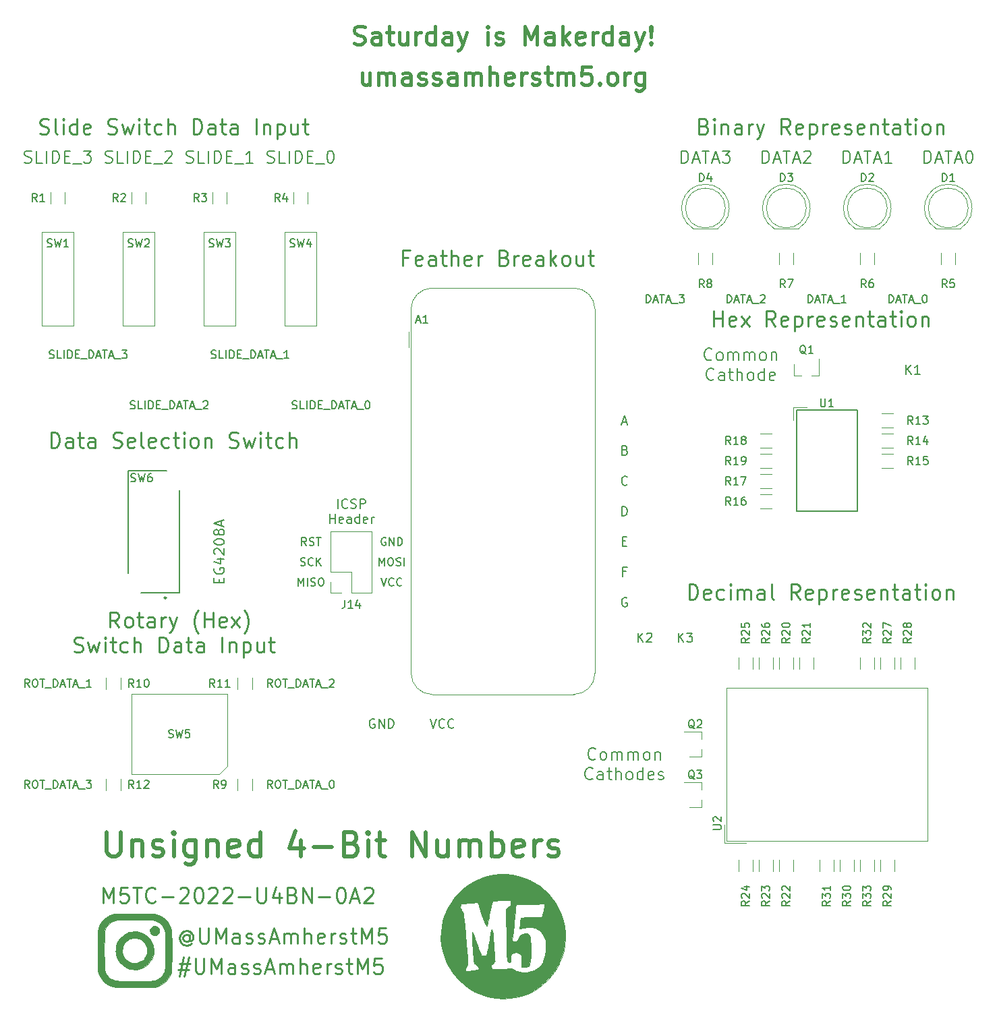
<source format=gbr>
%TF.GenerationSoftware,KiCad,Pcbnew,(5.1.10)-1*%
%TF.CreationDate,2022-03-27T12:35:49-04:00*%
%TF.ProjectId,M5TC-2022-U4BN,4d355443-2d32-4303-9232-2d5534424e2e,rev?*%
%TF.SameCoordinates,Original*%
%TF.FileFunction,Legend,Top*%
%TF.FilePolarity,Positive*%
%FSLAX46Y46*%
G04 Gerber Fmt 4.6, Leading zero omitted, Abs format (unit mm)*
G04 Created by KiCad (PCBNEW (5.1.10)-1) date 2022-03-27 12:35:49*
%MOMM*%
%LPD*%
G01*
G04 APERTURE LIST*
%ADD10C,0.150000*%
%ADD11C,0.203200*%
%ADD12C,0.381000*%
%ADD13C,0.254000*%
%ADD14C,0.508000*%
%ADD15C,0.152400*%
%ADD16C,0.120000*%
%ADD17C,0.010000*%
%ADD18C,0.250000*%
G04 APERTURE END LIST*
D10*
X158972857Y-147089761D02*
X159115714Y-147137380D01*
X159353809Y-147137380D01*
X159449047Y-147089761D01*
X159496666Y-147042142D01*
X159544285Y-146946904D01*
X159544285Y-146851666D01*
X159496666Y-146756428D01*
X159449047Y-146708809D01*
X159353809Y-146661190D01*
X159163333Y-146613571D01*
X159068095Y-146565952D01*
X159020476Y-146518333D01*
X158972857Y-146423095D01*
X158972857Y-146327857D01*
X159020476Y-146232619D01*
X159068095Y-146185000D01*
X159163333Y-146137380D01*
X159401428Y-146137380D01*
X159544285Y-146185000D01*
X160449047Y-147137380D02*
X159972857Y-147137380D01*
X159972857Y-146137380D01*
X160782380Y-147137380D02*
X160782380Y-146137380D01*
X161258571Y-147137380D02*
X161258571Y-146137380D01*
X161496666Y-146137380D01*
X161639523Y-146185000D01*
X161734761Y-146280238D01*
X161782380Y-146375476D01*
X161830000Y-146565952D01*
X161830000Y-146708809D01*
X161782380Y-146899285D01*
X161734761Y-146994523D01*
X161639523Y-147089761D01*
X161496666Y-147137380D01*
X161258571Y-147137380D01*
X162258571Y-146613571D02*
X162591904Y-146613571D01*
X162734761Y-147137380D02*
X162258571Y-147137380D01*
X162258571Y-146137380D01*
X162734761Y-146137380D01*
X162925238Y-147232619D02*
X163687142Y-147232619D01*
X163925238Y-147137380D02*
X163925238Y-146137380D01*
X164163333Y-146137380D01*
X164306190Y-146185000D01*
X164401428Y-146280238D01*
X164449047Y-146375476D01*
X164496666Y-146565952D01*
X164496666Y-146708809D01*
X164449047Y-146899285D01*
X164401428Y-146994523D01*
X164306190Y-147089761D01*
X164163333Y-147137380D01*
X163925238Y-147137380D01*
X164877619Y-146851666D02*
X165353809Y-146851666D01*
X164782380Y-147137380D02*
X165115714Y-146137380D01*
X165449047Y-147137380D01*
X165639523Y-146137380D02*
X166210952Y-146137380D01*
X165925238Y-147137380D02*
X165925238Y-146137380D01*
X166496666Y-146851666D02*
X166972857Y-146851666D01*
X166401428Y-147137380D02*
X166734761Y-146137380D01*
X167068095Y-147137380D01*
X167163333Y-147232619D02*
X167925238Y-147232619D01*
X168068095Y-146137380D02*
X168687142Y-146137380D01*
X168353809Y-146518333D01*
X168496666Y-146518333D01*
X168591904Y-146565952D01*
X168639523Y-146613571D01*
X168687142Y-146708809D01*
X168687142Y-146946904D01*
X168639523Y-147042142D01*
X168591904Y-147089761D01*
X168496666Y-147137380D01*
X168210952Y-147137380D01*
X168115714Y-147089761D01*
X168068095Y-147042142D01*
X169132857Y-153439761D02*
X169275714Y-153487380D01*
X169513809Y-153487380D01*
X169609047Y-153439761D01*
X169656666Y-153392142D01*
X169704285Y-153296904D01*
X169704285Y-153201666D01*
X169656666Y-153106428D01*
X169609047Y-153058809D01*
X169513809Y-153011190D01*
X169323333Y-152963571D01*
X169228095Y-152915952D01*
X169180476Y-152868333D01*
X169132857Y-152773095D01*
X169132857Y-152677857D01*
X169180476Y-152582619D01*
X169228095Y-152535000D01*
X169323333Y-152487380D01*
X169561428Y-152487380D01*
X169704285Y-152535000D01*
X170609047Y-153487380D02*
X170132857Y-153487380D01*
X170132857Y-152487380D01*
X170942380Y-153487380D02*
X170942380Y-152487380D01*
X171418571Y-153487380D02*
X171418571Y-152487380D01*
X171656666Y-152487380D01*
X171799523Y-152535000D01*
X171894761Y-152630238D01*
X171942380Y-152725476D01*
X171990000Y-152915952D01*
X171990000Y-153058809D01*
X171942380Y-153249285D01*
X171894761Y-153344523D01*
X171799523Y-153439761D01*
X171656666Y-153487380D01*
X171418571Y-153487380D01*
X172418571Y-152963571D02*
X172751904Y-152963571D01*
X172894761Y-153487380D02*
X172418571Y-153487380D01*
X172418571Y-152487380D01*
X172894761Y-152487380D01*
X173085238Y-153582619D02*
X173847142Y-153582619D01*
X174085238Y-153487380D02*
X174085238Y-152487380D01*
X174323333Y-152487380D01*
X174466190Y-152535000D01*
X174561428Y-152630238D01*
X174609047Y-152725476D01*
X174656666Y-152915952D01*
X174656666Y-153058809D01*
X174609047Y-153249285D01*
X174561428Y-153344523D01*
X174466190Y-153439761D01*
X174323333Y-153487380D01*
X174085238Y-153487380D01*
X175037619Y-153201666D02*
X175513809Y-153201666D01*
X174942380Y-153487380D02*
X175275714Y-152487380D01*
X175609047Y-153487380D01*
X175799523Y-152487380D02*
X176370952Y-152487380D01*
X176085238Y-153487380D02*
X176085238Y-152487380D01*
X176656666Y-153201666D02*
X177132857Y-153201666D01*
X176561428Y-153487380D02*
X176894761Y-152487380D01*
X177228095Y-153487380D01*
X177323333Y-153582619D02*
X178085238Y-153582619D01*
X178275714Y-152582619D02*
X178323333Y-152535000D01*
X178418571Y-152487380D01*
X178656666Y-152487380D01*
X178751904Y-152535000D01*
X178799523Y-152582619D01*
X178847142Y-152677857D01*
X178847142Y-152773095D01*
X178799523Y-152915952D01*
X178228095Y-153487380D01*
X178847142Y-153487380D01*
X179292857Y-147089761D02*
X179435714Y-147137380D01*
X179673809Y-147137380D01*
X179769047Y-147089761D01*
X179816666Y-147042142D01*
X179864285Y-146946904D01*
X179864285Y-146851666D01*
X179816666Y-146756428D01*
X179769047Y-146708809D01*
X179673809Y-146661190D01*
X179483333Y-146613571D01*
X179388095Y-146565952D01*
X179340476Y-146518333D01*
X179292857Y-146423095D01*
X179292857Y-146327857D01*
X179340476Y-146232619D01*
X179388095Y-146185000D01*
X179483333Y-146137380D01*
X179721428Y-146137380D01*
X179864285Y-146185000D01*
X180769047Y-147137380D02*
X180292857Y-147137380D01*
X180292857Y-146137380D01*
X181102380Y-147137380D02*
X181102380Y-146137380D01*
X181578571Y-147137380D02*
X181578571Y-146137380D01*
X181816666Y-146137380D01*
X181959523Y-146185000D01*
X182054761Y-146280238D01*
X182102380Y-146375476D01*
X182150000Y-146565952D01*
X182150000Y-146708809D01*
X182102380Y-146899285D01*
X182054761Y-146994523D01*
X181959523Y-147089761D01*
X181816666Y-147137380D01*
X181578571Y-147137380D01*
X182578571Y-146613571D02*
X182911904Y-146613571D01*
X183054761Y-147137380D02*
X182578571Y-147137380D01*
X182578571Y-146137380D01*
X183054761Y-146137380D01*
X183245238Y-147232619D02*
X184007142Y-147232619D01*
X184245238Y-147137380D02*
X184245238Y-146137380D01*
X184483333Y-146137380D01*
X184626190Y-146185000D01*
X184721428Y-146280238D01*
X184769047Y-146375476D01*
X184816666Y-146565952D01*
X184816666Y-146708809D01*
X184769047Y-146899285D01*
X184721428Y-146994523D01*
X184626190Y-147089761D01*
X184483333Y-147137380D01*
X184245238Y-147137380D01*
X185197619Y-146851666D02*
X185673809Y-146851666D01*
X185102380Y-147137380D02*
X185435714Y-146137380D01*
X185769047Y-147137380D01*
X185959523Y-146137380D02*
X186530952Y-146137380D01*
X186245238Y-147137380D02*
X186245238Y-146137380D01*
X186816666Y-146851666D02*
X187292857Y-146851666D01*
X186721428Y-147137380D02*
X187054761Y-146137380D01*
X187388095Y-147137380D01*
X187483333Y-147232619D02*
X188245238Y-147232619D01*
X189007142Y-147137380D02*
X188435714Y-147137380D01*
X188721428Y-147137380D02*
X188721428Y-146137380D01*
X188626190Y-146280238D01*
X188530952Y-146375476D01*
X188435714Y-146423095D01*
X189452857Y-153439761D02*
X189595714Y-153487380D01*
X189833809Y-153487380D01*
X189929047Y-153439761D01*
X189976666Y-153392142D01*
X190024285Y-153296904D01*
X190024285Y-153201666D01*
X189976666Y-153106428D01*
X189929047Y-153058809D01*
X189833809Y-153011190D01*
X189643333Y-152963571D01*
X189548095Y-152915952D01*
X189500476Y-152868333D01*
X189452857Y-152773095D01*
X189452857Y-152677857D01*
X189500476Y-152582619D01*
X189548095Y-152535000D01*
X189643333Y-152487380D01*
X189881428Y-152487380D01*
X190024285Y-152535000D01*
X190929047Y-153487380D02*
X190452857Y-153487380D01*
X190452857Y-152487380D01*
X191262380Y-153487380D02*
X191262380Y-152487380D01*
X191738571Y-153487380D02*
X191738571Y-152487380D01*
X191976666Y-152487380D01*
X192119523Y-152535000D01*
X192214761Y-152630238D01*
X192262380Y-152725476D01*
X192310000Y-152915952D01*
X192310000Y-153058809D01*
X192262380Y-153249285D01*
X192214761Y-153344523D01*
X192119523Y-153439761D01*
X191976666Y-153487380D01*
X191738571Y-153487380D01*
X192738571Y-152963571D02*
X193071904Y-152963571D01*
X193214761Y-153487380D02*
X192738571Y-153487380D01*
X192738571Y-152487380D01*
X193214761Y-152487380D01*
X193405238Y-153582619D02*
X194167142Y-153582619D01*
X194405238Y-153487380D02*
X194405238Y-152487380D01*
X194643333Y-152487380D01*
X194786190Y-152535000D01*
X194881428Y-152630238D01*
X194929047Y-152725476D01*
X194976666Y-152915952D01*
X194976666Y-153058809D01*
X194929047Y-153249285D01*
X194881428Y-153344523D01*
X194786190Y-153439761D01*
X194643333Y-153487380D01*
X194405238Y-153487380D01*
X195357619Y-153201666D02*
X195833809Y-153201666D01*
X195262380Y-153487380D02*
X195595714Y-152487380D01*
X195929047Y-153487380D01*
X196119523Y-152487380D02*
X196690952Y-152487380D01*
X196405238Y-153487380D02*
X196405238Y-152487380D01*
X196976666Y-153201666D02*
X197452857Y-153201666D01*
X196881428Y-153487380D02*
X197214761Y-152487380D01*
X197548095Y-153487380D01*
X197643333Y-153582619D02*
X198405238Y-153582619D01*
X198833809Y-152487380D02*
X198929047Y-152487380D01*
X199024285Y-152535000D01*
X199071904Y-152582619D01*
X199119523Y-152677857D01*
X199167142Y-152868333D01*
X199167142Y-153106428D01*
X199119523Y-153296904D01*
X199071904Y-153392142D01*
X199024285Y-153439761D01*
X198929047Y-153487380D01*
X198833809Y-153487380D01*
X198738571Y-153439761D01*
X198690952Y-153392142D01*
X198643333Y-153296904D01*
X198595714Y-153106428D01*
X198595714Y-152868333D01*
X198643333Y-152677857D01*
X198690952Y-152582619D01*
X198738571Y-152535000D01*
X198833809Y-152487380D01*
X264342857Y-140152380D02*
X264342857Y-139152380D01*
X264580952Y-139152380D01*
X264723809Y-139200000D01*
X264819047Y-139295238D01*
X264866666Y-139390476D01*
X264914285Y-139580952D01*
X264914285Y-139723809D01*
X264866666Y-139914285D01*
X264819047Y-140009523D01*
X264723809Y-140104761D01*
X264580952Y-140152380D01*
X264342857Y-140152380D01*
X265295238Y-139866666D02*
X265771428Y-139866666D01*
X265200000Y-140152380D02*
X265533333Y-139152380D01*
X265866666Y-140152380D01*
X266057142Y-139152380D02*
X266628571Y-139152380D01*
X266342857Y-140152380D02*
X266342857Y-139152380D01*
X266914285Y-139866666D02*
X267390476Y-139866666D01*
X266819047Y-140152380D02*
X267152380Y-139152380D01*
X267485714Y-140152380D01*
X267580952Y-140247619D02*
X268342857Y-140247619D01*
X268771428Y-139152380D02*
X268866666Y-139152380D01*
X268961904Y-139200000D01*
X269009523Y-139247619D01*
X269057142Y-139342857D01*
X269104761Y-139533333D01*
X269104761Y-139771428D01*
X269057142Y-139961904D01*
X269009523Y-140057142D01*
X268961904Y-140104761D01*
X268866666Y-140152380D01*
X268771428Y-140152380D01*
X268676190Y-140104761D01*
X268628571Y-140057142D01*
X268580952Y-139961904D01*
X268533333Y-139771428D01*
X268533333Y-139533333D01*
X268580952Y-139342857D01*
X268628571Y-139247619D01*
X268676190Y-139200000D01*
X268771428Y-139152380D01*
X254182857Y-140152380D02*
X254182857Y-139152380D01*
X254420952Y-139152380D01*
X254563809Y-139200000D01*
X254659047Y-139295238D01*
X254706666Y-139390476D01*
X254754285Y-139580952D01*
X254754285Y-139723809D01*
X254706666Y-139914285D01*
X254659047Y-140009523D01*
X254563809Y-140104761D01*
X254420952Y-140152380D01*
X254182857Y-140152380D01*
X255135238Y-139866666D02*
X255611428Y-139866666D01*
X255040000Y-140152380D02*
X255373333Y-139152380D01*
X255706666Y-140152380D01*
X255897142Y-139152380D02*
X256468571Y-139152380D01*
X256182857Y-140152380D02*
X256182857Y-139152380D01*
X256754285Y-139866666D02*
X257230476Y-139866666D01*
X256659047Y-140152380D02*
X256992380Y-139152380D01*
X257325714Y-140152380D01*
X257420952Y-140247619D02*
X258182857Y-140247619D01*
X258944761Y-140152380D02*
X258373333Y-140152380D01*
X258659047Y-140152380D02*
X258659047Y-139152380D01*
X258563809Y-139295238D01*
X258468571Y-139390476D01*
X258373333Y-139438095D01*
X244022857Y-140152380D02*
X244022857Y-139152380D01*
X244260952Y-139152380D01*
X244403809Y-139200000D01*
X244499047Y-139295238D01*
X244546666Y-139390476D01*
X244594285Y-139580952D01*
X244594285Y-139723809D01*
X244546666Y-139914285D01*
X244499047Y-140009523D01*
X244403809Y-140104761D01*
X244260952Y-140152380D01*
X244022857Y-140152380D01*
X244975238Y-139866666D02*
X245451428Y-139866666D01*
X244880000Y-140152380D02*
X245213333Y-139152380D01*
X245546666Y-140152380D01*
X245737142Y-139152380D02*
X246308571Y-139152380D01*
X246022857Y-140152380D02*
X246022857Y-139152380D01*
X246594285Y-139866666D02*
X247070476Y-139866666D01*
X246499047Y-140152380D02*
X246832380Y-139152380D01*
X247165714Y-140152380D01*
X247260952Y-140247619D02*
X248022857Y-140247619D01*
X248213333Y-139247619D02*
X248260952Y-139200000D01*
X248356190Y-139152380D01*
X248594285Y-139152380D01*
X248689523Y-139200000D01*
X248737142Y-139247619D01*
X248784761Y-139342857D01*
X248784761Y-139438095D01*
X248737142Y-139580952D01*
X248165714Y-140152380D01*
X248784761Y-140152380D01*
X233862857Y-140152380D02*
X233862857Y-139152380D01*
X234100952Y-139152380D01*
X234243809Y-139200000D01*
X234339047Y-139295238D01*
X234386666Y-139390476D01*
X234434285Y-139580952D01*
X234434285Y-139723809D01*
X234386666Y-139914285D01*
X234339047Y-140009523D01*
X234243809Y-140104761D01*
X234100952Y-140152380D01*
X233862857Y-140152380D01*
X234815238Y-139866666D02*
X235291428Y-139866666D01*
X234720000Y-140152380D02*
X235053333Y-139152380D01*
X235386666Y-140152380D01*
X235577142Y-139152380D02*
X236148571Y-139152380D01*
X235862857Y-140152380D02*
X235862857Y-139152380D01*
X236434285Y-139866666D02*
X236910476Y-139866666D01*
X236339047Y-140152380D02*
X236672380Y-139152380D01*
X237005714Y-140152380D01*
X237100952Y-140247619D02*
X237862857Y-140247619D01*
X238005714Y-139152380D02*
X238624761Y-139152380D01*
X238291428Y-139533333D01*
X238434285Y-139533333D01*
X238529523Y-139580952D01*
X238577142Y-139628571D01*
X238624761Y-139723809D01*
X238624761Y-139961904D01*
X238577142Y-140057142D01*
X238529523Y-140104761D01*
X238434285Y-140152380D01*
X238148571Y-140152380D01*
X238053333Y-140104761D01*
X238005714Y-140057142D01*
D11*
X266491357Y-149107071D02*
X266491357Y-147964071D01*
X267144500Y-149107071D02*
X266654642Y-148453928D01*
X267144500Y-147964071D02*
X266491357Y-148617214D01*
X268233071Y-149107071D02*
X267579928Y-149107071D01*
X267906500Y-149107071D02*
X267906500Y-147964071D01*
X267797642Y-148127357D01*
X267688785Y-148236214D01*
X267579928Y-148290642D01*
X237916357Y-182762071D02*
X237916357Y-181619071D01*
X238569500Y-182762071D02*
X238079642Y-182108928D01*
X238569500Y-181619071D02*
X237916357Y-182272214D01*
X238950500Y-181619071D02*
X239658071Y-181619071D01*
X239277071Y-182054500D01*
X239440357Y-182054500D01*
X239549214Y-182108928D01*
X239603642Y-182163357D01*
X239658071Y-182272214D01*
X239658071Y-182544357D01*
X239603642Y-182653214D01*
X239549214Y-182707642D01*
X239440357Y-182762071D01*
X239113785Y-182762071D01*
X239004928Y-182707642D01*
X238950500Y-182653214D01*
X232836357Y-182762071D02*
X232836357Y-181619071D01*
X233489500Y-182762071D02*
X232999642Y-182108928D01*
X233489500Y-181619071D02*
X232836357Y-182272214D01*
X233924928Y-181727928D02*
X233979357Y-181673500D01*
X234088214Y-181619071D01*
X234360357Y-181619071D01*
X234469214Y-181673500D01*
X234523642Y-181727928D01*
X234578071Y-181836785D01*
X234578071Y-181945642D01*
X234523642Y-182108928D01*
X233870500Y-182762071D01*
X234578071Y-182762071D01*
D10*
X156448571Y-201112380D02*
X156115238Y-200636190D01*
X155877142Y-201112380D02*
X155877142Y-200112380D01*
X156258095Y-200112380D01*
X156353333Y-200160000D01*
X156400952Y-200207619D01*
X156448571Y-200302857D01*
X156448571Y-200445714D01*
X156400952Y-200540952D01*
X156353333Y-200588571D01*
X156258095Y-200636190D01*
X155877142Y-200636190D01*
X157067619Y-200112380D02*
X157258095Y-200112380D01*
X157353333Y-200160000D01*
X157448571Y-200255238D01*
X157496190Y-200445714D01*
X157496190Y-200779047D01*
X157448571Y-200969523D01*
X157353333Y-201064761D01*
X157258095Y-201112380D01*
X157067619Y-201112380D01*
X156972380Y-201064761D01*
X156877142Y-200969523D01*
X156829523Y-200779047D01*
X156829523Y-200445714D01*
X156877142Y-200255238D01*
X156972380Y-200160000D01*
X157067619Y-200112380D01*
X157781904Y-200112380D02*
X158353333Y-200112380D01*
X158067619Y-201112380D02*
X158067619Y-200112380D01*
X158448571Y-201207619D02*
X159210476Y-201207619D01*
X159448571Y-201112380D02*
X159448571Y-200112380D01*
X159686666Y-200112380D01*
X159829523Y-200160000D01*
X159924761Y-200255238D01*
X159972380Y-200350476D01*
X160020000Y-200540952D01*
X160020000Y-200683809D01*
X159972380Y-200874285D01*
X159924761Y-200969523D01*
X159829523Y-201064761D01*
X159686666Y-201112380D01*
X159448571Y-201112380D01*
X160400952Y-200826666D02*
X160877142Y-200826666D01*
X160305714Y-201112380D02*
X160639047Y-200112380D01*
X160972380Y-201112380D01*
X161162857Y-200112380D02*
X161734285Y-200112380D01*
X161448571Y-201112380D02*
X161448571Y-200112380D01*
X162020000Y-200826666D02*
X162496190Y-200826666D01*
X161924761Y-201112380D02*
X162258095Y-200112380D01*
X162591428Y-201112380D01*
X162686666Y-201207619D02*
X163448571Y-201207619D01*
X163591428Y-200112380D02*
X164210476Y-200112380D01*
X163877142Y-200493333D01*
X164020000Y-200493333D01*
X164115238Y-200540952D01*
X164162857Y-200588571D01*
X164210476Y-200683809D01*
X164210476Y-200921904D01*
X164162857Y-201017142D01*
X164115238Y-201064761D01*
X164020000Y-201112380D01*
X163734285Y-201112380D01*
X163639047Y-201064761D01*
X163591428Y-201017142D01*
X156448571Y-188412380D02*
X156115238Y-187936190D01*
X155877142Y-188412380D02*
X155877142Y-187412380D01*
X156258095Y-187412380D01*
X156353333Y-187460000D01*
X156400952Y-187507619D01*
X156448571Y-187602857D01*
X156448571Y-187745714D01*
X156400952Y-187840952D01*
X156353333Y-187888571D01*
X156258095Y-187936190D01*
X155877142Y-187936190D01*
X157067619Y-187412380D02*
X157258095Y-187412380D01*
X157353333Y-187460000D01*
X157448571Y-187555238D01*
X157496190Y-187745714D01*
X157496190Y-188079047D01*
X157448571Y-188269523D01*
X157353333Y-188364761D01*
X157258095Y-188412380D01*
X157067619Y-188412380D01*
X156972380Y-188364761D01*
X156877142Y-188269523D01*
X156829523Y-188079047D01*
X156829523Y-187745714D01*
X156877142Y-187555238D01*
X156972380Y-187460000D01*
X157067619Y-187412380D01*
X157781904Y-187412380D02*
X158353333Y-187412380D01*
X158067619Y-188412380D02*
X158067619Y-187412380D01*
X158448571Y-188507619D02*
X159210476Y-188507619D01*
X159448571Y-188412380D02*
X159448571Y-187412380D01*
X159686666Y-187412380D01*
X159829523Y-187460000D01*
X159924761Y-187555238D01*
X159972380Y-187650476D01*
X160020000Y-187840952D01*
X160020000Y-187983809D01*
X159972380Y-188174285D01*
X159924761Y-188269523D01*
X159829523Y-188364761D01*
X159686666Y-188412380D01*
X159448571Y-188412380D01*
X160400952Y-188126666D02*
X160877142Y-188126666D01*
X160305714Y-188412380D02*
X160639047Y-187412380D01*
X160972380Y-188412380D01*
X161162857Y-187412380D02*
X161734285Y-187412380D01*
X161448571Y-188412380D02*
X161448571Y-187412380D01*
X162020000Y-188126666D02*
X162496190Y-188126666D01*
X161924761Y-188412380D02*
X162258095Y-187412380D01*
X162591428Y-188412380D01*
X162686666Y-188507619D02*
X163448571Y-188507619D01*
X164210476Y-188412380D02*
X163639047Y-188412380D01*
X163924761Y-188412380D02*
X163924761Y-187412380D01*
X163829523Y-187555238D01*
X163734285Y-187650476D01*
X163639047Y-187698095D01*
X186928571Y-188412380D02*
X186595238Y-187936190D01*
X186357142Y-188412380D02*
X186357142Y-187412380D01*
X186738095Y-187412380D01*
X186833333Y-187460000D01*
X186880952Y-187507619D01*
X186928571Y-187602857D01*
X186928571Y-187745714D01*
X186880952Y-187840952D01*
X186833333Y-187888571D01*
X186738095Y-187936190D01*
X186357142Y-187936190D01*
X187547619Y-187412380D02*
X187738095Y-187412380D01*
X187833333Y-187460000D01*
X187928571Y-187555238D01*
X187976190Y-187745714D01*
X187976190Y-188079047D01*
X187928571Y-188269523D01*
X187833333Y-188364761D01*
X187738095Y-188412380D01*
X187547619Y-188412380D01*
X187452380Y-188364761D01*
X187357142Y-188269523D01*
X187309523Y-188079047D01*
X187309523Y-187745714D01*
X187357142Y-187555238D01*
X187452380Y-187460000D01*
X187547619Y-187412380D01*
X188261904Y-187412380D02*
X188833333Y-187412380D01*
X188547619Y-188412380D02*
X188547619Y-187412380D01*
X188928571Y-188507619D02*
X189690476Y-188507619D01*
X189928571Y-188412380D02*
X189928571Y-187412380D01*
X190166666Y-187412380D01*
X190309523Y-187460000D01*
X190404761Y-187555238D01*
X190452380Y-187650476D01*
X190500000Y-187840952D01*
X190500000Y-187983809D01*
X190452380Y-188174285D01*
X190404761Y-188269523D01*
X190309523Y-188364761D01*
X190166666Y-188412380D01*
X189928571Y-188412380D01*
X190880952Y-188126666D02*
X191357142Y-188126666D01*
X190785714Y-188412380D02*
X191119047Y-187412380D01*
X191452380Y-188412380D01*
X191642857Y-187412380D02*
X192214285Y-187412380D01*
X191928571Y-188412380D02*
X191928571Y-187412380D01*
X192500000Y-188126666D02*
X192976190Y-188126666D01*
X192404761Y-188412380D02*
X192738095Y-187412380D01*
X193071428Y-188412380D01*
X193166666Y-188507619D02*
X193928571Y-188507619D01*
X194119047Y-187507619D02*
X194166666Y-187460000D01*
X194261904Y-187412380D01*
X194500000Y-187412380D01*
X194595238Y-187460000D01*
X194642857Y-187507619D01*
X194690476Y-187602857D01*
X194690476Y-187698095D01*
X194642857Y-187840952D01*
X194071428Y-188412380D01*
X194690476Y-188412380D01*
X186928571Y-201112380D02*
X186595238Y-200636190D01*
X186357142Y-201112380D02*
X186357142Y-200112380D01*
X186738095Y-200112380D01*
X186833333Y-200160000D01*
X186880952Y-200207619D01*
X186928571Y-200302857D01*
X186928571Y-200445714D01*
X186880952Y-200540952D01*
X186833333Y-200588571D01*
X186738095Y-200636190D01*
X186357142Y-200636190D01*
X187547619Y-200112380D02*
X187738095Y-200112380D01*
X187833333Y-200160000D01*
X187928571Y-200255238D01*
X187976190Y-200445714D01*
X187976190Y-200779047D01*
X187928571Y-200969523D01*
X187833333Y-201064761D01*
X187738095Y-201112380D01*
X187547619Y-201112380D01*
X187452380Y-201064761D01*
X187357142Y-200969523D01*
X187309523Y-200779047D01*
X187309523Y-200445714D01*
X187357142Y-200255238D01*
X187452380Y-200160000D01*
X187547619Y-200112380D01*
X188261904Y-200112380D02*
X188833333Y-200112380D01*
X188547619Y-201112380D02*
X188547619Y-200112380D01*
X188928571Y-201207619D02*
X189690476Y-201207619D01*
X189928571Y-201112380D02*
X189928571Y-200112380D01*
X190166666Y-200112380D01*
X190309523Y-200160000D01*
X190404761Y-200255238D01*
X190452380Y-200350476D01*
X190500000Y-200540952D01*
X190500000Y-200683809D01*
X190452380Y-200874285D01*
X190404761Y-200969523D01*
X190309523Y-201064761D01*
X190166666Y-201112380D01*
X189928571Y-201112380D01*
X190880952Y-200826666D02*
X191357142Y-200826666D01*
X190785714Y-201112380D02*
X191119047Y-200112380D01*
X191452380Y-201112380D01*
X191642857Y-200112380D02*
X192214285Y-200112380D01*
X191928571Y-201112380D02*
X191928571Y-200112380D01*
X192500000Y-200826666D02*
X192976190Y-200826666D01*
X192404761Y-201112380D02*
X192738095Y-200112380D01*
X193071428Y-201112380D01*
X193166666Y-201207619D02*
X193928571Y-201207619D01*
X194357142Y-200112380D02*
X194452380Y-200112380D01*
X194547619Y-200160000D01*
X194595238Y-200207619D01*
X194642857Y-200302857D01*
X194690476Y-200493333D01*
X194690476Y-200731428D01*
X194642857Y-200921904D01*
X194595238Y-201017142D01*
X194547619Y-201064761D01*
X194452380Y-201112380D01*
X194357142Y-201112380D01*
X194261904Y-201064761D01*
X194214285Y-201017142D01*
X194166666Y-200921904D01*
X194119047Y-200731428D01*
X194119047Y-200493333D01*
X194166666Y-200302857D01*
X194214285Y-200207619D01*
X194261904Y-200160000D01*
X194357142Y-200112380D01*
D11*
X231439357Y-177228500D02*
X231330500Y-177174071D01*
X231167214Y-177174071D01*
X231003928Y-177228500D01*
X230895071Y-177337357D01*
X230840642Y-177446214D01*
X230786214Y-177663928D01*
X230786214Y-177827214D01*
X230840642Y-178044928D01*
X230895071Y-178153785D01*
X231003928Y-178262642D01*
X231167214Y-178317071D01*
X231276071Y-178317071D01*
X231439357Y-178262642D01*
X231493785Y-178208214D01*
X231493785Y-177827214D01*
X231276071Y-177827214D01*
X231303285Y-173908357D02*
X230922285Y-173908357D01*
X230922285Y-174507071D02*
X230922285Y-173364071D01*
X231466571Y-173364071D01*
X230895071Y-170098357D02*
X231276071Y-170098357D01*
X231439357Y-170697071D02*
X230895071Y-170697071D01*
X230895071Y-169554071D01*
X231439357Y-169554071D01*
X230840642Y-166887071D02*
X230840642Y-165744071D01*
X231112785Y-165744071D01*
X231276071Y-165798500D01*
X231384928Y-165907357D01*
X231439357Y-166016214D01*
X231493785Y-166233928D01*
X231493785Y-166397214D01*
X231439357Y-166614928D01*
X231384928Y-166723785D01*
X231276071Y-166832642D01*
X231112785Y-166887071D01*
X230840642Y-166887071D01*
X231493785Y-162968214D02*
X231439357Y-163022642D01*
X231276071Y-163077071D01*
X231167214Y-163077071D01*
X231003928Y-163022642D01*
X230895071Y-162913785D01*
X230840642Y-162804928D01*
X230786214Y-162587214D01*
X230786214Y-162423928D01*
X230840642Y-162206214D01*
X230895071Y-162097357D01*
X231003928Y-161988500D01*
X231167214Y-161934071D01*
X231276071Y-161934071D01*
X231439357Y-161988500D01*
X231493785Y-162042928D01*
X231221642Y-158668357D02*
X231384928Y-158722785D01*
X231439357Y-158777214D01*
X231493785Y-158886071D01*
X231493785Y-159049357D01*
X231439357Y-159158214D01*
X231384928Y-159212642D01*
X231276071Y-159267071D01*
X230840642Y-159267071D01*
X230840642Y-158124071D01*
X231221642Y-158124071D01*
X231330500Y-158178500D01*
X231384928Y-158232928D01*
X231439357Y-158341785D01*
X231439357Y-158450642D01*
X231384928Y-158559500D01*
X231330500Y-158613928D01*
X231221642Y-158668357D01*
X230840642Y-158668357D01*
X230867857Y-155130500D02*
X231412142Y-155130500D01*
X230759000Y-155457071D02*
X231140000Y-154314071D01*
X231521000Y-155457071D01*
D10*
X200358571Y-173172380D02*
X200358571Y-172172380D01*
X200691904Y-172886666D01*
X201025238Y-172172380D01*
X201025238Y-173172380D01*
X201691904Y-172172380D02*
X201882380Y-172172380D01*
X201977619Y-172220000D01*
X202072857Y-172315238D01*
X202120476Y-172505714D01*
X202120476Y-172839047D01*
X202072857Y-173029523D01*
X201977619Y-173124761D01*
X201882380Y-173172380D01*
X201691904Y-173172380D01*
X201596666Y-173124761D01*
X201501428Y-173029523D01*
X201453809Y-172839047D01*
X201453809Y-172505714D01*
X201501428Y-172315238D01*
X201596666Y-172220000D01*
X201691904Y-172172380D01*
X202501428Y-173124761D02*
X202644285Y-173172380D01*
X202882380Y-173172380D01*
X202977619Y-173124761D01*
X203025238Y-173077142D01*
X203072857Y-172981904D01*
X203072857Y-172886666D01*
X203025238Y-172791428D01*
X202977619Y-172743809D01*
X202882380Y-172696190D01*
X202691904Y-172648571D01*
X202596666Y-172600952D01*
X202549047Y-172553333D01*
X202501428Y-172458095D01*
X202501428Y-172362857D01*
X202549047Y-172267619D01*
X202596666Y-172220000D01*
X202691904Y-172172380D01*
X202930000Y-172172380D01*
X203072857Y-172220000D01*
X203501428Y-173172380D02*
X203501428Y-172172380D01*
D11*
X199789142Y-192468500D02*
X199680285Y-192414071D01*
X199517000Y-192414071D01*
X199353714Y-192468500D01*
X199244857Y-192577357D01*
X199190428Y-192686214D01*
X199136000Y-192903928D01*
X199136000Y-193067214D01*
X199190428Y-193284928D01*
X199244857Y-193393785D01*
X199353714Y-193502642D01*
X199517000Y-193557071D01*
X199625857Y-193557071D01*
X199789142Y-193502642D01*
X199843571Y-193448214D01*
X199843571Y-193067214D01*
X199625857Y-193067214D01*
X200333428Y-193557071D02*
X200333428Y-192414071D01*
X200986571Y-193557071D01*
X200986571Y-192414071D01*
X201530857Y-193557071D02*
X201530857Y-192414071D01*
X201803000Y-192414071D01*
X201966285Y-192468500D01*
X202075142Y-192577357D01*
X202129571Y-192686214D01*
X202184000Y-192903928D01*
X202184000Y-193067214D01*
X202129571Y-193284928D01*
X202075142Y-193393785D01*
X201966285Y-193502642D01*
X201803000Y-193557071D01*
X201530857Y-193557071D01*
X206756000Y-192414071D02*
X207137000Y-193557071D01*
X207518000Y-192414071D01*
X208552142Y-193448214D02*
X208497714Y-193502642D01*
X208334428Y-193557071D01*
X208225571Y-193557071D01*
X208062285Y-193502642D01*
X207953428Y-193393785D01*
X207899000Y-193284928D01*
X207844571Y-193067214D01*
X207844571Y-192903928D01*
X207899000Y-192686214D01*
X207953428Y-192577357D01*
X208062285Y-192468500D01*
X208225571Y-192414071D01*
X208334428Y-192414071D01*
X208497714Y-192468500D01*
X208552142Y-192522928D01*
X209695142Y-193448214D02*
X209640714Y-193502642D01*
X209477428Y-193557071D01*
X209368571Y-193557071D01*
X209205285Y-193502642D01*
X209096428Y-193393785D01*
X209042000Y-193284928D01*
X208987571Y-193067214D01*
X208987571Y-192903928D01*
X209042000Y-192686214D01*
X209096428Y-192577357D01*
X209205285Y-192468500D01*
X209368571Y-192414071D01*
X209477428Y-192414071D01*
X209640714Y-192468500D01*
X209695142Y-192522928D01*
D10*
X200596666Y-174712380D02*
X200930000Y-175712380D01*
X201263333Y-174712380D01*
X202168095Y-175617142D02*
X202120476Y-175664761D01*
X201977619Y-175712380D01*
X201882380Y-175712380D01*
X201739523Y-175664761D01*
X201644285Y-175569523D01*
X201596666Y-175474285D01*
X201549047Y-175283809D01*
X201549047Y-175140952D01*
X201596666Y-174950476D01*
X201644285Y-174855238D01*
X201739523Y-174760000D01*
X201882380Y-174712380D01*
X201977619Y-174712380D01*
X202120476Y-174760000D01*
X202168095Y-174807619D01*
X203168095Y-175617142D02*
X203120476Y-175664761D01*
X202977619Y-175712380D01*
X202882380Y-175712380D01*
X202739523Y-175664761D01*
X202644285Y-175569523D01*
X202596666Y-175474285D01*
X202549047Y-175283809D01*
X202549047Y-175140952D01*
X202596666Y-174950476D01*
X202644285Y-174855238D01*
X202739523Y-174760000D01*
X202882380Y-174712380D01*
X202977619Y-174712380D01*
X203120476Y-174760000D01*
X203168095Y-174807619D01*
X201168095Y-169680000D02*
X201072857Y-169632380D01*
X200930000Y-169632380D01*
X200787142Y-169680000D01*
X200691904Y-169775238D01*
X200644285Y-169870476D01*
X200596666Y-170060952D01*
X200596666Y-170203809D01*
X200644285Y-170394285D01*
X200691904Y-170489523D01*
X200787142Y-170584761D01*
X200930000Y-170632380D01*
X201025238Y-170632380D01*
X201168095Y-170584761D01*
X201215714Y-170537142D01*
X201215714Y-170203809D01*
X201025238Y-170203809D01*
X201644285Y-170632380D02*
X201644285Y-169632380D01*
X202215714Y-170632380D01*
X202215714Y-169632380D01*
X202691904Y-170632380D02*
X202691904Y-169632380D01*
X202930000Y-169632380D01*
X203072857Y-169680000D01*
X203168095Y-169775238D01*
X203215714Y-169870476D01*
X203263333Y-170060952D01*
X203263333Y-170203809D01*
X203215714Y-170394285D01*
X203168095Y-170489523D01*
X203072857Y-170584761D01*
X202930000Y-170632380D01*
X202691904Y-170632380D01*
X191222380Y-170632380D02*
X190889047Y-170156190D01*
X190650952Y-170632380D02*
X190650952Y-169632380D01*
X191031904Y-169632380D01*
X191127142Y-169680000D01*
X191174761Y-169727619D01*
X191222380Y-169822857D01*
X191222380Y-169965714D01*
X191174761Y-170060952D01*
X191127142Y-170108571D01*
X191031904Y-170156190D01*
X190650952Y-170156190D01*
X191603333Y-170584761D02*
X191746190Y-170632380D01*
X191984285Y-170632380D01*
X192079523Y-170584761D01*
X192127142Y-170537142D01*
X192174761Y-170441904D01*
X192174761Y-170346666D01*
X192127142Y-170251428D01*
X192079523Y-170203809D01*
X191984285Y-170156190D01*
X191793809Y-170108571D01*
X191698571Y-170060952D01*
X191650952Y-170013333D01*
X191603333Y-169918095D01*
X191603333Y-169822857D01*
X191650952Y-169727619D01*
X191698571Y-169680000D01*
X191793809Y-169632380D01*
X192031904Y-169632380D01*
X192174761Y-169680000D01*
X192460476Y-169632380D02*
X193031904Y-169632380D01*
X192746190Y-170632380D02*
X192746190Y-169632380D01*
X190484285Y-173124761D02*
X190627142Y-173172380D01*
X190865238Y-173172380D01*
X190960476Y-173124761D01*
X191008095Y-173077142D01*
X191055714Y-172981904D01*
X191055714Y-172886666D01*
X191008095Y-172791428D01*
X190960476Y-172743809D01*
X190865238Y-172696190D01*
X190674761Y-172648571D01*
X190579523Y-172600952D01*
X190531904Y-172553333D01*
X190484285Y-172458095D01*
X190484285Y-172362857D01*
X190531904Y-172267619D01*
X190579523Y-172220000D01*
X190674761Y-172172380D01*
X190912857Y-172172380D01*
X191055714Y-172220000D01*
X192055714Y-173077142D02*
X192008095Y-173124761D01*
X191865238Y-173172380D01*
X191770000Y-173172380D01*
X191627142Y-173124761D01*
X191531904Y-173029523D01*
X191484285Y-172934285D01*
X191436666Y-172743809D01*
X191436666Y-172600952D01*
X191484285Y-172410476D01*
X191531904Y-172315238D01*
X191627142Y-172220000D01*
X191770000Y-172172380D01*
X191865238Y-172172380D01*
X192008095Y-172220000D01*
X192055714Y-172267619D01*
X192484285Y-173172380D02*
X192484285Y-172172380D01*
X193055714Y-173172380D02*
X192627142Y-172600952D01*
X193055714Y-172172380D02*
X192484285Y-172743809D01*
X190198571Y-175712380D02*
X190198571Y-174712380D01*
X190531904Y-175426666D01*
X190865238Y-174712380D01*
X190865238Y-175712380D01*
X191341428Y-175712380D02*
X191341428Y-174712380D01*
X191770000Y-175664761D02*
X191912857Y-175712380D01*
X192150952Y-175712380D01*
X192246190Y-175664761D01*
X192293809Y-175617142D01*
X192341428Y-175521904D01*
X192341428Y-175426666D01*
X192293809Y-175331428D01*
X192246190Y-175283809D01*
X192150952Y-175236190D01*
X191960476Y-175188571D01*
X191865238Y-175140952D01*
X191817619Y-175093333D01*
X191770000Y-174998095D01*
X191770000Y-174902857D01*
X191817619Y-174807619D01*
X191865238Y-174760000D01*
X191960476Y-174712380D01*
X192198571Y-174712380D01*
X192341428Y-174760000D01*
X192960476Y-174712380D02*
X193150952Y-174712380D01*
X193246190Y-174760000D01*
X193341428Y-174855238D01*
X193389047Y-175045714D01*
X193389047Y-175379047D01*
X193341428Y-175569523D01*
X193246190Y-175664761D01*
X193150952Y-175712380D01*
X192960476Y-175712380D01*
X192865238Y-175664761D01*
X192770000Y-175569523D01*
X192722380Y-175379047D01*
X192722380Y-175045714D01*
X192770000Y-174855238D01*
X192865238Y-174760000D01*
X192960476Y-174712380D01*
D12*
X199190428Y-111270142D02*
X199190428Y-112794142D01*
X198210714Y-111270142D02*
X198210714Y-112467571D01*
X198319571Y-112685285D01*
X198537285Y-112794142D01*
X198863857Y-112794142D01*
X199081571Y-112685285D01*
X199190428Y-112576428D01*
X200279000Y-112794142D02*
X200279000Y-111270142D01*
X200279000Y-111487857D02*
X200387857Y-111379000D01*
X200605571Y-111270142D01*
X200932142Y-111270142D01*
X201149857Y-111379000D01*
X201258714Y-111596714D01*
X201258714Y-112794142D01*
X201258714Y-111596714D02*
X201367571Y-111379000D01*
X201585285Y-111270142D01*
X201911857Y-111270142D01*
X202129571Y-111379000D01*
X202238428Y-111596714D01*
X202238428Y-112794142D01*
X204306714Y-112794142D02*
X204306714Y-111596714D01*
X204197857Y-111379000D01*
X203980142Y-111270142D01*
X203544714Y-111270142D01*
X203327000Y-111379000D01*
X204306714Y-112685285D02*
X204089000Y-112794142D01*
X203544714Y-112794142D01*
X203327000Y-112685285D01*
X203218142Y-112467571D01*
X203218142Y-112249857D01*
X203327000Y-112032142D01*
X203544714Y-111923285D01*
X204089000Y-111923285D01*
X204306714Y-111814428D01*
X205286428Y-112685285D02*
X205504142Y-112794142D01*
X205939571Y-112794142D01*
X206157285Y-112685285D01*
X206266142Y-112467571D01*
X206266142Y-112358714D01*
X206157285Y-112141000D01*
X205939571Y-112032142D01*
X205613000Y-112032142D01*
X205395285Y-111923285D01*
X205286428Y-111705571D01*
X205286428Y-111596714D01*
X205395285Y-111379000D01*
X205613000Y-111270142D01*
X205939571Y-111270142D01*
X206157285Y-111379000D01*
X207137000Y-112685285D02*
X207354714Y-112794142D01*
X207790142Y-112794142D01*
X208007857Y-112685285D01*
X208116714Y-112467571D01*
X208116714Y-112358714D01*
X208007857Y-112141000D01*
X207790142Y-112032142D01*
X207463571Y-112032142D01*
X207245857Y-111923285D01*
X207137000Y-111705571D01*
X207137000Y-111596714D01*
X207245857Y-111379000D01*
X207463571Y-111270142D01*
X207790142Y-111270142D01*
X208007857Y-111379000D01*
X210076142Y-112794142D02*
X210076142Y-111596714D01*
X209967285Y-111379000D01*
X209749571Y-111270142D01*
X209314142Y-111270142D01*
X209096428Y-111379000D01*
X210076142Y-112685285D02*
X209858428Y-112794142D01*
X209314142Y-112794142D01*
X209096428Y-112685285D01*
X208987571Y-112467571D01*
X208987571Y-112249857D01*
X209096428Y-112032142D01*
X209314142Y-111923285D01*
X209858428Y-111923285D01*
X210076142Y-111814428D01*
X211164714Y-112794142D02*
X211164714Y-111270142D01*
X211164714Y-111487857D02*
X211273571Y-111379000D01*
X211491285Y-111270142D01*
X211817857Y-111270142D01*
X212035571Y-111379000D01*
X212144428Y-111596714D01*
X212144428Y-112794142D01*
X212144428Y-111596714D02*
X212253285Y-111379000D01*
X212471000Y-111270142D01*
X212797571Y-111270142D01*
X213015285Y-111379000D01*
X213124142Y-111596714D01*
X213124142Y-112794142D01*
X214212714Y-112794142D02*
X214212714Y-110508142D01*
X215192428Y-112794142D02*
X215192428Y-111596714D01*
X215083571Y-111379000D01*
X214865857Y-111270142D01*
X214539285Y-111270142D01*
X214321571Y-111379000D01*
X214212714Y-111487857D01*
X217151857Y-112685285D02*
X216934142Y-112794142D01*
X216498714Y-112794142D01*
X216281000Y-112685285D01*
X216172142Y-112467571D01*
X216172142Y-111596714D01*
X216281000Y-111379000D01*
X216498714Y-111270142D01*
X216934142Y-111270142D01*
X217151857Y-111379000D01*
X217260714Y-111596714D01*
X217260714Y-111814428D01*
X216172142Y-112032142D01*
X218240428Y-112794142D02*
X218240428Y-111270142D01*
X218240428Y-111705571D02*
X218349285Y-111487857D01*
X218458142Y-111379000D01*
X218675857Y-111270142D01*
X218893571Y-111270142D01*
X219546714Y-112685285D02*
X219764428Y-112794142D01*
X220199857Y-112794142D01*
X220417571Y-112685285D01*
X220526428Y-112467571D01*
X220526428Y-112358714D01*
X220417571Y-112141000D01*
X220199857Y-112032142D01*
X219873285Y-112032142D01*
X219655571Y-111923285D01*
X219546714Y-111705571D01*
X219546714Y-111596714D01*
X219655571Y-111379000D01*
X219873285Y-111270142D01*
X220199857Y-111270142D01*
X220417571Y-111379000D01*
X221179571Y-111270142D02*
X222050428Y-111270142D01*
X221506142Y-110508142D02*
X221506142Y-112467571D01*
X221615000Y-112685285D01*
X221832714Y-112794142D01*
X222050428Y-112794142D01*
X222812428Y-112794142D02*
X222812428Y-111270142D01*
X222812428Y-111487857D02*
X222921285Y-111379000D01*
X223139000Y-111270142D01*
X223465571Y-111270142D01*
X223683285Y-111379000D01*
X223792142Y-111596714D01*
X223792142Y-112794142D01*
X223792142Y-111596714D02*
X223901000Y-111379000D01*
X224118714Y-111270142D01*
X224445285Y-111270142D01*
X224663000Y-111379000D01*
X224771857Y-111596714D01*
X224771857Y-112794142D01*
X226949000Y-110508142D02*
X225860428Y-110508142D01*
X225751571Y-111596714D01*
X225860428Y-111487857D01*
X226078142Y-111379000D01*
X226622428Y-111379000D01*
X226840142Y-111487857D01*
X226949000Y-111596714D01*
X227057857Y-111814428D01*
X227057857Y-112358714D01*
X226949000Y-112576428D01*
X226840142Y-112685285D01*
X226622428Y-112794142D01*
X226078142Y-112794142D01*
X225860428Y-112685285D01*
X225751571Y-112576428D01*
X228037571Y-112576428D02*
X228146428Y-112685285D01*
X228037571Y-112794142D01*
X227928714Y-112685285D01*
X228037571Y-112576428D01*
X228037571Y-112794142D01*
X229452714Y-112794142D02*
X229235000Y-112685285D01*
X229126142Y-112576428D01*
X229017285Y-112358714D01*
X229017285Y-111705571D01*
X229126142Y-111487857D01*
X229235000Y-111379000D01*
X229452714Y-111270142D01*
X229779285Y-111270142D01*
X229997000Y-111379000D01*
X230105857Y-111487857D01*
X230214714Y-111705571D01*
X230214714Y-112358714D01*
X230105857Y-112576428D01*
X229997000Y-112685285D01*
X229779285Y-112794142D01*
X229452714Y-112794142D01*
X231194428Y-112794142D02*
X231194428Y-111270142D01*
X231194428Y-111705571D02*
X231303285Y-111487857D01*
X231412142Y-111379000D01*
X231629857Y-111270142D01*
X231847571Y-111270142D01*
X233589285Y-111270142D02*
X233589285Y-113120714D01*
X233480428Y-113338428D01*
X233371571Y-113447285D01*
X233153857Y-113556142D01*
X232827285Y-113556142D01*
X232609571Y-113447285D01*
X233589285Y-112685285D02*
X233371571Y-112794142D01*
X232936142Y-112794142D01*
X232718428Y-112685285D01*
X232609571Y-112576428D01*
X232500714Y-112358714D01*
X232500714Y-111705571D01*
X232609571Y-111487857D01*
X232718428Y-111379000D01*
X232936142Y-111270142D01*
X233371571Y-111270142D01*
X233589285Y-111379000D01*
D13*
X242343214Y-143101785D02*
X242343214Y-141196785D01*
X242343214Y-142103928D02*
X243431785Y-142103928D01*
X243431785Y-143101785D02*
X243431785Y-141196785D01*
X245064642Y-143011071D02*
X244883214Y-143101785D01*
X244520357Y-143101785D01*
X244338928Y-143011071D01*
X244248214Y-142829642D01*
X244248214Y-142103928D01*
X244338928Y-141922500D01*
X244520357Y-141831785D01*
X244883214Y-141831785D01*
X245064642Y-141922500D01*
X245155357Y-142103928D01*
X245155357Y-142285357D01*
X244248214Y-142466785D01*
X245790357Y-143101785D02*
X246788214Y-141831785D01*
X245790357Y-141831785D02*
X246788214Y-143101785D01*
X250053928Y-143101785D02*
X249418928Y-142194642D01*
X248965357Y-143101785D02*
X248965357Y-141196785D01*
X249691071Y-141196785D01*
X249872500Y-141287500D01*
X249963214Y-141378214D01*
X250053928Y-141559642D01*
X250053928Y-141831785D01*
X249963214Y-142013214D01*
X249872500Y-142103928D01*
X249691071Y-142194642D01*
X248965357Y-142194642D01*
X251596071Y-143011071D02*
X251414642Y-143101785D01*
X251051785Y-143101785D01*
X250870357Y-143011071D01*
X250779642Y-142829642D01*
X250779642Y-142103928D01*
X250870357Y-141922500D01*
X251051785Y-141831785D01*
X251414642Y-141831785D01*
X251596071Y-141922500D01*
X251686785Y-142103928D01*
X251686785Y-142285357D01*
X250779642Y-142466785D01*
X252503214Y-141831785D02*
X252503214Y-143736785D01*
X252503214Y-141922500D02*
X252684642Y-141831785D01*
X253047500Y-141831785D01*
X253228928Y-141922500D01*
X253319642Y-142013214D01*
X253410357Y-142194642D01*
X253410357Y-142738928D01*
X253319642Y-142920357D01*
X253228928Y-143011071D01*
X253047500Y-143101785D01*
X252684642Y-143101785D01*
X252503214Y-143011071D01*
X254226785Y-143101785D02*
X254226785Y-141831785D01*
X254226785Y-142194642D02*
X254317500Y-142013214D01*
X254408214Y-141922500D01*
X254589642Y-141831785D01*
X254771071Y-141831785D01*
X256131785Y-143011071D02*
X255950357Y-143101785D01*
X255587500Y-143101785D01*
X255406071Y-143011071D01*
X255315357Y-142829642D01*
X255315357Y-142103928D01*
X255406071Y-141922500D01*
X255587500Y-141831785D01*
X255950357Y-141831785D01*
X256131785Y-141922500D01*
X256222500Y-142103928D01*
X256222500Y-142285357D01*
X255315357Y-142466785D01*
X256948214Y-143011071D02*
X257129642Y-143101785D01*
X257492500Y-143101785D01*
X257673928Y-143011071D01*
X257764642Y-142829642D01*
X257764642Y-142738928D01*
X257673928Y-142557500D01*
X257492500Y-142466785D01*
X257220357Y-142466785D01*
X257038928Y-142376071D01*
X256948214Y-142194642D01*
X256948214Y-142103928D01*
X257038928Y-141922500D01*
X257220357Y-141831785D01*
X257492500Y-141831785D01*
X257673928Y-141922500D01*
X259306785Y-143011071D02*
X259125357Y-143101785D01*
X258762500Y-143101785D01*
X258581071Y-143011071D01*
X258490357Y-142829642D01*
X258490357Y-142103928D01*
X258581071Y-141922500D01*
X258762500Y-141831785D01*
X259125357Y-141831785D01*
X259306785Y-141922500D01*
X259397500Y-142103928D01*
X259397500Y-142285357D01*
X258490357Y-142466785D01*
X260213928Y-141831785D02*
X260213928Y-143101785D01*
X260213928Y-142013214D02*
X260304642Y-141922500D01*
X260486071Y-141831785D01*
X260758214Y-141831785D01*
X260939642Y-141922500D01*
X261030357Y-142103928D01*
X261030357Y-143101785D01*
X261665357Y-141831785D02*
X262391071Y-141831785D01*
X261937500Y-141196785D02*
X261937500Y-142829642D01*
X262028214Y-143011071D01*
X262209642Y-143101785D01*
X262391071Y-143101785D01*
X263842500Y-143101785D02*
X263842500Y-142103928D01*
X263751785Y-141922500D01*
X263570357Y-141831785D01*
X263207500Y-141831785D01*
X263026071Y-141922500D01*
X263842500Y-143011071D02*
X263661071Y-143101785D01*
X263207500Y-143101785D01*
X263026071Y-143011071D01*
X262935357Y-142829642D01*
X262935357Y-142648214D01*
X263026071Y-142466785D01*
X263207500Y-142376071D01*
X263661071Y-142376071D01*
X263842500Y-142285357D01*
X264477500Y-141831785D02*
X265203214Y-141831785D01*
X264749642Y-141196785D02*
X264749642Y-142829642D01*
X264840357Y-143011071D01*
X265021785Y-143101785D01*
X265203214Y-143101785D01*
X265838214Y-143101785D02*
X265838214Y-141831785D01*
X265838214Y-141196785D02*
X265747500Y-141287500D01*
X265838214Y-141378214D01*
X265928928Y-141287500D01*
X265838214Y-141196785D01*
X265838214Y-141378214D01*
X267017500Y-143101785D02*
X266836071Y-143011071D01*
X266745357Y-142920357D01*
X266654642Y-142738928D01*
X266654642Y-142194642D01*
X266745357Y-142013214D01*
X266836071Y-141922500D01*
X267017500Y-141831785D01*
X267289642Y-141831785D01*
X267471071Y-141922500D01*
X267561785Y-142013214D01*
X267652500Y-142194642D01*
X267652500Y-142738928D01*
X267561785Y-142920357D01*
X267471071Y-143011071D01*
X267289642Y-143101785D01*
X267017500Y-143101785D01*
X268468928Y-141831785D02*
X268468928Y-143101785D01*
X268468928Y-142013214D02*
X268559642Y-141922500D01*
X268741071Y-141831785D01*
X269013214Y-141831785D01*
X269194642Y-141922500D01*
X269285357Y-142103928D01*
X269285357Y-143101785D01*
D12*
X197231000Y-107605285D02*
X197557571Y-107714142D01*
X198101857Y-107714142D01*
X198319571Y-107605285D01*
X198428428Y-107496428D01*
X198537285Y-107278714D01*
X198537285Y-107061000D01*
X198428428Y-106843285D01*
X198319571Y-106734428D01*
X198101857Y-106625571D01*
X197666428Y-106516714D01*
X197448714Y-106407857D01*
X197339857Y-106299000D01*
X197231000Y-106081285D01*
X197231000Y-105863571D01*
X197339857Y-105645857D01*
X197448714Y-105537000D01*
X197666428Y-105428142D01*
X198210714Y-105428142D01*
X198537285Y-105537000D01*
X200496714Y-107714142D02*
X200496714Y-106516714D01*
X200387857Y-106299000D01*
X200170142Y-106190142D01*
X199734714Y-106190142D01*
X199517000Y-106299000D01*
X200496714Y-107605285D02*
X200279000Y-107714142D01*
X199734714Y-107714142D01*
X199517000Y-107605285D01*
X199408142Y-107387571D01*
X199408142Y-107169857D01*
X199517000Y-106952142D01*
X199734714Y-106843285D01*
X200279000Y-106843285D01*
X200496714Y-106734428D01*
X201258714Y-106190142D02*
X202129571Y-106190142D01*
X201585285Y-105428142D02*
X201585285Y-107387571D01*
X201694142Y-107605285D01*
X201911857Y-107714142D01*
X202129571Y-107714142D01*
X203871285Y-106190142D02*
X203871285Y-107714142D01*
X202891571Y-106190142D02*
X202891571Y-107387571D01*
X203000428Y-107605285D01*
X203218142Y-107714142D01*
X203544714Y-107714142D01*
X203762428Y-107605285D01*
X203871285Y-107496428D01*
X204959857Y-107714142D02*
X204959857Y-106190142D01*
X204959857Y-106625571D02*
X205068714Y-106407857D01*
X205177571Y-106299000D01*
X205395285Y-106190142D01*
X205613000Y-106190142D01*
X207354714Y-107714142D02*
X207354714Y-105428142D01*
X207354714Y-107605285D02*
X207137000Y-107714142D01*
X206701571Y-107714142D01*
X206483857Y-107605285D01*
X206375000Y-107496428D01*
X206266142Y-107278714D01*
X206266142Y-106625571D01*
X206375000Y-106407857D01*
X206483857Y-106299000D01*
X206701571Y-106190142D01*
X207137000Y-106190142D01*
X207354714Y-106299000D01*
X209423000Y-107714142D02*
X209423000Y-106516714D01*
X209314142Y-106299000D01*
X209096428Y-106190142D01*
X208661000Y-106190142D01*
X208443285Y-106299000D01*
X209423000Y-107605285D02*
X209205285Y-107714142D01*
X208661000Y-107714142D01*
X208443285Y-107605285D01*
X208334428Y-107387571D01*
X208334428Y-107169857D01*
X208443285Y-106952142D01*
X208661000Y-106843285D01*
X209205285Y-106843285D01*
X209423000Y-106734428D01*
X210293857Y-106190142D02*
X210838142Y-107714142D01*
X211382428Y-106190142D02*
X210838142Y-107714142D01*
X210620428Y-108258428D01*
X210511571Y-108367285D01*
X210293857Y-108476142D01*
X213995000Y-107714142D02*
X213995000Y-106190142D01*
X213995000Y-105428142D02*
X213886142Y-105537000D01*
X213995000Y-105645857D01*
X214103857Y-105537000D01*
X213995000Y-105428142D01*
X213995000Y-105645857D01*
X214974714Y-107605285D02*
X215192428Y-107714142D01*
X215627857Y-107714142D01*
X215845571Y-107605285D01*
X215954428Y-107387571D01*
X215954428Y-107278714D01*
X215845571Y-107061000D01*
X215627857Y-106952142D01*
X215301285Y-106952142D01*
X215083571Y-106843285D01*
X214974714Y-106625571D01*
X214974714Y-106516714D01*
X215083571Y-106299000D01*
X215301285Y-106190142D01*
X215627857Y-106190142D01*
X215845571Y-106299000D01*
X218675857Y-107714142D02*
X218675857Y-105428142D01*
X219437857Y-107061000D01*
X220199857Y-105428142D01*
X220199857Y-107714142D01*
X222268142Y-107714142D02*
X222268142Y-106516714D01*
X222159285Y-106299000D01*
X221941571Y-106190142D01*
X221506142Y-106190142D01*
X221288428Y-106299000D01*
X222268142Y-107605285D02*
X222050428Y-107714142D01*
X221506142Y-107714142D01*
X221288428Y-107605285D01*
X221179571Y-107387571D01*
X221179571Y-107169857D01*
X221288428Y-106952142D01*
X221506142Y-106843285D01*
X222050428Y-106843285D01*
X222268142Y-106734428D01*
X223356714Y-107714142D02*
X223356714Y-105428142D01*
X223574428Y-106843285D02*
X224227571Y-107714142D01*
X224227571Y-106190142D02*
X223356714Y-107061000D01*
X226078142Y-107605285D02*
X225860428Y-107714142D01*
X225425000Y-107714142D01*
X225207285Y-107605285D01*
X225098428Y-107387571D01*
X225098428Y-106516714D01*
X225207285Y-106299000D01*
X225425000Y-106190142D01*
X225860428Y-106190142D01*
X226078142Y-106299000D01*
X226187000Y-106516714D01*
X226187000Y-106734428D01*
X225098428Y-106952142D01*
X227166714Y-107714142D02*
X227166714Y-106190142D01*
X227166714Y-106625571D02*
X227275571Y-106407857D01*
X227384428Y-106299000D01*
X227602142Y-106190142D01*
X227819857Y-106190142D01*
X229561571Y-107714142D02*
X229561571Y-105428142D01*
X229561571Y-107605285D02*
X229343857Y-107714142D01*
X228908428Y-107714142D01*
X228690714Y-107605285D01*
X228581857Y-107496428D01*
X228473000Y-107278714D01*
X228473000Y-106625571D01*
X228581857Y-106407857D01*
X228690714Y-106299000D01*
X228908428Y-106190142D01*
X229343857Y-106190142D01*
X229561571Y-106299000D01*
X231629857Y-107714142D02*
X231629857Y-106516714D01*
X231521000Y-106299000D01*
X231303285Y-106190142D01*
X230867857Y-106190142D01*
X230650142Y-106299000D01*
X231629857Y-107605285D02*
X231412142Y-107714142D01*
X230867857Y-107714142D01*
X230650142Y-107605285D01*
X230541285Y-107387571D01*
X230541285Y-107169857D01*
X230650142Y-106952142D01*
X230867857Y-106843285D01*
X231412142Y-106843285D01*
X231629857Y-106734428D01*
X232500714Y-106190142D02*
X233045000Y-107714142D01*
X233589285Y-106190142D02*
X233045000Y-107714142D01*
X232827285Y-108258428D01*
X232718428Y-108367285D01*
X232500714Y-108476142D01*
X234460142Y-107496428D02*
X234569000Y-107605285D01*
X234460142Y-107714142D01*
X234351285Y-107605285D01*
X234460142Y-107496428D01*
X234460142Y-107714142D01*
X234460142Y-106843285D02*
X234351285Y-105537000D01*
X234460142Y-105428142D01*
X234569000Y-105537000D01*
X234460142Y-106843285D01*
X234460142Y-105428142D01*
D11*
X258608285Y-122609428D02*
X258608285Y-121085428D01*
X258971142Y-121085428D01*
X259188857Y-121158000D01*
X259334000Y-121303142D01*
X259406571Y-121448285D01*
X259479142Y-121738571D01*
X259479142Y-121956285D01*
X259406571Y-122246571D01*
X259334000Y-122391714D01*
X259188857Y-122536857D01*
X258971142Y-122609428D01*
X258608285Y-122609428D01*
X260059714Y-122174000D02*
X260785428Y-122174000D01*
X259914571Y-122609428D02*
X260422571Y-121085428D01*
X260930571Y-122609428D01*
X261220857Y-121085428D02*
X262091714Y-121085428D01*
X261656285Y-122609428D02*
X261656285Y-121085428D01*
X262527142Y-122174000D02*
X263252857Y-122174000D01*
X262382000Y-122609428D02*
X262890000Y-121085428D01*
X263398000Y-122609428D01*
X264704285Y-122609428D02*
X263833428Y-122609428D01*
X264268857Y-122609428D02*
X264268857Y-121085428D01*
X264123714Y-121303142D01*
X263978571Y-121448285D01*
X263833428Y-121520857D01*
D13*
X203971071Y-134483928D02*
X203336071Y-134483928D01*
X203336071Y-135481785D02*
X203336071Y-133576785D01*
X204243214Y-133576785D01*
X205694642Y-135391071D02*
X205513214Y-135481785D01*
X205150357Y-135481785D01*
X204968928Y-135391071D01*
X204878214Y-135209642D01*
X204878214Y-134483928D01*
X204968928Y-134302500D01*
X205150357Y-134211785D01*
X205513214Y-134211785D01*
X205694642Y-134302500D01*
X205785357Y-134483928D01*
X205785357Y-134665357D01*
X204878214Y-134846785D01*
X207418214Y-135481785D02*
X207418214Y-134483928D01*
X207327500Y-134302500D01*
X207146071Y-134211785D01*
X206783214Y-134211785D01*
X206601785Y-134302500D01*
X207418214Y-135391071D02*
X207236785Y-135481785D01*
X206783214Y-135481785D01*
X206601785Y-135391071D01*
X206511071Y-135209642D01*
X206511071Y-135028214D01*
X206601785Y-134846785D01*
X206783214Y-134756071D01*
X207236785Y-134756071D01*
X207418214Y-134665357D01*
X208053214Y-134211785D02*
X208778928Y-134211785D01*
X208325357Y-133576785D02*
X208325357Y-135209642D01*
X208416071Y-135391071D01*
X208597500Y-135481785D01*
X208778928Y-135481785D01*
X209413928Y-135481785D02*
X209413928Y-133576785D01*
X210230357Y-135481785D02*
X210230357Y-134483928D01*
X210139642Y-134302500D01*
X209958214Y-134211785D01*
X209686071Y-134211785D01*
X209504642Y-134302500D01*
X209413928Y-134393214D01*
X211863214Y-135391071D02*
X211681785Y-135481785D01*
X211318928Y-135481785D01*
X211137500Y-135391071D01*
X211046785Y-135209642D01*
X211046785Y-134483928D01*
X211137500Y-134302500D01*
X211318928Y-134211785D01*
X211681785Y-134211785D01*
X211863214Y-134302500D01*
X211953928Y-134483928D01*
X211953928Y-134665357D01*
X211046785Y-134846785D01*
X212770357Y-135481785D02*
X212770357Y-134211785D01*
X212770357Y-134574642D02*
X212861071Y-134393214D01*
X212951785Y-134302500D01*
X213133214Y-134211785D01*
X213314642Y-134211785D01*
X216036071Y-134483928D02*
X216308214Y-134574642D01*
X216398928Y-134665357D01*
X216489642Y-134846785D01*
X216489642Y-135118928D01*
X216398928Y-135300357D01*
X216308214Y-135391071D01*
X216126785Y-135481785D01*
X215401071Y-135481785D01*
X215401071Y-133576785D01*
X216036071Y-133576785D01*
X216217500Y-133667500D01*
X216308214Y-133758214D01*
X216398928Y-133939642D01*
X216398928Y-134121071D01*
X216308214Y-134302500D01*
X216217500Y-134393214D01*
X216036071Y-134483928D01*
X215401071Y-134483928D01*
X217306071Y-135481785D02*
X217306071Y-134211785D01*
X217306071Y-134574642D02*
X217396785Y-134393214D01*
X217487500Y-134302500D01*
X217668928Y-134211785D01*
X217850357Y-134211785D01*
X219211071Y-135391071D02*
X219029642Y-135481785D01*
X218666785Y-135481785D01*
X218485357Y-135391071D01*
X218394642Y-135209642D01*
X218394642Y-134483928D01*
X218485357Y-134302500D01*
X218666785Y-134211785D01*
X219029642Y-134211785D01*
X219211071Y-134302500D01*
X219301785Y-134483928D01*
X219301785Y-134665357D01*
X218394642Y-134846785D01*
X220934642Y-135481785D02*
X220934642Y-134483928D01*
X220843928Y-134302500D01*
X220662500Y-134211785D01*
X220299642Y-134211785D01*
X220118214Y-134302500D01*
X220934642Y-135391071D02*
X220753214Y-135481785D01*
X220299642Y-135481785D01*
X220118214Y-135391071D01*
X220027500Y-135209642D01*
X220027500Y-135028214D01*
X220118214Y-134846785D01*
X220299642Y-134756071D01*
X220753214Y-134756071D01*
X220934642Y-134665357D01*
X221841785Y-135481785D02*
X221841785Y-133576785D01*
X222023214Y-134756071D02*
X222567500Y-135481785D01*
X222567500Y-134211785D02*
X221841785Y-134937500D01*
X223656071Y-135481785D02*
X223474642Y-135391071D01*
X223383928Y-135300357D01*
X223293214Y-135118928D01*
X223293214Y-134574642D01*
X223383928Y-134393214D01*
X223474642Y-134302500D01*
X223656071Y-134211785D01*
X223928214Y-134211785D01*
X224109642Y-134302500D01*
X224200357Y-134393214D01*
X224291071Y-134574642D01*
X224291071Y-135118928D01*
X224200357Y-135300357D01*
X224109642Y-135391071D01*
X223928214Y-135481785D01*
X223656071Y-135481785D01*
X225923928Y-134211785D02*
X225923928Y-135481785D01*
X225107500Y-134211785D02*
X225107500Y-135209642D01*
X225198214Y-135391071D01*
X225379642Y-135481785D01*
X225651785Y-135481785D01*
X225833214Y-135391071D01*
X225923928Y-135300357D01*
X226558928Y-134211785D02*
X227284642Y-134211785D01*
X226831071Y-133576785D02*
X226831071Y-135209642D01*
X226921785Y-135391071D01*
X227103214Y-135481785D01*
X227284642Y-135481785D01*
X175279957Y-223111785D02*
X176640671Y-223111785D01*
X175824242Y-222295357D02*
X175279957Y-224744642D01*
X176459242Y-223928214D02*
X175098528Y-223928214D01*
X175914957Y-224744642D02*
X176459242Y-222295357D01*
X177275671Y-222476785D02*
X177275671Y-224018928D01*
X177366385Y-224200357D01*
X177457100Y-224291071D01*
X177638528Y-224381785D01*
X178001385Y-224381785D01*
X178182814Y-224291071D01*
X178273528Y-224200357D01*
X178364242Y-224018928D01*
X178364242Y-222476785D01*
X179271385Y-224381785D02*
X179271385Y-222476785D01*
X179906385Y-223837500D01*
X180541385Y-222476785D01*
X180541385Y-224381785D01*
X182264957Y-224381785D02*
X182264957Y-223383928D01*
X182174242Y-223202500D01*
X181992814Y-223111785D01*
X181629957Y-223111785D01*
X181448528Y-223202500D01*
X182264957Y-224291071D02*
X182083528Y-224381785D01*
X181629957Y-224381785D01*
X181448528Y-224291071D01*
X181357814Y-224109642D01*
X181357814Y-223928214D01*
X181448528Y-223746785D01*
X181629957Y-223656071D01*
X182083528Y-223656071D01*
X182264957Y-223565357D01*
X183081385Y-224291071D02*
X183262814Y-224381785D01*
X183625671Y-224381785D01*
X183807100Y-224291071D01*
X183897814Y-224109642D01*
X183897814Y-224018928D01*
X183807100Y-223837500D01*
X183625671Y-223746785D01*
X183353528Y-223746785D01*
X183172100Y-223656071D01*
X183081385Y-223474642D01*
X183081385Y-223383928D01*
X183172100Y-223202500D01*
X183353528Y-223111785D01*
X183625671Y-223111785D01*
X183807100Y-223202500D01*
X184623528Y-224291071D02*
X184804957Y-224381785D01*
X185167814Y-224381785D01*
X185349242Y-224291071D01*
X185439957Y-224109642D01*
X185439957Y-224018928D01*
X185349242Y-223837500D01*
X185167814Y-223746785D01*
X184895671Y-223746785D01*
X184714242Y-223656071D01*
X184623528Y-223474642D01*
X184623528Y-223383928D01*
X184714242Y-223202500D01*
X184895671Y-223111785D01*
X185167814Y-223111785D01*
X185349242Y-223202500D01*
X186165671Y-223837500D02*
X187072814Y-223837500D01*
X185984242Y-224381785D02*
X186619242Y-222476785D01*
X187254242Y-224381785D01*
X187889242Y-224381785D02*
X187889242Y-223111785D01*
X187889242Y-223293214D02*
X187979957Y-223202500D01*
X188161385Y-223111785D01*
X188433528Y-223111785D01*
X188614957Y-223202500D01*
X188705671Y-223383928D01*
X188705671Y-224381785D01*
X188705671Y-223383928D02*
X188796385Y-223202500D01*
X188977814Y-223111785D01*
X189249957Y-223111785D01*
X189431385Y-223202500D01*
X189522100Y-223383928D01*
X189522100Y-224381785D01*
X190429242Y-224381785D02*
X190429242Y-222476785D01*
X191245671Y-224381785D02*
X191245671Y-223383928D01*
X191154957Y-223202500D01*
X190973528Y-223111785D01*
X190701385Y-223111785D01*
X190519957Y-223202500D01*
X190429242Y-223293214D01*
X192878528Y-224291071D02*
X192697100Y-224381785D01*
X192334242Y-224381785D01*
X192152814Y-224291071D01*
X192062100Y-224109642D01*
X192062100Y-223383928D01*
X192152814Y-223202500D01*
X192334242Y-223111785D01*
X192697100Y-223111785D01*
X192878528Y-223202500D01*
X192969242Y-223383928D01*
X192969242Y-223565357D01*
X192062100Y-223746785D01*
X193785671Y-224381785D02*
X193785671Y-223111785D01*
X193785671Y-223474642D02*
X193876385Y-223293214D01*
X193967100Y-223202500D01*
X194148528Y-223111785D01*
X194329957Y-223111785D01*
X194874242Y-224291071D02*
X195055671Y-224381785D01*
X195418528Y-224381785D01*
X195599957Y-224291071D01*
X195690671Y-224109642D01*
X195690671Y-224018928D01*
X195599957Y-223837500D01*
X195418528Y-223746785D01*
X195146385Y-223746785D01*
X194964957Y-223656071D01*
X194874242Y-223474642D01*
X194874242Y-223383928D01*
X194964957Y-223202500D01*
X195146385Y-223111785D01*
X195418528Y-223111785D01*
X195599957Y-223202500D01*
X196234957Y-223111785D02*
X196960671Y-223111785D01*
X196507100Y-222476785D02*
X196507100Y-224109642D01*
X196597814Y-224291071D01*
X196779242Y-224381785D01*
X196960671Y-224381785D01*
X197595671Y-224381785D02*
X197595671Y-222476785D01*
X198230671Y-223837500D01*
X198865671Y-222476785D01*
X198865671Y-224381785D01*
X200679957Y-222476785D02*
X199772814Y-222476785D01*
X199682100Y-223383928D01*
X199772814Y-223293214D01*
X199954242Y-223202500D01*
X200407814Y-223202500D01*
X200589242Y-223293214D01*
X200679957Y-223383928D01*
X200770671Y-223565357D01*
X200770671Y-224018928D01*
X200679957Y-224200357D01*
X200589242Y-224291071D01*
X200407814Y-224381785D01*
X199954242Y-224381785D01*
X199772814Y-224291071D01*
X199682100Y-224200357D01*
X176549957Y-219664642D02*
X176459242Y-219573928D01*
X176277814Y-219483214D01*
X176096385Y-219483214D01*
X175914957Y-219573928D01*
X175824242Y-219664642D01*
X175733528Y-219846071D01*
X175733528Y-220027500D01*
X175824242Y-220208928D01*
X175914957Y-220299642D01*
X176096385Y-220390357D01*
X176277814Y-220390357D01*
X176459242Y-220299642D01*
X176549957Y-220208928D01*
X176549957Y-219483214D02*
X176549957Y-220208928D01*
X176640671Y-220299642D01*
X176731385Y-220299642D01*
X176912814Y-220208928D01*
X177003528Y-220027500D01*
X177003528Y-219573928D01*
X176822100Y-219301785D01*
X176549957Y-219120357D01*
X176187100Y-219029642D01*
X175824242Y-219120357D01*
X175552100Y-219301785D01*
X175370671Y-219573928D01*
X175279957Y-219936785D01*
X175370671Y-220299642D01*
X175552100Y-220571785D01*
X175824242Y-220753214D01*
X176187100Y-220843928D01*
X176549957Y-220753214D01*
X176822100Y-220571785D01*
X177819957Y-218666785D02*
X177819957Y-220208928D01*
X177910671Y-220390357D01*
X178001385Y-220481071D01*
X178182814Y-220571785D01*
X178545671Y-220571785D01*
X178727100Y-220481071D01*
X178817814Y-220390357D01*
X178908528Y-220208928D01*
X178908528Y-218666785D01*
X179815671Y-220571785D02*
X179815671Y-218666785D01*
X180450671Y-220027500D01*
X181085671Y-218666785D01*
X181085671Y-220571785D01*
X182809242Y-220571785D02*
X182809242Y-219573928D01*
X182718528Y-219392500D01*
X182537100Y-219301785D01*
X182174242Y-219301785D01*
X181992814Y-219392500D01*
X182809242Y-220481071D02*
X182627814Y-220571785D01*
X182174242Y-220571785D01*
X181992814Y-220481071D01*
X181902100Y-220299642D01*
X181902100Y-220118214D01*
X181992814Y-219936785D01*
X182174242Y-219846071D01*
X182627814Y-219846071D01*
X182809242Y-219755357D01*
X183625671Y-220481071D02*
X183807100Y-220571785D01*
X184169957Y-220571785D01*
X184351385Y-220481071D01*
X184442100Y-220299642D01*
X184442100Y-220208928D01*
X184351385Y-220027500D01*
X184169957Y-219936785D01*
X183897814Y-219936785D01*
X183716385Y-219846071D01*
X183625671Y-219664642D01*
X183625671Y-219573928D01*
X183716385Y-219392500D01*
X183897814Y-219301785D01*
X184169957Y-219301785D01*
X184351385Y-219392500D01*
X185167814Y-220481071D02*
X185349242Y-220571785D01*
X185712100Y-220571785D01*
X185893528Y-220481071D01*
X185984242Y-220299642D01*
X185984242Y-220208928D01*
X185893528Y-220027500D01*
X185712100Y-219936785D01*
X185439957Y-219936785D01*
X185258528Y-219846071D01*
X185167814Y-219664642D01*
X185167814Y-219573928D01*
X185258528Y-219392500D01*
X185439957Y-219301785D01*
X185712100Y-219301785D01*
X185893528Y-219392500D01*
X186709957Y-220027500D02*
X187617100Y-220027500D01*
X186528528Y-220571785D02*
X187163528Y-218666785D01*
X187798528Y-220571785D01*
X188433528Y-220571785D02*
X188433528Y-219301785D01*
X188433528Y-219483214D02*
X188524242Y-219392500D01*
X188705671Y-219301785D01*
X188977814Y-219301785D01*
X189159242Y-219392500D01*
X189249957Y-219573928D01*
X189249957Y-220571785D01*
X189249957Y-219573928D02*
X189340671Y-219392500D01*
X189522100Y-219301785D01*
X189794242Y-219301785D01*
X189975671Y-219392500D01*
X190066385Y-219573928D01*
X190066385Y-220571785D01*
X190973528Y-220571785D02*
X190973528Y-218666785D01*
X191789957Y-220571785D02*
X191789957Y-219573928D01*
X191699242Y-219392500D01*
X191517814Y-219301785D01*
X191245671Y-219301785D01*
X191064242Y-219392500D01*
X190973528Y-219483214D01*
X193422814Y-220481071D02*
X193241385Y-220571785D01*
X192878528Y-220571785D01*
X192697100Y-220481071D01*
X192606385Y-220299642D01*
X192606385Y-219573928D01*
X192697100Y-219392500D01*
X192878528Y-219301785D01*
X193241385Y-219301785D01*
X193422814Y-219392500D01*
X193513528Y-219573928D01*
X193513528Y-219755357D01*
X192606385Y-219936785D01*
X194329957Y-220571785D02*
X194329957Y-219301785D01*
X194329957Y-219664642D02*
X194420671Y-219483214D01*
X194511385Y-219392500D01*
X194692814Y-219301785D01*
X194874242Y-219301785D01*
X195418528Y-220481071D02*
X195599957Y-220571785D01*
X195962814Y-220571785D01*
X196144242Y-220481071D01*
X196234957Y-220299642D01*
X196234957Y-220208928D01*
X196144242Y-220027500D01*
X195962814Y-219936785D01*
X195690671Y-219936785D01*
X195509242Y-219846071D01*
X195418528Y-219664642D01*
X195418528Y-219573928D01*
X195509242Y-219392500D01*
X195690671Y-219301785D01*
X195962814Y-219301785D01*
X196144242Y-219392500D01*
X196779242Y-219301785D02*
X197504957Y-219301785D01*
X197051385Y-218666785D02*
X197051385Y-220299642D01*
X197142100Y-220481071D01*
X197323528Y-220571785D01*
X197504957Y-220571785D01*
X198139957Y-220571785D02*
X198139957Y-218666785D01*
X198774957Y-220027500D01*
X199409957Y-218666785D01*
X199409957Y-220571785D01*
X201224242Y-218666785D02*
X200317100Y-218666785D01*
X200226385Y-219573928D01*
X200317100Y-219483214D01*
X200498528Y-219392500D01*
X200952100Y-219392500D01*
X201133528Y-219483214D01*
X201224242Y-219573928D01*
X201314957Y-219755357D01*
X201314957Y-220208928D01*
X201224242Y-220390357D01*
X201133528Y-220481071D01*
X200952100Y-220571785D01*
X200498528Y-220571785D01*
X200317100Y-220481071D01*
X200226385Y-220390357D01*
X165718671Y-215491785D02*
X165718671Y-213586785D01*
X166353671Y-214947500D01*
X166988671Y-213586785D01*
X166988671Y-215491785D01*
X168802957Y-213586785D02*
X167895814Y-213586785D01*
X167805100Y-214493928D01*
X167895814Y-214403214D01*
X168077242Y-214312500D01*
X168530814Y-214312500D01*
X168712242Y-214403214D01*
X168802957Y-214493928D01*
X168893671Y-214675357D01*
X168893671Y-215128928D01*
X168802957Y-215310357D01*
X168712242Y-215401071D01*
X168530814Y-215491785D01*
X168077242Y-215491785D01*
X167895814Y-215401071D01*
X167805100Y-215310357D01*
X169437957Y-213586785D02*
X170526528Y-213586785D01*
X169982242Y-215491785D02*
X169982242Y-213586785D01*
X172250100Y-215310357D02*
X172159385Y-215401071D01*
X171887242Y-215491785D01*
X171705814Y-215491785D01*
X171433671Y-215401071D01*
X171252242Y-215219642D01*
X171161528Y-215038214D01*
X171070814Y-214675357D01*
X171070814Y-214403214D01*
X171161528Y-214040357D01*
X171252242Y-213858928D01*
X171433671Y-213677500D01*
X171705814Y-213586785D01*
X171887242Y-213586785D01*
X172159385Y-213677500D01*
X172250100Y-213768214D01*
X173066528Y-214766071D02*
X174517957Y-214766071D01*
X175334385Y-213768214D02*
X175425100Y-213677500D01*
X175606528Y-213586785D01*
X176060100Y-213586785D01*
X176241528Y-213677500D01*
X176332242Y-213768214D01*
X176422957Y-213949642D01*
X176422957Y-214131071D01*
X176332242Y-214403214D01*
X175243671Y-215491785D01*
X176422957Y-215491785D01*
X177602242Y-213586785D02*
X177783671Y-213586785D01*
X177965100Y-213677500D01*
X178055814Y-213768214D01*
X178146528Y-213949642D01*
X178237242Y-214312500D01*
X178237242Y-214766071D01*
X178146528Y-215128928D01*
X178055814Y-215310357D01*
X177965100Y-215401071D01*
X177783671Y-215491785D01*
X177602242Y-215491785D01*
X177420814Y-215401071D01*
X177330100Y-215310357D01*
X177239385Y-215128928D01*
X177148671Y-214766071D01*
X177148671Y-214312500D01*
X177239385Y-213949642D01*
X177330100Y-213768214D01*
X177420814Y-213677500D01*
X177602242Y-213586785D01*
X178962957Y-213768214D02*
X179053671Y-213677500D01*
X179235100Y-213586785D01*
X179688671Y-213586785D01*
X179870100Y-213677500D01*
X179960814Y-213768214D01*
X180051528Y-213949642D01*
X180051528Y-214131071D01*
X179960814Y-214403214D01*
X178872242Y-215491785D01*
X180051528Y-215491785D01*
X180777242Y-213768214D02*
X180867957Y-213677500D01*
X181049385Y-213586785D01*
X181502957Y-213586785D01*
X181684385Y-213677500D01*
X181775100Y-213768214D01*
X181865814Y-213949642D01*
X181865814Y-214131071D01*
X181775100Y-214403214D01*
X180686528Y-215491785D01*
X181865814Y-215491785D01*
X182682242Y-214766071D02*
X184133671Y-214766071D01*
X185040814Y-213586785D02*
X185040814Y-215128928D01*
X185131528Y-215310357D01*
X185222242Y-215401071D01*
X185403671Y-215491785D01*
X185766528Y-215491785D01*
X185947957Y-215401071D01*
X186038671Y-215310357D01*
X186129385Y-215128928D01*
X186129385Y-213586785D01*
X187852957Y-214221785D02*
X187852957Y-215491785D01*
X187399385Y-213496071D02*
X186945814Y-214856785D01*
X188125100Y-214856785D01*
X189485814Y-214493928D02*
X189757957Y-214584642D01*
X189848671Y-214675357D01*
X189939385Y-214856785D01*
X189939385Y-215128928D01*
X189848671Y-215310357D01*
X189757957Y-215401071D01*
X189576528Y-215491785D01*
X188850814Y-215491785D01*
X188850814Y-213586785D01*
X189485814Y-213586785D01*
X189667242Y-213677500D01*
X189757957Y-213768214D01*
X189848671Y-213949642D01*
X189848671Y-214131071D01*
X189757957Y-214312500D01*
X189667242Y-214403214D01*
X189485814Y-214493928D01*
X188850814Y-214493928D01*
X190755814Y-215491785D02*
X190755814Y-213586785D01*
X191844385Y-215491785D01*
X191844385Y-213586785D01*
X192751528Y-214766071D02*
X194202957Y-214766071D01*
X195472957Y-213586785D02*
X195654385Y-213586785D01*
X195835814Y-213677500D01*
X195926528Y-213768214D01*
X196017242Y-213949642D01*
X196107957Y-214312500D01*
X196107957Y-214766071D01*
X196017242Y-215128928D01*
X195926528Y-215310357D01*
X195835814Y-215401071D01*
X195654385Y-215491785D01*
X195472957Y-215491785D01*
X195291528Y-215401071D01*
X195200814Y-215310357D01*
X195110100Y-215128928D01*
X195019385Y-214766071D01*
X195019385Y-214312500D01*
X195110100Y-213949642D01*
X195200814Y-213768214D01*
X195291528Y-213677500D01*
X195472957Y-213586785D01*
X196833671Y-214947500D02*
X197740814Y-214947500D01*
X196652242Y-215491785D02*
X197287242Y-213586785D01*
X197922242Y-215491785D01*
X198466528Y-213768214D02*
X198557242Y-213677500D01*
X198738671Y-213586785D01*
X199192242Y-213586785D01*
X199373671Y-213677500D01*
X199464385Y-213768214D01*
X199555100Y-213949642D01*
X199555100Y-214131071D01*
X199464385Y-214403214D01*
X198375814Y-215491785D01*
X199555100Y-215491785D01*
D14*
X166155914Y-206610857D02*
X166155914Y-209078285D01*
X166301057Y-209368571D01*
X166446200Y-209513714D01*
X166736485Y-209658857D01*
X167317057Y-209658857D01*
X167607342Y-209513714D01*
X167752485Y-209368571D01*
X167897628Y-209078285D01*
X167897628Y-206610857D01*
X169349057Y-207626857D02*
X169349057Y-209658857D01*
X169349057Y-207917142D02*
X169494200Y-207772000D01*
X169784485Y-207626857D01*
X170219914Y-207626857D01*
X170510200Y-207772000D01*
X170655342Y-208062285D01*
X170655342Y-209658857D01*
X171961628Y-209513714D02*
X172251914Y-209658857D01*
X172832485Y-209658857D01*
X173122771Y-209513714D01*
X173267914Y-209223428D01*
X173267914Y-209078285D01*
X173122771Y-208788000D01*
X172832485Y-208642857D01*
X172397057Y-208642857D01*
X172106771Y-208497714D01*
X171961628Y-208207428D01*
X171961628Y-208062285D01*
X172106771Y-207772000D01*
X172397057Y-207626857D01*
X172832485Y-207626857D01*
X173122771Y-207772000D01*
X174574200Y-209658857D02*
X174574200Y-207626857D01*
X174574200Y-206610857D02*
X174429057Y-206756000D01*
X174574200Y-206901142D01*
X174719342Y-206756000D01*
X174574200Y-206610857D01*
X174574200Y-206901142D01*
X177331914Y-207626857D02*
X177331914Y-210094285D01*
X177186771Y-210384571D01*
X177041628Y-210529714D01*
X176751342Y-210674857D01*
X176315914Y-210674857D01*
X176025628Y-210529714D01*
X177331914Y-209513714D02*
X177041628Y-209658857D01*
X176461057Y-209658857D01*
X176170771Y-209513714D01*
X176025628Y-209368571D01*
X175880485Y-209078285D01*
X175880485Y-208207428D01*
X176025628Y-207917142D01*
X176170771Y-207772000D01*
X176461057Y-207626857D01*
X177041628Y-207626857D01*
X177331914Y-207772000D01*
X178783342Y-207626857D02*
X178783342Y-209658857D01*
X178783342Y-207917142D02*
X178928485Y-207772000D01*
X179218771Y-207626857D01*
X179654200Y-207626857D01*
X179944485Y-207772000D01*
X180089628Y-208062285D01*
X180089628Y-209658857D01*
X182702200Y-209513714D02*
X182411914Y-209658857D01*
X181831342Y-209658857D01*
X181541057Y-209513714D01*
X181395914Y-209223428D01*
X181395914Y-208062285D01*
X181541057Y-207772000D01*
X181831342Y-207626857D01*
X182411914Y-207626857D01*
X182702200Y-207772000D01*
X182847342Y-208062285D01*
X182847342Y-208352571D01*
X181395914Y-208642857D01*
X185459914Y-209658857D02*
X185459914Y-206610857D01*
X185459914Y-209513714D02*
X185169628Y-209658857D01*
X184589057Y-209658857D01*
X184298771Y-209513714D01*
X184153628Y-209368571D01*
X184008485Y-209078285D01*
X184008485Y-208207428D01*
X184153628Y-207917142D01*
X184298771Y-207772000D01*
X184589057Y-207626857D01*
X185169628Y-207626857D01*
X185459914Y-207772000D01*
X190539914Y-207626857D02*
X190539914Y-209658857D01*
X189814200Y-206465714D02*
X189088485Y-208642857D01*
X190975342Y-208642857D01*
X192136485Y-208497714D02*
X194458771Y-208497714D01*
X196926200Y-208062285D02*
X197361628Y-208207428D01*
X197506771Y-208352571D01*
X197651914Y-208642857D01*
X197651914Y-209078285D01*
X197506771Y-209368571D01*
X197361628Y-209513714D01*
X197071342Y-209658857D01*
X195910200Y-209658857D01*
X195910200Y-206610857D01*
X196926200Y-206610857D01*
X197216485Y-206756000D01*
X197361628Y-206901142D01*
X197506771Y-207191428D01*
X197506771Y-207481714D01*
X197361628Y-207772000D01*
X197216485Y-207917142D01*
X196926200Y-208062285D01*
X195910200Y-208062285D01*
X198958200Y-209658857D02*
X198958200Y-207626857D01*
X198958200Y-206610857D02*
X198813057Y-206756000D01*
X198958200Y-206901142D01*
X199103342Y-206756000D01*
X198958200Y-206610857D01*
X198958200Y-206901142D01*
X199974200Y-207626857D02*
X201135342Y-207626857D01*
X200409628Y-206610857D02*
X200409628Y-209223428D01*
X200554771Y-209513714D01*
X200845057Y-209658857D01*
X201135342Y-209658857D01*
X204473628Y-209658857D02*
X204473628Y-206610857D01*
X206215342Y-209658857D01*
X206215342Y-206610857D01*
X208973057Y-207626857D02*
X208973057Y-209658857D01*
X207666771Y-207626857D02*
X207666771Y-209223428D01*
X207811914Y-209513714D01*
X208102200Y-209658857D01*
X208537628Y-209658857D01*
X208827914Y-209513714D01*
X208973057Y-209368571D01*
X210424485Y-209658857D02*
X210424485Y-207626857D01*
X210424485Y-207917142D02*
X210569628Y-207772000D01*
X210859914Y-207626857D01*
X211295342Y-207626857D01*
X211585628Y-207772000D01*
X211730771Y-208062285D01*
X211730771Y-209658857D01*
X211730771Y-208062285D02*
X211875914Y-207772000D01*
X212166200Y-207626857D01*
X212601628Y-207626857D01*
X212891914Y-207772000D01*
X213037057Y-208062285D01*
X213037057Y-209658857D01*
X214488485Y-209658857D02*
X214488485Y-206610857D01*
X214488485Y-207772000D02*
X214778771Y-207626857D01*
X215359342Y-207626857D01*
X215649628Y-207772000D01*
X215794771Y-207917142D01*
X215939914Y-208207428D01*
X215939914Y-209078285D01*
X215794771Y-209368571D01*
X215649628Y-209513714D01*
X215359342Y-209658857D01*
X214778771Y-209658857D01*
X214488485Y-209513714D01*
X218407342Y-209513714D02*
X218117057Y-209658857D01*
X217536485Y-209658857D01*
X217246200Y-209513714D01*
X217101057Y-209223428D01*
X217101057Y-208062285D01*
X217246200Y-207772000D01*
X217536485Y-207626857D01*
X218117057Y-207626857D01*
X218407342Y-207772000D01*
X218552485Y-208062285D01*
X218552485Y-208352571D01*
X217101057Y-208642857D01*
X219858771Y-209658857D02*
X219858771Y-207626857D01*
X219858771Y-208207428D02*
X220003914Y-207917142D01*
X220149057Y-207772000D01*
X220439342Y-207626857D01*
X220729628Y-207626857D01*
X221600485Y-209513714D02*
X221890771Y-209658857D01*
X222471342Y-209658857D01*
X222761628Y-209513714D01*
X222906771Y-209223428D01*
X222906771Y-209078285D01*
X222761628Y-208788000D01*
X222471342Y-208642857D01*
X222035914Y-208642857D01*
X221745628Y-208497714D01*
X221600485Y-208207428D01*
X221600485Y-208062285D01*
X221745628Y-207772000D01*
X222035914Y-207626857D01*
X222471342Y-207626857D01*
X222761628Y-207772000D01*
D13*
X167685357Y-180916035D02*
X167050357Y-180008892D01*
X166596785Y-180916035D02*
X166596785Y-179011035D01*
X167322500Y-179011035D01*
X167503928Y-179101750D01*
X167594642Y-179192464D01*
X167685357Y-179373892D01*
X167685357Y-179646035D01*
X167594642Y-179827464D01*
X167503928Y-179918178D01*
X167322500Y-180008892D01*
X166596785Y-180008892D01*
X168773928Y-180916035D02*
X168592500Y-180825321D01*
X168501785Y-180734607D01*
X168411071Y-180553178D01*
X168411071Y-180008892D01*
X168501785Y-179827464D01*
X168592500Y-179736750D01*
X168773928Y-179646035D01*
X169046071Y-179646035D01*
X169227500Y-179736750D01*
X169318214Y-179827464D01*
X169408928Y-180008892D01*
X169408928Y-180553178D01*
X169318214Y-180734607D01*
X169227500Y-180825321D01*
X169046071Y-180916035D01*
X168773928Y-180916035D01*
X169953214Y-179646035D02*
X170678928Y-179646035D01*
X170225357Y-179011035D02*
X170225357Y-180643892D01*
X170316071Y-180825321D01*
X170497500Y-180916035D01*
X170678928Y-180916035D01*
X172130357Y-180916035D02*
X172130357Y-179918178D01*
X172039642Y-179736750D01*
X171858214Y-179646035D01*
X171495357Y-179646035D01*
X171313928Y-179736750D01*
X172130357Y-180825321D02*
X171948928Y-180916035D01*
X171495357Y-180916035D01*
X171313928Y-180825321D01*
X171223214Y-180643892D01*
X171223214Y-180462464D01*
X171313928Y-180281035D01*
X171495357Y-180190321D01*
X171948928Y-180190321D01*
X172130357Y-180099607D01*
X173037500Y-180916035D02*
X173037500Y-179646035D01*
X173037500Y-180008892D02*
X173128214Y-179827464D01*
X173218928Y-179736750D01*
X173400357Y-179646035D01*
X173581785Y-179646035D01*
X174035357Y-179646035D02*
X174488928Y-180916035D01*
X174942500Y-179646035D02*
X174488928Y-180916035D01*
X174307500Y-181369607D01*
X174216785Y-181460321D01*
X174035357Y-181551035D01*
X177663928Y-181641750D02*
X177573214Y-181551035D01*
X177391785Y-181278892D01*
X177301071Y-181097464D01*
X177210357Y-180825321D01*
X177119642Y-180371750D01*
X177119642Y-180008892D01*
X177210357Y-179555321D01*
X177301071Y-179283178D01*
X177391785Y-179101750D01*
X177573214Y-178829607D01*
X177663928Y-178738892D01*
X178389642Y-180916035D02*
X178389642Y-179011035D01*
X178389642Y-179918178D02*
X179478214Y-179918178D01*
X179478214Y-180916035D02*
X179478214Y-179011035D01*
X181111071Y-180825321D02*
X180929642Y-180916035D01*
X180566785Y-180916035D01*
X180385357Y-180825321D01*
X180294642Y-180643892D01*
X180294642Y-179918178D01*
X180385357Y-179736750D01*
X180566785Y-179646035D01*
X180929642Y-179646035D01*
X181111071Y-179736750D01*
X181201785Y-179918178D01*
X181201785Y-180099607D01*
X180294642Y-180281035D01*
X181836785Y-180916035D02*
X182834642Y-179646035D01*
X181836785Y-179646035D02*
X182834642Y-180916035D01*
X183378928Y-181641750D02*
X183469642Y-181551035D01*
X183651071Y-181278892D01*
X183741785Y-181097464D01*
X183832500Y-180825321D01*
X183923214Y-180371750D01*
X183923214Y-180008892D01*
X183832500Y-179555321D01*
X183741785Y-179283178D01*
X183651071Y-179101750D01*
X183469642Y-178829607D01*
X183378928Y-178738892D01*
X162061071Y-183936821D02*
X162333214Y-184027535D01*
X162786785Y-184027535D01*
X162968214Y-183936821D01*
X163058928Y-183846107D01*
X163149642Y-183664678D01*
X163149642Y-183483250D01*
X163058928Y-183301821D01*
X162968214Y-183211107D01*
X162786785Y-183120392D01*
X162423928Y-183029678D01*
X162242499Y-182938964D01*
X162151785Y-182848250D01*
X162061071Y-182666821D01*
X162061071Y-182485392D01*
X162151785Y-182303964D01*
X162242499Y-182213250D01*
X162423928Y-182122535D01*
X162877499Y-182122535D01*
X163149642Y-182213250D01*
X163784642Y-182757535D02*
X164147499Y-184027535D01*
X164510357Y-183120392D01*
X164873214Y-184027535D01*
X165236071Y-182757535D01*
X165961785Y-184027535D02*
X165961785Y-182757535D01*
X165961785Y-182122535D02*
X165871071Y-182213250D01*
X165961785Y-182303964D01*
X166052499Y-182213250D01*
X165961785Y-182122535D01*
X165961785Y-182303964D01*
X166596785Y-182757535D02*
X167322499Y-182757535D01*
X166868928Y-182122535D02*
X166868928Y-183755392D01*
X166959642Y-183936821D01*
X167141071Y-184027535D01*
X167322499Y-184027535D01*
X168773928Y-183936821D02*
X168592499Y-184027535D01*
X168229642Y-184027535D01*
X168048214Y-183936821D01*
X167957499Y-183846107D01*
X167866785Y-183664678D01*
X167866785Y-183120392D01*
X167957499Y-182938964D01*
X168048214Y-182848250D01*
X168229642Y-182757535D01*
X168592499Y-182757535D01*
X168773928Y-182848250D01*
X169590357Y-184027535D02*
X169590357Y-182122535D01*
X170406785Y-184027535D02*
X170406785Y-183029678D01*
X170316071Y-182848250D01*
X170134642Y-182757535D01*
X169862499Y-182757535D01*
X169681071Y-182848250D01*
X169590357Y-182938964D01*
X172765357Y-184027535D02*
X172765357Y-182122535D01*
X173218928Y-182122535D01*
X173491071Y-182213250D01*
X173672499Y-182394678D01*
X173763214Y-182576107D01*
X173853928Y-182938964D01*
X173853928Y-183211107D01*
X173763214Y-183573964D01*
X173672499Y-183755392D01*
X173491071Y-183936821D01*
X173218928Y-184027535D01*
X172765357Y-184027535D01*
X175486785Y-184027535D02*
X175486785Y-183029678D01*
X175396071Y-182848250D01*
X175214642Y-182757535D01*
X174851785Y-182757535D01*
X174670357Y-182848250D01*
X175486785Y-183936821D02*
X175305357Y-184027535D01*
X174851785Y-184027535D01*
X174670357Y-183936821D01*
X174579642Y-183755392D01*
X174579642Y-183573964D01*
X174670357Y-183392535D01*
X174851785Y-183301821D01*
X175305357Y-183301821D01*
X175486785Y-183211107D01*
X176121785Y-182757535D02*
X176847499Y-182757535D01*
X176393928Y-182122535D02*
X176393928Y-183755392D01*
X176484642Y-183936821D01*
X176666071Y-184027535D01*
X176847499Y-184027535D01*
X178298928Y-184027535D02*
X178298928Y-183029678D01*
X178208214Y-182848250D01*
X178026785Y-182757535D01*
X177663928Y-182757535D01*
X177482499Y-182848250D01*
X178298928Y-183936821D02*
X178117499Y-184027535D01*
X177663928Y-184027535D01*
X177482499Y-183936821D01*
X177391785Y-183755392D01*
X177391785Y-183573964D01*
X177482499Y-183392535D01*
X177663928Y-183301821D01*
X178117499Y-183301821D01*
X178298928Y-183211107D01*
X180657499Y-184027535D02*
X180657499Y-182122535D01*
X181564642Y-182757535D02*
X181564642Y-184027535D01*
X181564642Y-182938964D02*
X181655357Y-182848250D01*
X181836785Y-182757535D01*
X182108928Y-182757535D01*
X182290357Y-182848250D01*
X182381071Y-183029678D01*
X182381071Y-184027535D01*
X183288214Y-182757535D02*
X183288214Y-184662535D01*
X183288214Y-182848250D02*
X183469642Y-182757535D01*
X183832499Y-182757535D01*
X184013928Y-182848250D01*
X184104642Y-182938964D01*
X184195357Y-183120392D01*
X184195357Y-183664678D01*
X184104642Y-183846107D01*
X184013928Y-183936821D01*
X183832499Y-184027535D01*
X183469642Y-184027535D01*
X183288214Y-183936821D01*
X185828214Y-182757535D02*
X185828214Y-184027535D01*
X185011785Y-182757535D02*
X185011785Y-183755392D01*
X185102499Y-183936821D01*
X185283928Y-184027535D01*
X185556071Y-184027535D01*
X185737499Y-183936821D01*
X185828214Y-183846107D01*
X186463214Y-182757535D02*
X187188928Y-182757535D01*
X186735357Y-182122535D02*
X186735357Y-183755392D01*
X186826071Y-183936821D01*
X187007500Y-184027535D01*
X187188928Y-184027535D01*
D15*
X195182714Y-165953621D02*
X195182714Y-164810621D01*
X196380142Y-165844764D02*
X196325714Y-165899192D01*
X196162428Y-165953621D01*
X196053571Y-165953621D01*
X195890285Y-165899192D01*
X195781428Y-165790335D01*
X195727000Y-165681478D01*
X195672571Y-165463764D01*
X195672571Y-165300478D01*
X195727000Y-165082764D01*
X195781428Y-164973907D01*
X195890285Y-164865050D01*
X196053571Y-164810621D01*
X196162428Y-164810621D01*
X196325714Y-164865050D01*
X196380142Y-164919478D01*
X196815571Y-165899192D02*
X196978857Y-165953621D01*
X197251000Y-165953621D01*
X197359857Y-165899192D01*
X197414285Y-165844764D01*
X197468714Y-165735907D01*
X197468714Y-165627050D01*
X197414285Y-165518192D01*
X197359857Y-165463764D01*
X197251000Y-165409335D01*
X197033285Y-165354907D01*
X196924428Y-165300478D01*
X196870000Y-165246050D01*
X196815571Y-165137192D01*
X196815571Y-165028335D01*
X196870000Y-164919478D01*
X196924428Y-164865050D01*
X197033285Y-164810621D01*
X197305428Y-164810621D01*
X197468714Y-164865050D01*
X197958571Y-165953621D02*
X197958571Y-164810621D01*
X198394000Y-164810621D01*
X198502857Y-164865050D01*
X198557285Y-164919478D01*
X198611714Y-165028335D01*
X198611714Y-165191621D01*
X198557285Y-165300478D01*
X198502857Y-165354907D01*
X198394000Y-165409335D01*
X197958571Y-165409335D01*
X194175785Y-167820521D02*
X194175785Y-166677521D01*
X194175785Y-167221807D02*
X194828928Y-167221807D01*
X194828928Y-167820521D02*
X194828928Y-166677521D01*
X195808642Y-167766092D02*
X195699785Y-167820521D01*
X195482071Y-167820521D01*
X195373214Y-167766092D01*
X195318785Y-167657235D01*
X195318785Y-167221807D01*
X195373214Y-167112950D01*
X195482071Y-167058521D01*
X195699785Y-167058521D01*
X195808642Y-167112950D01*
X195863071Y-167221807D01*
X195863071Y-167330664D01*
X195318785Y-167439521D01*
X196842785Y-167820521D02*
X196842785Y-167221807D01*
X196788357Y-167112950D01*
X196679500Y-167058521D01*
X196461785Y-167058521D01*
X196352928Y-167112950D01*
X196842785Y-167766092D02*
X196733928Y-167820521D01*
X196461785Y-167820521D01*
X196352928Y-167766092D01*
X196298500Y-167657235D01*
X196298500Y-167548378D01*
X196352928Y-167439521D01*
X196461785Y-167385092D01*
X196733928Y-167385092D01*
X196842785Y-167330664D01*
X197876928Y-167820521D02*
X197876928Y-166677521D01*
X197876928Y-167766092D02*
X197768071Y-167820521D01*
X197550357Y-167820521D01*
X197441500Y-167766092D01*
X197387071Y-167711664D01*
X197332642Y-167602807D01*
X197332642Y-167276235D01*
X197387071Y-167167378D01*
X197441500Y-167112950D01*
X197550357Y-167058521D01*
X197768071Y-167058521D01*
X197876928Y-167112950D01*
X198856642Y-167766092D02*
X198747785Y-167820521D01*
X198530071Y-167820521D01*
X198421214Y-167766092D01*
X198366785Y-167657235D01*
X198366785Y-167221807D01*
X198421214Y-167112950D01*
X198530071Y-167058521D01*
X198747785Y-167058521D01*
X198856642Y-167112950D01*
X198911071Y-167221807D01*
X198911071Y-167330664D01*
X198366785Y-167439521D01*
X199400928Y-167820521D02*
X199400928Y-167058521D01*
X199400928Y-167276235D02*
X199455357Y-167167378D01*
X199509785Y-167112950D01*
X199618642Y-167058521D01*
X199727500Y-167058521D01*
D13*
X159158214Y-158341785D02*
X159158214Y-156436785D01*
X159611785Y-156436785D01*
X159883928Y-156527500D01*
X160065357Y-156708928D01*
X160156071Y-156890357D01*
X160246785Y-157253214D01*
X160246785Y-157525357D01*
X160156071Y-157888214D01*
X160065357Y-158069642D01*
X159883928Y-158251071D01*
X159611785Y-158341785D01*
X159158214Y-158341785D01*
X161879642Y-158341785D02*
X161879642Y-157343928D01*
X161788928Y-157162500D01*
X161607500Y-157071785D01*
X161244642Y-157071785D01*
X161063214Y-157162500D01*
X161879642Y-158251071D02*
X161698214Y-158341785D01*
X161244642Y-158341785D01*
X161063214Y-158251071D01*
X160972500Y-158069642D01*
X160972500Y-157888214D01*
X161063214Y-157706785D01*
X161244642Y-157616071D01*
X161698214Y-157616071D01*
X161879642Y-157525357D01*
X162514642Y-157071785D02*
X163240357Y-157071785D01*
X162786785Y-156436785D02*
X162786785Y-158069642D01*
X162877500Y-158251071D01*
X163058928Y-158341785D01*
X163240357Y-158341785D01*
X164691785Y-158341785D02*
X164691785Y-157343928D01*
X164601071Y-157162500D01*
X164419642Y-157071785D01*
X164056785Y-157071785D01*
X163875357Y-157162500D01*
X164691785Y-158251071D02*
X164510357Y-158341785D01*
X164056785Y-158341785D01*
X163875357Y-158251071D01*
X163784642Y-158069642D01*
X163784642Y-157888214D01*
X163875357Y-157706785D01*
X164056785Y-157616071D01*
X164510357Y-157616071D01*
X164691785Y-157525357D01*
X166959642Y-158251071D02*
X167231785Y-158341785D01*
X167685357Y-158341785D01*
X167866785Y-158251071D01*
X167957500Y-158160357D01*
X168048214Y-157978928D01*
X168048214Y-157797500D01*
X167957500Y-157616071D01*
X167866785Y-157525357D01*
X167685357Y-157434642D01*
X167322500Y-157343928D01*
X167141071Y-157253214D01*
X167050357Y-157162500D01*
X166959642Y-156981071D01*
X166959642Y-156799642D01*
X167050357Y-156618214D01*
X167141071Y-156527500D01*
X167322500Y-156436785D01*
X167776071Y-156436785D01*
X168048214Y-156527500D01*
X169590357Y-158251071D02*
X169408928Y-158341785D01*
X169046071Y-158341785D01*
X168864642Y-158251071D01*
X168773928Y-158069642D01*
X168773928Y-157343928D01*
X168864642Y-157162500D01*
X169046071Y-157071785D01*
X169408928Y-157071785D01*
X169590357Y-157162500D01*
X169681071Y-157343928D01*
X169681071Y-157525357D01*
X168773928Y-157706785D01*
X170769642Y-158341785D02*
X170588214Y-158251071D01*
X170497500Y-158069642D01*
X170497500Y-156436785D01*
X172221071Y-158251071D02*
X172039642Y-158341785D01*
X171676785Y-158341785D01*
X171495357Y-158251071D01*
X171404642Y-158069642D01*
X171404642Y-157343928D01*
X171495357Y-157162500D01*
X171676785Y-157071785D01*
X172039642Y-157071785D01*
X172221071Y-157162500D01*
X172311785Y-157343928D01*
X172311785Y-157525357D01*
X171404642Y-157706785D01*
X173944642Y-158251071D02*
X173763214Y-158341785D01*
X173400357Y-158341785D01*
X173218928Y-158251071D01*
X173128214Y-158160357D01*
X173037500Y-157978928D01*
X173037500Y-157434642D01*
X173128214Y-157253214D01*
X173218928Y-157162500D01*
X173400357Y-157071785D01*
X173763214Y-157071785D01*
X173944642Y-157162500D01*
X174488928Y-157071785D02*
X175214642Y-157071785D01*
X174761071Y-156436785D02*
X174761071Y-158069642D01*
X174851785Y-158251071D01*
X175033214Y-158341785D01*
X175214642Y-158341785D01*
X175849642Y-158341785D02*
X175849642Y-157071785D01*
X175849642Y-156436785D02*
X175758928Y-156527500D01*
X175849642Y-156618214D01*
X175940357Y-156527500D01*
X175849642Y-156436785D01*
X175849642Y-156618214D01*
X177028928Y-158341785D02*
X176847500Y-158251071D01*
X176756785Y-158160357D01*
X176666071Y-157978928D01*
X176666071Y-157434642D01*
X176756785Y-157253214D01*
X176847500Y-157162500D01*
X177028928Y-157071785D01*
X177301071Y-157071785D01*
X177482500Y-157162500D01*
X177573214Y-157253214D01*
X177663928Y-157434642D01*
X177663928Y-157978928D01*
X177573214Y-158160357D01*
X177482500Y-158251071D01*
X177301071Y-158341785D01*
X177028928Y-158341785D01*
X178480357Y-157071785D02*
X178480357Y-158341785D01*
X178480357Y-157253214D02*
X178571071Y-157162500D01*
X178752500Y-157071785D01*
X179024642Y-157071785D01*
X179206071Y-157162500D01*
X179296785Y-157343928D01*
X179296785Y-158341785D01*
X181564642Y-158251071D02*
X181836785Y-158341785D01*
X182290357Y-158341785D01*
X182471785Y-158251071D01*
X182562500Y-158160357D01*
X182653214Y-157978928D01*
X182653214Y-157797500D01*
X182562500Y-157616071D01*
X182471785Y-157525357D01*
X182290357Y-157434642D01*
X181927500Y-157343928D01*
X181746071Y-157253214D01*
X181655357Y-157162500D01*
X181564642Y-156981071D01*
X181564642Y-156799642D01*
X181655357Y-156618214D01*
X181746071Y-156527500D01*
X181927500Y-156436785D01*
X182381071Y-156436785D01*
X182653214Y-156527500D01*
X183288214Y-157071785D02*
X183651071Y-158341785D01*
X184013928Y-157434642D01*
X184376785Y-158341785D01*
X184739642Y-157071785D01*
X185465357Y-158341785D02*
X185465357Y-157071785D01*
X185465357Y-156436785D02*
X185374642Y-156527500D01*
X185465357Y-156618214D01*
X185556071Y-156527500D01*
X185465357Y-156436785D01*
X185465357Y-156618214D01*
X186100357Y-157071785D02*
X186826071Y-157071785D01*
X186372500Y-156436785D02*
X186372500Y-158069642D01*
X186463214Y-158251071D01*
X186644642Y-158341785D01*
X186826071Y-158341785D01*
X188277500Y-158251071D02*
X188096071Y-158341785D01*
X187733214Y-158341785D01*
X187551785Y-158251071D01*
X187461071Y-158160357D01*
X187370357Y-157978928D01*
X187370357Y-157434642D01*
X187461071Y-157253214D01*
X187551785Y-157162500D01*
X187733214Y-157071785D01*
X188096071Y-157071785D01*
X188277500Y-157162500D01*
X189093928Y-158341785D02*
X189093928Y-156436785D01*
X189910357Y-158341785D02*
X189910357Y-157343928D01*
X189819642Y-157162500D01*
X189638214Y-157071785D01*
X189366071Y-157071785D01*
X189184642Y-157162500D01*
X189093928Y-157253214D01*
X157797500Y-118881071D02*
X158069642Y-118971785D01*
X158523214Y-118971785D01*
X158704642Y-118881071D01*
X158795357Y-118790357D01*
X158886071Y-118608928D01*
X158886071Y-118427500D01*
X158795357Y-118246071D01*
X158704642Y-118155357D01*
X158523214Y-118064642D01*
X158160357Y-117973928D01*
X157978928Y-117883214D01*
X157888214Y-117792500D01*
X157797500Y-117611071D01*
X157797500Y-117429642D01*
X157888214Y-117248214D01*
X157978928Y-117157500D01*
X158160357Y-117066785D01*
X158613928Y-117066785D01*
X158886071Y-117157500D01*
X159974642Y-118971785D02*
X159793214Y-118881071D01*
X159702500Y-118699642D01*
X159702500Y-117066785D01*
X160700357Y-118971785D02*
X160700357Y-117701785D01*
X160700357Y-117066785D02*
X160609642Y-117157500D01*
X160700357Y-117248214D01*
X160791071Y-117157500D01*
X160700357Y-117066785D01*
X160700357Y-117248214D01*
X162423928Y-118971785D02*
X162423928Y-117066785D01*
X162423928Y-118881071D02*
X162242500Y-118971785D01*
X161879642Y-118971785D01*
X161698214Y-118881071D01*
X161607500Y-118790357D01*
X161516785Y-118608928D01*
X161516785Y-118064642D01*
X161607500Y-117883214D01*
X161698214Y-117792500D01*
X161879642Y-117701785D01*
X162242500Y-117701785D01*
X162423928Y-117792500D01*
X164056785Y-118881071D02*
X163875357Y-118971785D01*
X163512500Y-118971785D01*
X163331071Y-118881071D01*
X163240357Y-118699642D01*
X163240357Y-117973928D01*
X163331071Y-117792500D01*
X163512500Y-117701785D01*
X163875357Y-117701785D01*
X164056785Y-117792500D01*
X164147500Y-117973928D01*
X164147500Y-118155357D01*
X163240357Y-118336785D01*
X166324642Y-118881071D02*
X166596785Y-118971785D01*
X167050357Y-118971785D01*
X167231785Y-118881071D01*
X167322500Y-118790357D01*
X167413214Y-118608928D01*
X167413214Y-118427500D01*
X167322500Y-118246071D01*
X167231785Y-118155357D01*
X167050357Y-118064642D01*
X166687500Y-117973928D01*
X166506071Y-117883214D01*
X166415357Y-117792500D01*
X166324642Y-117611071D01*
X166324642Y-117429642D01*
X166415357Y-117248214D01*
X166506071Y-117157500D01*
X166687500Y-117066785D01*
X167141071Y-117066785D01*
X167413214Y-117157500D01*
X168048214Y-117701785D02*
X168411071Y-118971785D01*
X168773928Y-118064642D01*
X169136785Y-118971785D01*
X169499642Y-117701785D01*
X170225357Y-118971785D02*
X170225357Y-117701785D01*
X170225357Y-117066785D02*
X170134642Y-117157500D01*
X170225357Y-117248214D01*
X170316071Y-117157500D01*
X170225357Y-117066785D01*
X170225357Y-117248214D01*
X170860357Y-117701785D02*
X171586071Y-117701785D01*
X171132500Y-117066785D02*
X171132500Y-118699642D01*
X171223214Y-118881071D01*
X171404642Y-118971785D01*
X171586071Y-118971785D01*
X173037500Y-118881071D02*
X172856071Y-118971785D01*
X172493214Y-118971785D01*
X172311785Y-118881071D01*
X172221071Y-118790357D01*
X172130357Y-118608928D01*
X172130357Y-118064642D01*
X172221071Y-117883214D01*
X172311785Y-117792500D01*
X172493214Y-117701785D01*
X172856071Y-117701785D01*
X173037500Y-117792500D01*
X173853928Y-118971785D02*
X173853928Y-117066785D01*
X174670357Y-118971785D02*
X174670357Y-117973928D01*
X174579642Y-117792500D01*
X174398214Y-117701785D01*
X174126071Y-117701785D01*
X173944642Y-117792500D01*
X173853928Y-117883214D01*
X177028928Y-118971785D02*
X177028928Y-117066785D01*
X177482500Y-117066785D01*
X177754642Y-117157500D01*
X177936071Y-117338928D01*
X178026785Y-117520357D01*
X178117500Y-117883214D01*
X178117500Y-118155357D01*
X178026785Y-118518214D01*
X177936071Y-118699642D01*
X177754642Y-118881071D01*
X177482500Y-118971785D01*
X177028928Y-118971785D01*
X179750357Y-118971785D02*
X179750357Y-117973928D01*
X179659642Y-117792500D01*
X179478214Y-117701785D01*
X179115357Y-117701785D01*
X178933928Y-117792500D01*
X179750357Y-118881071D02*
X179568928Y-118971785D01*
X179115357Y-118971785D01*
X178933928Y-118881071D01*
X178843214Y-118699642D01*
X178843214Y-118518214D01*
X178933928Y-118336785D01*
X179115357Y-118246071D01*
X179568928Y-118246071D01*
X179750357Y-118155357D01*
X180385357Y-117701785D02*
X181111071Y-117701785D01*
X180657500Y-117066785D02*
X180657500Y-118699642D01*
X180748214Y-118881071D01*
X180929642Y-118971785D01*
X181111071Y-118971785D01*
X182562500Y-118971785D02*
X182562500Y-117973928D01*
X182471785Y-117792500D01*
X182290357Y-117701785D01*
X181927500Y-117701785D01*
X181746071Y-117792500D01*
X182562500Y-118881071D02*
X182381071Y-118971785D01*
X181927500Y-118971785D01*
X181746071Y-118881071D01*
X181655357Y-118699642D01*
X181655357Y-118518214D01*
X181746071Y-118336785D01*
X181927500Y-118246071D01*
X182381071Y-118246071D01*
X182562500Y-118155357D01*
X184921071Y-118971785D02*
X184921071Y-117066785D01*
X185828214Y-117701785D02*
X185828214Y-118971785D01*
X185828214Y-117883214D02*
X185918928Y-117792500D01*
X186100357Y-117701785D01*
X186372500Y-117701785D01*
X186553928Y-117792500D01*
X186644642Y-117973928D01*
X186644642Y-118971785D01*
X187551785Y-117701785D02*
X187551785Y-119606785D01*
X187551785Y-117792500D02*
X187733214Y-117701785D01*
X188096071Y-117701785D01*
X188277500Y-117792500D01*
X188368214Y-117883214D01*
X188458928Y-118064642D01*
X188458928Y-118608928D01*
X188368214Y-118790357D01*
X188277500Y-118881071D01*
X188096071Y-118971785D01*
X187733214Y-118971785D01*
X187551785Y-118881071D01*
X190091785Y-117701785D02*
X190091785Y-118971785D01*
X189275357Y-117701785D02*
X189275357Y-118699642D01*
X189366071Y-118881071D01*
X189547500Y-118971785D01*
X189819642Y-118971785D01*
X190001071Y-118881071D01*
X190091785Y-118790357D01*
X190726785Y-117701785D02*
X191452500Y-117701785D01*
X190998928Y-117066785D02*
X190998928Y-118699642D01*
X191089642Y-118881071D01*
X191271071Y-118971785D01*
X191452500Y-118971785D01*
D11*
X186327142Y-122536857D02*
X186544857Y-122609428D01*
X186907714Y-122609428D01*
X187052857Y-122536857D01*
X187125428Y-122464285D01*
X187198000Y-122319142D01*
X187198000Y-122174000D01*
X187125428Y-122028857D01*
X187052857Y-121956285D01*
X186907714Y-121883714D01*
X186617428Y-121811142D01*
X186472285Y-121738571D01*
X186399714Y-121666000D01*
X186327142Y-121520857D01*
X186327142Y-121375714D01*
X186399714Y-121230571D01*
X186472285Y-121158000D01*
X186617428Y-121085428D01*
X186980285Y-121085428D01*
X187198000Y-121158000D01*
X188576857Y-122609428D02*
X187851142Y-122609428D01*
X187851142Y-121085428D01*
X189084857Y-122609428D02*
X189084857Y-121085428D01*
X189810571Y-122609428D02*
X189810571Y-121085428D01*
X190173428Y-121085428D01*
X190391142Y-121158000D01*
X190536285Y-121303142D01*
X190608857Y-121448285D01*
X190681428Y-121738571D01*
X190681428Y-121956285D01*
X190608857Y-122246571D01*
X190536285Y-122391714D01*
X190391142Y-122536857D01*
X190173428Y-122609428D01*
X189810571Y-122609428D01*
X191334571Y-121811142D02*
X191842571Y-121811142D01*
X192060285Y-122609428D02*
X191334571Y-122609428D01*
X191334571Y-121085428D01*
X192060285Y-121085428D01*
X192350571Y-122754571D02*
X193511714Y-122754571D01*
X194164857Y-121085428D02*
X194310000Y-121085428D01*
X194455142Y-121158000D01*
X194527714Y-121230571D01*
X194600285Y-121375714D01*
X194672857Y-121666000D01*
X194672857Y-122028857D01*
X194600285Y-122319142D01*
X194527714Y-122464285D01*
X194455142Y-122536857D01*
X194310000Y-122609428D01*
X194164857Y-122609428D01*
X194019714Y-122536857D01*
X193947142Y-122464285D01*
X193874571Y-122319142D01*
X193802000Y-122028857D01*
X193802000Y-121666000D01*
X193874571Y-121375714D01*
X193947142Y-121230571D01*
X194019714Y-121158000D01*
X194164857Y-121085428D01*
X176167142Y-122536857D02*
X176384857Y-122609428D01*
X176747714Y-122609428D01*
X176892857Y-122536857D01*
X176965428Y-122464285D01*
X177038000Y-122319142D01*
X177038000Y-122174000D01*
X176965428Y-122028857D01*
X176892857Y-121956285D01*
X176747714Y-121883714D01*
X176457428Y-121811142D01*
X176312285Y-121738571D01*
X176239714Y-121666000D01*
X176167142Y-121520857D01*
X176167142Y-121375714D01*
X176239714Y-121230571D01*
X176312285Y-121158000D01*
X176457428Y-121085428D01*
X176820285Y-121085428D01*
X177038000Y-121158000D01*
X178416857Y-122609428D02*
X177691142Y-122609428D01*
X177691142Y-121085428D01*
X178924857Y-122609428D02*
X178924857Y-121085428D01*
X179650571Y-122609428D02*
X179650571Y-121085428D01*
X180013428Y-121085428D01*
X180231142Y-121158000D01*
X180376285Y-121303142D01*
X180448857Y-121448285D01*
X180521428Y-121738571D01*
X180521428Y-121956285D01*
X180448857Y-122246571D01*
X180376285Y-122391714D01*
X180231142Y-122536857D01*
X180013428Y-122609428D01*
X179650571Y-122609428D01*
X181174571Y-121811142D02*
X181682571Y-121811142D01*
X181900285Y-122609428D02*
X181174571Y-122609428D01*
X181174571Y-121085428D01*
X181900285Y-121085428D01*
X182190571Y-122754571D02*
X183351714Y-122754571D01*
X184512857Y-122609428D02*
X183642000Y-122609428D01*
X184077428Y-122609428D02*
X184077428Y-121085428D01*
X183932285Y-121303142D01*
X183787142Y-121448285D01*
X183642000Y-121520857D01*
X166007142Y-122536857D02*
X166224857Y-122609428D01*
X166587714Y-122609428D01*
X166732857Y-122536857D01*
X166805428Y-122464285D01*
X166878000Y-122319142D01*
X166878000Y-122174000D01*
X166805428Y-122028857D01*
X166732857Y-121956285D01*
X166587714Y-121883714D01*
X166297428Y-121811142D01*
X166152285Y-121738571D01*
X166079714Y-121666000D01*
X166007142Y-121520857D01*
X166007142Y-121375714D01*
X166079714Y-121230571D01*
X166152285Y-121158000D01*
X166297428Y-121085428D01*
X166660285Y-121085428D01*
X166878000Y-121158000D01*
X168256857Y-122609428D02*
X167531142Y-122609428D01*
X167531142Y-121085428D01*
X168764857Y-122609428D02*
X168764857Y-121085428D01*
X169490571Y-122609428D02*
X169490571Y-121085428D01*
X169853428Y-121085428D01*
X170071142Y-121158000D01*
X170216285Y-121303142D01*
X170288857Y-121448285D01*
X170361428Y-121738571D01*
X170361428Y-121956285D01*
X170288857Y-122246571D01*
X170216285Y-122391714D01*
X170071142Y-122536857D01*
X169853428Y-122609428D01*
X169490571Y-122609428D01*
X171014571Y-121811142D02*
X171522571Y-121811142D01*
X171740285Y-122609428D02*
X171014571Y-122609428D01*
X171014571Y-121085428D01*
X171740285Y-121085428D01*
X172030571Y-122754571D02*
X173191714Y-122754571D01*
X173482000Y-121230571D02*
X173554571Y-121158000D01*
X173699714Y-121085428D01*
X174062571Y-121085428D01*
X174207714Y-121158000D01*
X174280285Y-121230571D01*
X174352857Y-121375714D01*
X174352857Y-121520857D01*
X174280285Y-121738571D01*
X173409428Y-122609428D01*
X174352857Y-122609428D01*
X155847142Y-122536857D02*
X156064857Y-122609428D01*
X156427714Y-122609428D01*
X156572857Y-122536857D01*
X156645428Y-122464285D01*
X156718000Y-122319142D01*
X156718000Y-122174000D01*
X156645428Y-122028857D01*
X156572857Y-121956285D01*
X156427714Y-121883714D01*
X156137428Y-121811142D01*
X155992285Y-121738571D01*
X155919714Y-121666000D01*
X155847142Y-121520857D01*
X155847142Y-121375714D01*
X155919714Y-121230571D01*
X155992285Y-121158000D01*
X156137428Y-121085428D01*
X156500285Y-121085428D01*
X156718000Y-121158000D01*
X158096857Y-122609428D02*
X157371142Y-122609428D01*
X157371142Y-121085428D01*
X158604857Y-122609428D02*
X158604857Y-121085428D01*
X159330571Y-122609428D02*
X159330571Y-121085428D01*
X159693428Y-121085428D01*
X159911142Y-121158000D01*
X160056285Y-121303142D01*
X160128857Y-121448285D01*
X160201428Y-121738571D01*
X160201428Y-121956285D01*
X160128857Y-122246571D01*
X160056285Y-122391714D01*
X159911142Y-122536857D01*
X159693428Y-122609428D01*
X159330571Y-122609428D01*
X160854571Y-121811142D02*
X161362571Y-121811142D01*
X161580285Y-122609428D02*
X160854571Y-122609428D01*
X160854571Y-121085428D01*
X161580285Y-121085428D01*
X161870571Y-122754571D02*
X163031714Y-122754571D01*
X163249428Y-121085428D02*
X164192857Y-121085428D01*
X163684857Y-121666000D01*
X163902571Y-121666000D01*
X164047714Y-121738571D01*
X164120285Y-121811142D01*
X164192857Y-121956285D01*
X164192857Y-122319142D01*
X164120285Y-122464285D01*
X164047714Y-122536857D01*
X163902571Y-122609428D01*
X163467142Y-122609428D01*
X163322000Y-122536857D01*
X163249428Y-122464285D01*
D13*
X239258928Y-177391785D02*
X239258928Y-175486785D01*
X239712500Y-175486785D01*
X239984642Y-175577500D01*
X240166071Y-175758928D01*
X240256785Y-175940357D01*
X240347500Y-176303214D01*
X240347500Y-176575357D01*
X240256785Y-176938214D01*
X240166071Y-177119642D01*
X239984642Y-177301071D01*
X239712500Y-177391785D01*
X239258928Y-177391785D01*
X241889642Y-177301071D02*
X241708214Y-177391785D01*
X241345357Y-177391785D01*
X241163928Y-177301071D01*
X241073214Y-177119642D01*
X241073214Y-176393928D01*
X241163928Y-176212500D01*
X241345357Y-176121785D01*
X241708214Y-176121785D01*
X241889642Y-176212500D01*
X241980357Y-176393928D01*
X241980357Y-176575357D01*
X241073214Y-176756785D01*
X243613214Y-177301071D02*
X243431785Y-177391785D01*
X243068928Y-177391785D01*
X242887500Y-177301071D01*
X242796785Y-177210357D01*
X242706071Y-177028928D01*
X242706071Y-176484642D01*
X242796785Y-176303214D01*
X242887500Y-176212500D01*
X243068928Y-176121785D01*
X243431785Y-176121785D01*
X243613214Y-176212500D01*
X244429642Y-177391785D02*
X244429642Y-176121785D01*
X244429642Y-175486785D02*
X244338928Y-175577500D01*
X244429642Y-175668214D01*
X244520357Y-175577500D01*
X244429642Y-175486785D01*
X244429642Y-175668214D01*
X245336785Y-177391785D02*
X245336785Y-176121785D01*
X245336785Y-176303214D02*
X245427500Y-176212500D01*
X245608928Y-176121785D01*
X245881071Y-176121785D01*
X246062500Y-176212500D01*
X246153214Y-176393928D01*
X246153214Y-177391785D01*
X246153214Y-176393928D02*
X246243928Y-176212500D01*
X246425357Y-176121785D01*
X246697500Y-176121785D01*
X246878928Y-176212500D01*
X246969642Y-176393928D01*
X246969642Y-177391785D01*
X248693214Y-177391785D02*
X248693214Y-176393928D01*
X248602500Y-176212500D01*
X248421071Y-176121785D01*
X248058214Y-176121785D01*
X247876785Y-176212500D01*
X248693214Y-177301071D02*
X248511785Y-177391785D01*
X248058214Y-177391785D01*
X247876785Y-177301071D01*
X247786071Y-177119642D01*
X247786071Y-176938214D01*
X247876785Y-176756785D01*
X248058214Y-176666071D01*
X248511785Y-176666071D01*
X248693214Y-176575357D01*
X249872500Y-177391785D02*
X249691071Y-177301071D01*
X249600357Y-177119642D01*
X249600357Y-175486785D01*
X253138214Y-177391785D02*
X252503214Y-176484642D01*
X252049642Y-177391785D02*
X252049642Y-175486785D01*
X252775357Y-175486785D01*
X252956785Y-175577500D01*
X253047500Y-175668214D01*
X253138214Y-175849642D01*
X253138214Y-176121785D01*
X253047500Y-176303214D01*
X252956785Y-176393928D01*
X252775357Y-176484642D01*
X252049642Y-176484642D01*
X254680357Y-177301071D02*
X254498928Y-177391785D01*
X254136071Y-177391785D01*
X253954642Y-177301071D01*
X253863928Y-177119642D01*
X253863928Y-176393928D01*
X253954642Y-176212500D01*
X254136071Y-176121785D01*
X254498928Y-176121785D01*
X254680357Y-176212500D01*
X254771071Y-176393928D01*
X254771071Y-176575357D01*
X253863928Y-176756785D01*
X255587500Y-176121785D02*
X255587500Y-178026785D01*
X255587500Y-176212500D02*
X255768928Y-176121785D01*
X256131785Y-176121785D01*
X256313214Y-176212500D01*
X256403928Y-176303214D01*
X256494642Y-176484642D01*
X256494642Y-177028928D01*
X256403928Y-177210357D01*
X256313214Y-177301071D01*
X256131785Y-177391785D01*
X255768928Y-177391785D01*
X255587500Y-177301071D01*
X257311071Y-177391785D02*
X257311071Y-176121785D01*
X257311071Y-176484642D02*
X257401785Y-176303214D01*
X257492500Y-176212500D01*
X257673928Y-176121785D01*
X257855357Y-176121785D01*
X259216071Y-177301071D02*
X259034642Y-177391785D01*
X258671785Y-177391785D01*
X258490357Y-177301071D01*
X258399642Y-177119642D01*
X258399642Y-176393928D01*
X258490357Y-176212500D01*
X258671785Y-176121785D01*
X259034642Y-176121785D01*
X259216071Y-176212500D01*
X259306785Y-176393928D01*
X259306785Y-176575357D01*
X258399642Y-176756785D01*
X260032500Y-177301071D02*
X260213928Y-177391785D01*
X260576785Y-177391785D01*
X260758214Y-177301071D01*
X260848928Y-177119642D01*
X260848928Y-177028928D01*
X260758214Y-176847500D01*
X260576785Y-176756785D01*
X260304642Y-176756785D01*
X260123214Y-176666071D01*
X260032500Y-176484642D01*
X260032500Y-176393928D01*
X260123214Y-176212500D01*
X260304642Y-176121785D01*
X260576785Y-176121785D01*
X260758214Y-176212500D01*
X262391071Y-177301071D02*
X262209642Y-177391785D01*
X261846785Y-177391785D01*
X261665357Y-177301071D01*
X261574642Y-177119642D01*
X261574642Y-176393928D01*
X261665357Y-176212500D01*
X261846785Y-176121785D01*
X262209642Y-176121785D01*
X262391071Y-176212500D01*
X262481785Y-176393928D01*
X262481785Y-176575357D01*
X261574642Y-176756785D01*
X263298214Y-176121785D02*
X263298214Y-177391785D01*
X263298214Y-176303214D02*
X263388928Y-176212500D01*
X263570357Y-176121785D01*
X263842500Y-176121785D01*
X264023928Y-176212500D01*
X264114642Y-176393928D01*
X264114642Y-177391785D01*
X264749642Y-176121785D02*
X265475357Y-176121785D01*
X265021785Y-175486785D02*
X265021785Y-177119642D01*
X265112500Y-177301071D01*
X265293928Y-177391785D01*
X265475357Y-177391785D01*
X266926785Y-177391785D02*
X266926785Y-176393928D01*
X266836071Y-176212500D01*
X266654642Y-176121785D01*
X266291785Y-176121785D01*
X266110357Y-176212500D01*
X266926785Y-177301071D02*
X266745357Y-177391785D01*
X266291785Y-177391785D01*
X266110357Y-177301071D01*
X266019642Y-177119642D01*
X266019642Y-176938214D01*
X266110357Y-176756785D01*
X266291785Y-176666071D01*
X266745357Y-176666071D01*
X266926785Y-176575357D01*
X267561785Y-176121785D02*
X268287500Y-176121785D01*
X267833928Y-175486785D02*
X267833928Y-177119642D01*
X267924642Y-177301071D01*
X268106071Y-177391785D01*
X268287500Y-177391785D01*
X268922500Y-177391785D02*
X268922500Y-176121785D01*
X268922500Y-175486785D02*
X268831785Y-175577500D01*
X268922500Y-175668214D01*
X269013214Y-175577500D01*
X268922500Y-175486785D01*
X268922500Y-175668214D01*
X270101785Y-177391785D02*
X269920357Y-177301071D01*
X269829642Y-177210357D01*
X269738928Y-177028928D01*
X269738928Y-176484642D01*
X269829642Y-176303214D01*
X269920357Y-176212500D01*
X270101785Y-176121785D01*
X270373928Y-176121785D01*
X270555357Y-176212500D01*
X270646071Y-176303214D01*
X270736785Y-176484642D01*
X270736785Y-177028928D01*
X270646071Y-177210357D01*
X270555357Y-177301071D01*
X270373928Y-177391785D01*
X270101785Y-177391785D01*
X271553214Y-176121785D02*
X271553214Y-177391785D01*
X271553214Y-176303214D02*
X271643928Y-176212500D01*
X271825357Y-176121785D01*
X272097500Y-176121785D01*
X272278928Y-176212500D01*
X272369642Y-176393928D01*
X272369642Y-177391785D01*
D11*
X227511428Y-197419685D02*
X227438857Y-197492257D01*
X227221142Y-197564828D01*
X227076000Y-197564828D01*
X226858285Y-197492257D01*
X226713142Y-197347114D01*
X226640571Y-197201971D01*
X226568000Y-196911685D01*
X226568000Y-196693971D01*
X226640571Y-196403685D01*
X226713142Y-196258542D01*
X226858285Y-196113400D01*
X227076000Y-196040828D01*
X227221142Y-196040828D01*
X227438857Y-196113400D01*
X227511428Y-196185971D01*
X228382285Y-197564828D02*
X228237142Y-197492257D01*
X228164571Y-197419685D01*
X228092000Y-197274542D01*
X228092000Y-196839114D01*
X228164571Y-196693971D01*
X228237142Y-196621400D01*
X228382285Y-196548828D01*
X228600000Y-196548828D01*
X228745142Y-196621400D01*
X228817714Y-196693971D01*
X228890285Y-196839114D01*
X228890285Y-197274542D01*
X228817714Y-197419685D01*
X228745142Y-197492257D01*
X228600000Y-197564828D01*
X228382285Y-197564828D01*
X229543428Y-197564828D02*
X229543428Y-196548828D01*
X229543428Y-196693971D02*
X229616000Y-196621400D01*
X229761142Y-196548828D01*
X229978857Y-196548828D01*
X230124000Y-196621400D01*
X230196571Y-196766542D01*
X230196571Y-197564828D01*
X230196571Y-196766542D02*
X230269142Y-196621400D01*
X230414285Y-196548828D01*
X230632000Y-196548828D01*
X230777142Y-196621400D01*
X230849714Y-196766542D01*
X230849714Y-197564828D01*
X231575428Y-197564828D02*
X231575428Y-196548828D01*
X231575428Y-196693971D02*
X231648000Y-196621400D01*
X231793142Y-196548828D01*
X232010857Y-196548828D01*
X232156000Y-196621400D01*
X232228571Y-196766542D01*
X232228571Y-197564828D01*
X232228571Y-196766542D02*
X232301142Y-196621400D01*
X232446285Y-196548828D01*
X232664000Y-196548828D01*
X232809142Y-196621400D01*
X232881714Y-196766542D01*
X232881714Y-197564828D01*
X233825142Y-197564828D02*
X233680000Y-197492257D01*
X233607428Y-197419685D01*
X233534857Y-197274542D01*
X233534857Y-196839114D01*
X233607428Y-196693971D01*
X233680000Y-196621400D01*
X233825142Y-196548828D01*
X234042857Y-196548828D01*
X234188000Y-196621400D01*
X234260571Y-196693971D01*
X234333142Y-196839114D01*
X234333142Y-197274542D01*
X234260571Y-197419685D01*
X234188000Y-197492257D01*
X234042857Y-197564828D01*
X233825142Y-197564828D01*
X234986285Y-196548828D02*
X234986285Y-197564828D01*
X234986285Y-196693971D02*
X235058857Y-196621400D01*
X235204000Y-196548828D01*
X235421714Y-196548828D01*
X235566857Y-196621400D01*
X235639428Y-196766542D01*
X235639428Y-197564828D01*
X227148571Y-199908885D02*
X227076000Y-199981457D01*
X226858285Y-200054028D01*
X226713142Y-200054028D01*
X226495428Y-199981457D01*
X226350285Y-199836314D01*
X226277714Y-199691171D01*
X226205142Y-199400885D01*
X226205142Y-199183171D01*
X226277714Y-198892885D01*
X226350285Y-198747742D01*
X226495428Y-198602600D01*
X226713142Y-198530028D01*
X226858285Y-198530028D01*
X227076000Y-198602600D01*
X227148571Y-198675171D01*
X228454857Y-200054028D02*
X228454857Y-199255742D01*
X228382285Y-199110600D01*
X228237142Y-199038028D01*
X227946857Y-199038028D01*
X227801714Y-199110600D01*
X228454857Y-199981457D02*
X228309714Y-200054028D01*
X227946857Y-200054028D01*
X227801714Y-199981457D01*
X227729142Y-199836314D01*
X227729142Y-199691171D01*
X227801714Y-199546028D01*
X227946857Y-199473457D01*
X228309714Y-199473457D01*
X228454857Y-199400885D01*
X228962857Y-199038028D02*
X229543428Y-199038028D01*
X229180571Y-198530028D02*
X229180571Y-199836314D01*
X229253142Y-199981457D01*
X229398285Y-200054028D01*
X229543428Y-200054028D01*
X230051428Y-200054028D02*
X230051428Y-198530028D01*
X230704571Y-200054028D02*
X230704571Y-199255742D01*
X230632000Y-199110600D01*
X230486857Y-199038028D01*
X230269142Y-199038028D01*
X230124000Y-199110600D01*
X230051428Y-199183171D01*
X231648000Y-200054028D02*
X231502857Y-199981457D01*
X231430285Y-199908885D01*
X231357714Y-199763742D01*
X231357714Y-199328314D01*
X231430285Y-199183171D01*
X231502857Y-199110600D01*
X231648000Y-199038028D01*
X231865714Y-199038028D01*
X232010857Y-199110600D01*
X232083428Y-199183171D01*
X232156000Y-199328314D01*
X232156000Y-199763742D01*
X232083428Y-199908885D01*
X232010857Y-199981457D01*
X231865714Y-200054028D01*
X231648000Y-200054028D01*
X233462285Y-200054028D02*
X233462285Y-198530028D01*
X233462285Y-199981457D02*
X233317142Y-200054028D01*
X233026857Y-200054028D01*
X232881714Y-199981457D01*
X232809142Y-199908885D01*
X232736571Y-199763742D01*
X232736571Y-199328314D01*
X232809142Y-199183171D01*
X232881714Y-199110600D01*
X233026857Y-199038028D01*
X233317142Y-199038028D01*
X233462285Y-199110600D01*
X234768571Y-199981457D02*
X234623428Y-200054028D01*
X234333142Y-200054028D01*
X234188000Y-199981457D01*
X234115428Y-199836314D01*
X234115428Y-199255742D01*
X234188000Y-199110600D01*
X234333142Y-199038028D01*
X234623428Y-199038028D01*
X234768571Y-199110600D01*
X234841142Y-199255742D01*
X234841142Y-199400885D01*
X234115428Y-199546028D01*
X235421714Y-199981457D02*
X235566857Y-200054028D01*
X235857142Y-200054028D01*
X236002285Y-199981457D01*
X236074857Y-199836314D01*
X236074857Y-199763742D01*
X236002285Y-199618600D01*
X235857142Y-199546028D01*
X235639428Y-199546028D01*
X235494285Y-199473457D01*
X235421714Y-199328314D01*
X235421714Y-199255742D01*
X235494285Y-199110600D01*
X235639428Y-199038028D01*
X235857142Y-199038028D01*
X236002285Y-199110600D01*
X242116428Y-147254685D02*
X242043857Y-147327257D01*
X241826142Y-147399828D01*
X241681000Y-147399828D01*
X241463285Y-147327257D01*
X241318142Y-147182114D01*
X241245571Y-147036971D01*
X241173000Y-146746685D01*
X241173000Y-146528971D01*
X241245571Y-146238685D01*
X241318142Y-146093542D01*
X241463285Y-145948400D01*
X241681000Y-145875828D01*
X241826142Y-145875828D01*
X242043857Y-145948400D01*
X242116428Y-146020971D01*
X242987285Y-147399828D02*
X242842142Y-147327257D01*
X242769571Y-147254685D01*
X242697000Y-147109542D01*
X242697000Y-146674114D01*
X242769571Y-146528971D01*
X242842142Y-146456400D01*
X242987285Y-146383828D01*
X243205000Y-146383828D01*
X243350142Y-146456400D01*
X243422714Y-146528971D01*
X243495285Y-146674114D01*
X243495285Y-147109542D01*
X243422714Y-147254685D01*
X243350142Y-147327257D01*
X243205000Y-147399828D01*
X242987285Y-147399828D01*
X244148428Y-147399828D02*
X244148428Y-146383828D01*
X244148428Y-146528971D02*
X244221000Y-146456400D01*
X244366142Y-146383828D01*
X244583857Y-146383828D01*
X244729000Y-146456400D01*
X244801571Y-146601542D01*
X244801571Y-147399828D01*
X244801571Y-146601542D02*
X244874142Y-146456400D01*
X245019285Y-146383828D01*
X245237000Y-146383828D01*
X245382142Y-146456400D01*
X245454714Y-146601542D01*
X245454714Y-147399828D01*
X246180428Y-147399828D02*
X246180428Y-146383828D01*
X246180428Y-146528971D02*
X246253000Y-146456400D01*
X246398142Y-146383828D01*
X246615857Y-146383828D01*
X246761000Y-146456400D01*
X246833571Y-146601542D01*
X246833571Y-147399828D01*
X246833571Y-146601542D02*
X246906142Y-146456400D01*
X247051285Y-146383828D01*
X247269000Y-146383828D01*
X247414142Y-146456400D01*
X247486714Y-146601542D01*
X247486714Y-147399828D01*
X248430142Y-147399828D02*
X248285000Y-147327257D01*
X248212428Y-147254685D01*
X248139857Y-147109542D01*
X248139857Y-146674114D01*
X248212428Y-146528971D01*
X248285000Y-146456400D01*
X248430142Y-146383828D01*
X248647857Y-146383828D01*
X248793000Y-146456400D01*
X248865571Y-146528971D01*
X248938142Y-146674114D01*
X248938142Y-147109542D01*
X248865571Y-147254685D01*
X248793000Y-147327257D01*
X248647857Y-147399828D01*
X248430142Y-147399828D01*
X249591285Y-146383828D02*
X249591285Y-147399828D01*
X249591285Y-146528971D02*
X249663857Y-146456400D01*
X249809000Y-146383828D01*
X250026714Y-146383828D01*
X250171857Y-146456400D01*
X250244428Y-146601542D01*
X250244428Y-147399828D01*
X242370428Y-149743885D02*
X242297857Y-149816457D01*
X242080142Y-149889028D01*
X241935000Y-149889028D01*
X241717285Y-149816457D01*
X241572142Y-149671314D01*
X241499571Y-149526171D01*
X241427000Y-149235885D01*
X241427000Y-149018171D01*
X241499571Y-148727885D01*
X241572142Y-148582742D01*
X241717285Y-148437600D01*
X241935000Y-148365028D01*
X242080142Y-148365028D01*
X242297857Y-148437600D01*
X242370428Y-148510171D01*
X243676714Y-149889028D02*
X243676714Y-149090742D01*
X243604142Y-148945600D01*
X243459000Y-148873028D01*
X243168714Y-148873028D01*
X243023571Y-148945600D01*
X243676714Y-149816457D02*
X243531571Y-149889028D01*
X243168714Y-149889028D01*
X243023571Y-149816457D01*
X242951000Y-149671314D01*
X242951000Y-149526171D01*
X243023571Y-149381028D01*
X243168714Y-149308457D01*
X243531571Y-149308457D01*
X243676714Y-149235885D01*
X244184714Y-148873028D02*
X244765285Y-148873028D01*
X244402428Y-148365028D02*
X244402428Y-149671314D01*
X244475000Y-149816457D01*
X244620142Y-149889028D01*
X244765285Y-149889028D01*
X245273285Y-149889028D02*
X245273285Y-148365028D01*
X245926428Y-149889028D02*
X245926428Y-149090742D01*
X245853857Y-148945600D01*
X245708714Y-148873028D01*
X245491000Y-148873028D01*
X245345857Y-148945600D01*
X245273285Y-149018171D01*
X246869857Y-149889028D02*
X246724714Y-149816457D01*
X246652142Y-149743885D01*
X246579571Y-149598742D01*
X246579571Y-149163314D01*
X246652142Y-149018171D01*
X246724714Y-148945600D01*
X246869857Y-148873028D01*
X247087571Y-148873028D01*
X247232714Y-148945600D01*
X247305285Y-149018171D01*
X247377857Y-149163314D01*
X247377857Y-149598742D01*
X247305285Y-149743885D01*
X247232714Y-149816457D01*
X247087571Y-149889028D01*
X246869857Y-149889028D01*
X248684142Y-149889028D02*
X248684142Y-148365028D01*
X248684142Y-149816457D02*
X248539000Y-149889028D01*
X248248714Y-149889028D01*
X248103571Y-149816457D01*
X248031000Y-149743885D01*
X247958428Y-149598742D01*
X247958428Y-149163314D01*
X248031000Y-149018171D01*
X248103571Y-148945600D01*
X248248714Y-148873028D01*
X248539000Y-148873028D01*
X248684142Y-148945600D01*
X249990428Y-149816457D02*
X249845285Y-149889028D01*
X249555000Y-149889028D01*
X249409857Y-149816457D01*
X249337285Y-149671314D01*
X249337285Y-149090742D01*
X249409857Y-148945600D01*
X249555000Y-148873028D01*
X249845285Y-148873028D01*
X249990428Y-148945600D01*
X250063000Y-149090742D01*
X250063000Y-149235885D01*
X249337285Y-149381028D01*
X268768285Y-122609428D02*
X268768285Y-121085428D01*
X269131142Y-121085428D01*
X269348857Y-121158000D01*
X269494000Y-121303142D01*
X269566571Y-121448285D01*
X269639142Y-121738571D01*
X269639142Y-121956285D01*
X269566571Y-122246571D01*
X269494000Y-122391714D01*
X269348857Y-122536857D01*
X269131142Y-122609428D01*
X268768285Y-122609428D01*
X270219714Y-122174000D02*
X270945428Y-122174000D01*
X270074571Y-122609428D02*
X270582571Y-121085428D01*
X271090571Y-122609428D01*
X271380857Y-121085428D02*
X272251714Y-121085428D01*
X271816285Y-122609428D02*
X271816285Y-121085428D01*
X272687142Y-122174000D02*
X273412857Y-122174000D01*
X272542000Y-122609428D02*
X273050000Y-121085428D01*
X273558000Y-122609428D01*
X274356285Y-121085428D02*
X274501428Y-121085428D01*
X274646571Y-121158000D01*
X274719142Y-121230571D01*
X274791714Y-121375714D01*
X274864285Y-121666000D01*
X274864285Y-122028857D01*
X274791714Y-122319142D01*
X274719142Y-122464285D01*
X274646571Y-122536857D01*
X274501428Y-122609428D01*
X274356285Y-122609428D01*
X274211142Y-122536857D01*
X274138571Y-122464285D01*
X274066000Y-122319142D01*
X273993428Y-122028857D01*
X273993428Y-121666000D01*
X274066000Y-121375714D01*
X274138571Y-121230571D01*
X274211142Y-121158000D01*
X274356285Y-121085428D01*
X248448285Y-122609428D02*
X248448285Y-121085428D01*
X248811142Y-121085428D01*
X249028857Y-121158000D01*
X249174000Y-121303142D01*
X249246571Y-121448285D01*
X249319142Y-121738571D01*
X249319142Y-121956285D01*
X249246571Y-122246571D01*
X249174000Y-122391714D01*
X249028857Y-122536857D01*
X248811142Y-122609428D01*
X248448285Y-122609428D01*
X249899714Y-122174000D02*
X250625428Y-122174000D01*
X249754571Y-122609428D02*
X250262571Y-121085428D01*
X250770571Y-122609428D01*
X251060857Y-121085428D02*
X251931714Y-121085428D01*
X251496285Y-122609428D02*
X251496285Y-121085428D01*
X252367142Y-122174000D02*
X253092857Y-122174000D01*
X252222000Y-122609428D02*
X252730000Y-121085428D01*
X253238000Y-122609428D01*
X253673428Y-121230571D02*
X253746000Y-121158000D01*
X253891142Y-121085428D01*
X254254000Y-121085428D01*
X254399142Y-121158000D01*
X254471714Y-121230571D01*
X254544285Y-121375714D01*
X254544285Y-121520857D01*
X254471714Y-121738571D01*
X253600857Y-122609428D01*
X254544285Y-122609428D01*
X238288285Y-122609428D02*
X238288285Y-121085428D01*
X238651142Y-121085428D01*
X238868857Y-121158000D01*
X239014000Y-121303142D01*
X239086571Y-121448285D01*
X239159142Y-121738571D01*
X239159142Y-121956285D01*
X239086571Y-122246571D01*
X239014000Y-122391714D01*
X238868857Y-122536857D01*
X238651142Y-122609428D01*
X238288285Y-122609428D01*
X239739714Y-122174000D02*
X240465428Y-122174000D01*
X239594571Y-122609428D02*
X240102571Y-121085428D01*
X240610571Y-122609428D01*
X240900857Y-121085428D02*
X241771714Y-121085428D01*
X241336285Y-122609428D02*
X241336285Y-121085428D01*
X242207142Y-122174000D02*
X242932857Y-122174000D01*
X242062000Y-122609428D02*
X242570000Y-121085428D01*
X243078000Y-122609428D01*
X243440857Y-121085428D02*
X244384285Y-121085428D01*
X243876285Y-121666000D01*
X244094000Y-121666000D01*
X244239142Y-121738571D01*
X244311714Y-121811142D01*
X244384285Y-121956285D01*
X244384285Y-122319142D01*
X244311714Y-122464285D01*
X244239142Y-122536857D01*
X244094000Y-122609428D01*
X243658571Y-122609428D01*
X243513428Y-122536857D01*
X243440857Y-122464285D01*
D13*
X241118571Y-117973928D02*
X241390714Y-118064642D01*
X241481428Y-118155357D01*
X241572142Y-118336785D01*
X241572142Y-118608928D01*
X241481428Y-118790357D01*
X241390714Y-118881071D01*
X241209285Y-118971785D01*
X240483571Y-118971785D01*
X240483571Y-117066785D01*
X241118571Y-117066785D01*
X241300000Y-117157500D01*
X241390714Y-117248214D01*
X241481428Y-117429642D01*
X241481428Y-117611071D01*
X241390714Y-117792500D01*
X241300000Y-117883214D01*
X241118571Y-117973928D01*
X240483571Y-117973928D01*
X242388571Y-118971785D02*
X242388571Y-117701785D01*
X242388571Y-117066785D02*
X242297857Y-117157500D01*
X242388571Y-117248214D01*
X242479285Y-117157500D01*
X242388571Y-117066785D01*
X242388571Y-117248214D01*
X243295714Y-117701785D02*
X243295714Y-118971785D01*
X243295714Y-117883214D02*
X243386428Y-117792500D01*
X243567857Y-117701785D01*
X243840000Y-117701785D01*
X244021428Y-117792500D01*
X244112142Y-117973928D01*
X244112142Y-118971785D01*
X245835714Y-118971785D02*
X245835714Y-117973928D01*
X245745000Y-117792500D01*
X245563571Y-117701785D01*
X245200714Y-117701785D01*
X245019285Y-117792500D01*
X245835714Y-118881071D02*
X245654285Y-118971785D01*
X245200714Y-118971785D01*
X245019285Y-118881071D01*
X244928571Y-118699642D01*
X244928571Y-118518214D01*
X245019285Y-118336785D01*
X245200714Y-118246071D01*
X245654285Y-118246071D01*
X245835714Y-118155357D01*
X246742857Y-118971785D02*
X246742857Y-117701785D01*
X246742857Y-118064642D02*
X246833571Y-117883214D01*
X246924285Y-117792500D01*
X247105714Y-117701785D01*
X247287142Y-117701785D01*
X247740714Y-117701785D02*
X248194285Y-118971785D01*
X248647857Y-117701785D02*
X248194285Y-118971785D01*
X248012857Y-119425357D01*
X247922142Y-119516071D01*
X247740714Y-119606785D01*
X251913571Y-118971785D02*
X251278571Y-118064642D01*
X250825000Y-118971785D02*
X250825000Y-117066785D01*
X251550714Y-117066785D01*
X251732142Y-117157500D01*
X251822857Y-117248214D01*
X251913571Y-117429642D01*
X251913571Y-117701785D01*
X251822857Y-117883214D01*
X251732142Y-117973928D01*
X251550714Y-118064642D01*
X250825000Y-118064642D01*
X253455714Y-118881071D02*
X253274285Y-118971785D01*
X252911428Y-118971785D01*
X252730000Y-118881071D01*
X252639285Y-118699642D01*
X252639285Y-117973928D01*
X252730000Y-117792500D01*
X252911428Y-117701785D01*
X253274285Y-117701785D01*
X253455714Y-117792500D01*
X253546428Y-117973928D01*
X253546428Y-118155357D01*
X252639285Y-118336785D01*
X254362857Y-117701785D02*
X254362857Y-119606785D01*
X254362857Y-117792500D02*
X254544285Y-117701785D01*
X254907142Y-117701785D01*
X255088571Y-117792500D01*
X255179285Y-117883214D01*
X255270000Y-118064642D01*
X255270000Y-118608928D01*
X255179285Y-118790357D01*
X255088571Y-118881071D01*
X254907142Y-118971785D01*
X254544285Y-118971785D01*
X254362857Y-118881071D01*
X256086428Y-118971785D02*
X256086428Y-117701785D01*
X256086428Y-118064642D02*
X256177142Y-117883214D01*
X256267857Y-117792500D01*
X256449285Y-117701785D01*
X256630714Y-117701785D01*
X257991428Y-118881071D02*
X257810000Y-118971785D01*
X257447142Y-118971785D01*
X257265714Y-118881071D01*
X257175000Y-118699642D01*
X257175000Y-117973928D01*
X257265714Y-117792500D01*
X257447142Y-117701785D01*
X257810000Y-117701785D01*
X257991428Y-117792500D01*
X258082142Y-117973928D01*
X258082142Y-118155357D01*
X257175000Y-118336785D01*
X258807857Y-118881071D02*
X258989285Y-118971785D01*
X259352142Y-118971785D01*
X259533571Y-118881071D01*
X259624285Y-118699642D01*
X259624285Y-118608928D01*
X259533571Y-118427500D01*
X259352142Y-118336785D01*
X259080000Y-118336785D01*
X258898571Y-118246071D01*
X258807857Y-118064642D01*
X258807857Y-117973928D01*
X258898571Y-117792500D01*
X259080000Y-117701785D01*
X259352142Y-117701785D01*
X259533571Y-117792500D01*
X261166428Y-118881071D02*
X260985000Y-118971785D01*
X260622142Y-118971785D01*
X260440714Y-118881071D01*
X260350000Y-118699642D01*
X260350000Y-117973928D01*
X260440714Y-117792500D01*
X260622142Y-117701785D01*
X260985000Y-117701785D01*
X261166428Y-117792500D01*
X261257142Y-117973928D01*
X261257142Y-118155357D01*
X260350000Y-118336785D01*
X262073571Y-117701785D02*
X262073571Y-118971785D01*
X262073571Y-117883214D02*
X262164285Y-117792500D01*
X262345714Y-117701785D01*
X262617857Y-117701785D01*
X262799285Y-117792500D01*
X262890000Y-117973928D01*
X262890000Y-118971785D01*
X263525000Y-117701785D02*
X264250714Y-117701785D01*
X263797142Y-117066785D02*
X263797142Y-118699642D01*
X263887857Y-118881071D01*
X264069285Y-118971785D01*
X264250714Y-118971785D01*
X265702142Y-118971785D02*
X265702142Y-117973928D01*
X265611428Y-117792500D01*
X265430000Y-117701785D01*
X265067142Y-117701785D01*
X264885714Y-117792500D01*
X265702142Y-118881071D02*
X265520714Y-118971785D01*
X265067142Y-118971785D01*
X264885714Y-118881071D01*
X264795000Y-118699642D01*
X264795000Y-118518214D01*
X264885714Y-118336785D01*
X265067142Y-118246071D01*
X265520714Y-118246071D01*
X265702142Y-118155357D01*
X266337142Y-117701785D02*
X267062857Y-117701785D01*
X266609285Y-117066785D02*
X266609285Y-118699642D01*
X266700000Y-118881071D01*
X266881428Y-118971785D01*
X267062857Y-118971785D01*
X267697857Y-118971785D02*
X267697857Y-117701785D01*
X267697857Y-117066785D02*
X267607142Y-117157500D01*
X267697857Y-117248214D01*
X267788571Y-117157500D01*
X267697857Y-117066785D01*
X267697857Y-117248214D01*
X268877142Y-118971785D02*
X268695714Y-118881071D01*
X268605000Y-118790357D01*
X268514285Y-118608928D01*
X268514285Y-118064642D01*
X268605000Y-117883214D01*
X268695714Y-117792500D01*
X268877142Y-117701785D01*
X269149285Y-117701785D01*
X269330714Y-117792500D01*
X269421428Y-117883214D01*
X269512142Y-118064642D01*
X269512142Y-118608928D01*
X269421428Y-118790357D01*
X269330714Y-118881071D01*
X269149285Y-118971785D01*
X268877142Y-118971785D01*
X270328571Y-117701785D02*
X270328571Y-118971785D01*
X270328571Y-117883214D02*
X270419285Y-117792500D01*
X270600714Y-117701785D01*
X270872857Y-117701785D01*
X271054285Y-117792500D01*
X271145000Y-117973928D01*
X271145000Y-118971785D01*
D16*
%TO.C,A1*%
X204360000Y-140970000D02*
X204360000Y-186690000D01*
X227440000Y-140970000D02*
X227440000Y-186690000D01*
X224790000Y-189340000D02*
X207010000Y-189340000D01*
X224790000Y-138320000D02*
X207010000Y-138320000D01*
X204040000Y-145780000D02*
X204040000Y-143780000D01*
X207010000Y-189340000D02*
G75*
G02*
X204360000Y-186690000I0J2650000D01*
G01*
X227440000Y-186690000D02*
G75*
G02*
X224790000Y-189340000I-2650000J0D01*
G01*
X204360000Y-140970000D02*
G75*
G02*
X207010000Y-138320000I2650000J0D01*
G01*
X224790000Y-138320000D02*
G75*
G02*
X227440000Y-140970000I0J-2650000D01*
G01*
D17*
%TO.C,G\u002A\u002A\u002A*%
G36*
X172270090Y-218412088D02*
G01*
X172392845Y-218447408D01*
X172506817Y-218509151D01*
X172607141Y-218597370D01*
X172688954Y-218712121D01*
X172703573Y-218740092D01*
X172751766Y-218877261D01*
X172765166Y-219018532D01*
X172744113Y-219158935D01*
X172688950Y-219293501D01*
X172662662Y-219336771D01*
X172575645Y-219437434D01*
X172466149Y-219516319D01*
X172341613Y-219570759D01*
X172209470Y-219598090D01*
X172077158Y-219595645D01*
X171993771Y-219576562D01*
X171860766Y-219516005D01*
X171749851Y-219430573D01*
X171663193Y-219325070D01*
X171602965Y-219204304D01*
X171571335Y-219073079D01*
X171570474Y-218936201D01*
X171602552Y-218798476D01*
X171621466Y-218752048D01*
X171694786Y-218629957D01*
X171788504Y-218533967D01*
X171897757Y-218464131D01*
X172017682Y-218420503D01*
X172143414Y-218403138D01*
X172270090Y-218412088D01*
G37*
X172270090Y-218412088D02*
X172392845Y-218447408D01*
X172506817Y-218509151D01*
X172607141Y-218597370D01*
X172688954Y-218712121D01*
X172703573Y-218740092D01*
X172751766Y-218877261D01*
X172765166Y-219018532D01*
X172744113Y-219158935D01*
X172688950Y-219293501D01*
X172662662Y-219336771D01*
X172575645Y-219437434D01*
X172466149Y-219516319D01*
X172341613Y-219570759D01*
X172209470Y-219598090D01*
X172077158Y-219595645D01*
X171993771Y-219576562D01*
X171860766Y-219516005D01*
X171749851Y-219430573D01*
X171663193Y-219325070D01*
X171602965Y-219204304D01*
X171571335Y-219073079D01*
X171570474Y-218936201D01*
X171602552Y-218798476D01*
X171621466Y-218752048D01*
X171694786Y-218629957D01*
X171788504Y-218533967D01*
X171897757Y-218464131D01*
X172017682Y-218420503D01*
X172143414Y-218403138D01*
X172270090Y-218412088D01*
G36*
X169885179Y-219108684D02*
G01*
X170184807Y-219155868D01*
X170465375Y-219233724D01*
X170728052Y-219342799D01*
X170974007Y-219483643D01*
X171204410Y-219656804D01*
X171359765Y-219800235D01*
X171556897Y-220021038D01*
X171721218Y-220256707D01*
X171853173Y-220508190D01*
X171953209Y-220776434D01*
X172021771Y-221062389D01*
X172050870Y-221269628D01*
X172061439Y-221544250D01*
X172038096Y-221822318D01*
X171982060Y-222098203D01*
X171894554Y-222366275D01*
X171776796Y-222620907D01*
X171745919Y-222676357D01*
X171585589Y-222919653D01*
X171400024Y-223138589D01*
X171191931Y-223331834D01*
X170964019Y-223498058D01*
X170718997Y-223635930D01*
X170459574Y-223744120D01*
X170188458Y-223821298D01*
X169908358Y-223866134D01*
X169621982Y-223877296D01*
X169345429Y-223855341D01*
X169059660Y-223798158D01*
X168787234Y-223708387D01*
X168530320Y-223587962D01*
X168291088Y-223438817D01*
X168071708Y-223262888D01*
X167874351Y-223062109D01*
X167701186Y-222838414D01*
X167554384Y-222593738D01*
X167436115Y-222330015D01*
X167357131Y-222082836D01*
X167302961Y-221806211D01*
X167283037Y-221524420D01*
X167284774Y-221488000D01*
X168121549Y-221488000D01*
X168123553Y-221630911D01*
X168130971Y-221747622D01*
X168145915Y-221848068D01*
X168170493Y-221942186D01*
X168206816Y-222039909D01*
X168256995Y-222151174D01*
X168266713Y-222171442D01*
X168384608Y-222375027D01*
X168530080Y-222556604D01*
X168700270Y-222713919D01*
X168892320Y-222844723D01*
X169103371Y-222946761D01*
X169330564Y-223017784D01*
X169345429Y-223021185D01*
X169430543Y-223033704D01*
X169540804Y-223040536D01*
X169665562Y-223041938D01*
X169794168Y-223038169D01*
X169915972Y-223029487D01*
X170020325Y-223016149D01*
X170080214Y-223003388D01*
X170294128Y-222926192D01*
X170495870Y-222817209D01*
X170681064Y-222680093D01*
X170845331Y-222518495D01*
X170984294Y-222336069D01*
X171077287Y-222171442D01*
X171129945Y-222057001D01*
X171168400Y-221957734D01*
X171194764Y-221863707D01*
X171211145Y-221764982D01*
X171219656Y-221651627D01*
X171222404Y-221513704D01*
X171222451Y-221488000D01*
X171220442Y-221345020D01*
X171213013Y-221228252D01*
X171198061Y-221127774D01*
X171173483Y-221033666D01*
X171137175Y-220936005D01*
X171087035Y-220824870D01*
X171077799Y-220805611D01*
X170961934Y-220606360D01*
X170817256Y-220426044D01*
X170647669Y-220267904D01*
X170457073Y-220135179D01*
X170249371Y-220031108D01*
X170071143Y-219970004D01*
X169983911Y-219953235D01*
X169870985Y-219942005D01*
X169742532Y-219936315D01*
X169608719Y-219936164D01*
X169479711Y-219941552D01*
X169365677Y-219952480D01*
X169276782Y-219968946D01*
X169272857Y-219970004D01*
X169054154Y-220048471D01*
X168849393Y-220158219D01*
X168662477Y-220296007D01*
X168497308Y-220458595D01*
X168357788Y-220642746D01*
X168266201Y-220805611D01*
X168213705Y-220919753D01*
X168175372Y-221018868D01*
X168149097Y-221112877D01*
X168132777Y-221211703D01*
X168124310Y-221325266D01*
X168121591Y-221463489D01*
X168121549Y-221488000D01*
X167284774Y-221488000D01*
X167296533Y-221241595D01*
X167342623Y-220961868D01*
X167420480Y-220689369D01*
X167529278Y-220428229D01*
X167668190Y-220182581D01*
X167764658Y-220045643D01*
X167844518Y-219949350D01*
X167943428Y-219842707D01*
X168050803Y-219736300D01*
X168156058Y-219640716D01*
X168229643Y-219580658D01*
X168457695Y-219428441D01*
X168705256Y-219303079D01*
X168966968Y-219206102D01*
X169237475Y-219139034D01*
X169511421Y-219103404D01*
X169783450Y-219100738D01*
X169885179Y-219108684D01*
G37*
X169885179Y-219108684D02*
X170184807Y-219155868D01*
X170465375Y-219233724D01*
X170728052Y-219342799D01*
X170974007Y-219483643D01*
X171204410Y-219656804D01*
X171359765Y-219800235D01*
X171556897Y-220021038D01*
X171721218Y-220256707D01*
X171853173Y-220508190D01*
X171953209Y-220776434D01*
X172021771Y-221062389D01*
X172050870Y-221269628D01*
X172061439Y-221544250D01*
X172038096Y-221822318D01*
X171982060Y-222098203D01*
X171894554Y-222366275D01*
X171776796Y-222620907D01*
X171745919Y-222676357D01*
X171585589Y-222919653D01*
X171400024Y-223138589D01*
X171191931Y-223331834D01*
X170964019Y-223498058D01*
X170718997Y-223635930D01*
X170459574Y-223744120D01*
X170188458Y-223821298D01*
X169908358Y-223866134D01*
X169621982Y-223877296D01*
X169345429Y-223855341D01*
X169059660Y-223798158D01*
X168787234Y-223708387D01*
X168530320Y-223587962D01*
X168291088Y-223438817D01*
X168071708Y-223262888D01*
X167874351Y-223062109D01*
X167701186Y-222838414D01*
X167554384Y-222593738D01*
X167436115Y-222330015D01*
X167357131Y-222082836D01*
X167302961Y-221806211D01*
X167283037Y-221524420D01*
X167284774Y-221488000D01*
X168121549Y-221488000D01*
X168123553Y-221630911D01*
X168130971Y-221747622D01*
X168145915Y-221848068D01*
X168170493Y-221942186D01*
X168206816Y-222039909D01*
X168256995Y-222151174D01*
X168266713Y-222171442D01*
X168384608Y-222375027D01*
X168530080Y-222556604D01*
X168700270Y-222713919D01*
X168892320Y-222844723D01*
X169103371Y-222946761D01*
X169330564Y-223017784D01*
X169345429Y-223021185D01*
X169430543Y-223033704D01*
X169540804Y-223040536D01*
X169665562Y-223041938D01*
X169794168Y-223038169D01*
X169915972Y-223029487D01*
X170020325Y-223016149D01*
X170080214Y-223003388D01*
X170294128Y-222926192D01*
X170495870Y-222817209D01*
X170681064Y-222680093D01*
X170845331Y-222518495D01*
X170984294Y-222336069D01*
X171077287Y-222171442D01*
X171129945Y-222057001D01*
X171168400Y-221957734D01*
X171194764Y-221863707D01*
X171211145Y-221764982D01*
X171219656Y-221651627D01*
X171222404Y-221513704D01*
X171222451Y-221488000D01*
X171220442Y-221345020D01*
X171213013Y-221228252D01*
X171198061Y-221127774D01*
X171173483Y-221033666D01*
X171137175Y-220936005D01*
X171087035Y-220824870D01*
X171077799Y-220805611D01*
X170961934Y-220606360D01*
X170817256Y-220426044D01*
X170647669Y-220267904D01*
X170457073Y-220135179D01*
X170249371Y-220031108D01*
X170071143Y-219970004D01*
X169983911Y-219953235D01*
X169870985Y-219942005D01*
X169742532Y-219936315D01*
X169608719Y-219936164D01*
X169479711Y-219941552D01*
X169365677Y-219952480D01*
X169276782Y-219968946D01*
X169272857Y-219970004D01*
X169054154Y-220048471D01*
X168849393Y-220158219D01*
X168662477Y-220296007D01*
X168497308Y-220458595D01*
X168357788Y-220642746D01*
X168266201Y-220805611D01*
X168213705Y-220919753D01*
X168175372Y-221018868D01*
X168149097Y-221112877D01*
X168132777Y-221211703D01*
X168124310Y-221325266D01*
X168121591Y-221463489D01*
X168121549Y-221488000D01*
X167284774Y-221488000D01*
X167296533Y-221241595D01*
X167342623Y-220961868D01*
X167420480Y-220689369D01*
X167529278Y-220428229D01*
X167668190Y-220182581D01*
X167764658Y-220045643D01*
X167844518Y-219949350D01*
X167943428Y-219842707D01*
X168050803Y-219736300D01*
X168156058Y-219640716D01*
X168229643Y-219580658D01*
X168457695Y-219428441D01*
X168705256Y-219303079D01*
X168966968Y-219206102D01*
X169237475Y-219139034D01*
X169511421Y-219103404D01*
X169783450Y-219100738D01*
X169885179Y-219108684D01*
G36*
X169981114Y-216841733D02*
G01*
X170242732Y-216842301D01*
X170498225Y-216843209D01*
X170744765Y-216844457D01*
X170979526Y-216846046D01*
X171199680Y-216847977D01*
X171402400Y-216850247D01*
X171584859Y-216852859D01*
X171744229Y-216855811D01*
X171877683Y-216859104D01*
X171982394Y-216862737D01*
X172055535Y-216866711D01*
X172085379Y-216869552D01*
X172382159Y-216926737D01*
X172665287Y-217016293D01*
X172932774Y-217136232D01*
X173182632Y-217284564D01*
X173412871Y-217459301D01*
X173621503Y-217658453D01*
X173806539Y-217880033D01*
X173965989Y-218122050D01*
X174097865Y-218382516D01*
X174200178Y-218659441D01*
X174270939Y-218950838D01*
X174290448Y-219074621D01*
X174294649Y-219125124D01*
X174298510Y-219209085D01*
X174302030Y-219323674D01*
X174305209Y-219466066D01*
X174308048Y-219633434D01*
X174310546Y-219822948D01*
X174312703Y-220031784D01*
X174314520Y-220257112D01*
X174315996Y-220496107D01*
X174317132Y-220745940D01*
X174317927Y-221003785D01*
X174318381Y-221266814D01*
X174318495Y-221532199D01*
X174318268Y-221797114D01*
X174317700Y-222058732D01*
X174316792Y-222314225D01*
X174315543Y-222560765D01*
X174313953Y-222795526D01*
X174312023Y-223015680D01*
X174309752Y-223218400D01*
X174307141Y-223400859D01*
X174304189Y-223560229D01*
X174300896Y-223693683D01*
X174297263Y-223798394D01*
X174293289Y-223871535D01*
X174290448Y-223901379D01*
X174233263Y-224198159D01*
X174143707Y-224481287D01*
X174023768Y-224748774D01*
X173875436Y-224998632D01*
X173700699Y-225228871D01*
X173501546Y-225437503D01*
X173279967Y-225622539D01*
X173037950Y-225781989D01*
X172777484Y-225913865D01*
X172500558Y-226016178D01*
X172209162Y-226086939D01*
X172085379Y-226106448D01*
X172036546Y-226110435D01*
X171954294Y-226114092D01*
X171841424Y-226117420D01*
X171700736Y-226120418D01*
X171535033Y-226123089D01*
X171347115Y-226125432D01*
X171139784Y-226127448D01*
X170915841Y-226129138D01*
X170678087Y-226130504D01*
X170429323Y-226131544D01*
X170172351Y-226132262D01*
X169909971Y-226132656D01*
X169644986Y-226132728D01*
X169380195Y-226132478D01*
X169118401Y-226131908D01*
X168862404Y-226131018D01*
X168615006Y-226129808D01*
X168379008Y-226128280D01*
X168157211Y-226126435D01*
X167952416Y-226124272D01*
X167767425Y-226121793D01*
X167605039Y-226118998D01*
X167468059Y-226115889D01*
X167359286Y-226112465D01*
X167281521Y-226108729D01*
X167240857Y-226105167D01*
X166947151Y-226047105D01*
X166666631Y-225956568D01*
X166401339Y-225835612D01*
X166153315Y-225686293D01*
X165924599Y-225510667D01*
X165717234Y-225310791D01*
X165533259Y-225088721D01*
X165374716Y-224846512D01*
X165243646Y-224586222D01*
X165142089Y-224309907D01*
X165072085Y-224019622D01*
X165053552Y-223901379D01*
X165049351Y-223850876D01*
X165045490Y-223766915D01*
X165041970Y-223652326D01*
X165038791Y-223509933D01*
X165035952Y-223342566D01*
X165033454Y-223153051D01*
X165031297Y-222944216D01*
X165029480Y-222718887D01*
X165028004Y-222479893D01*
X165026869Y-222230060D01*
X165026074Y-221972215D01*
X165025620Y-221709186D01*
X165025506Y-221443801D01*
X165025531Y-221414529D01*
X165843774Y-221414529D01*
X165843826Y-221669054D01*
X165844123Y-221921477D01*
X165844665Y-222168847D01*
X165845453Y-222408210D01*
X165846485Y-222636615D01*
X165847763Y-222851107D01*
X165849286Y-223048735D01*
X165851054Y-223226545D01*
X165853067Y-223381585D01*
X165855325Y-223510902D01*
X165857829Y-223611543D01*
X165860578Y-223680556D01*
X165862275Y-223704832D01*
X165902954Y-223961125D01*
X165974799Y-224198984D01*
X166078120Y-224419066D01*
X166213225Y-224622028D01*
X166380423Y-224808528D01*
X166382065Y-224810124D01*
X166575274Y-224973468D01*
X166785336Y-225105272D01*
X167010208Y-225204583D01*
X167247847Y-225270443D01*
X167422286Y-225296287D01*
X167467511Y-225298859D01*
X167546118Y-225301228D01*
X167655203Y-225303394D01*
X167791863Y-225305355D01*
X167953194Y-225307111D01*
X168136293Y-225308661D01*
X168338255Y-225310004D01*
X168556178Y-225311139D01*
X168787159Y-225312064D01*
X169028292Y-225312779D01*
X169276676Y-225313284D01*
X169529406Y-225313577D01*
X169783579Y-225313657D01*
X170036292Y-225313523D01*
X170284640Y-225313174D01*
X170525721Y-225312610D01*
X170756631Y-225311830D01*
X170974466Y-225310831D01*
X171176323Y-225309615D01*
X171359298Y-225308179D01*
X171520488Y-225306523D01*
X171656990Y-225304646D01*
X171765899Y-225302546D01*
X171844313Y-225300224D01*
X171888832Y-225297725D01*
X172145125Y-225257046D01*
X172382984Y-225185200D01*
X172603066Y-225081880D01*
X172806028Y-224946775D01*
X172992528Y-224779577D01*
X172994124Y-224777935D01*
X173155910Y-224588179D01*
X173284830Y-224385145D01*
X173381886Y-224166628D01*
X173448080Y-223930423D01*
X173481725Y-223704832D01*
X173484615Y-223655412D01*
X173487260Y-223572659D01*
X173489660Y-223459527D01*
X173491814Y-223318968D01*
X173493724Y-223153936D01*
X173495388Y-222967382D01*
X173496807Y-222762260D01*
X173497981Y-222541522D01*
X173498910Y-222308122D01*
X173499594Y-222065011D01*
X173500032Y-221815143D01*
X173500226Y-221561471D01*
X173500174Y-221306946D01*
X173499877Y-221054523D01*
X173499335Y-220807153D01*
X173498547Y-220567789D01*
X173497515Y-220339385D01*
X173496237Y-220124893D01*
X173494714Y-219927265D01*
X173492946Y-219749455D01*
X173490933Y-219594415D01*
X173488674Y-219465098D01*
X173486171Y-219364457D01*
X173483422Y-219295444D01*
X173481725Y-219271168D01*
X173441812Y-219016840D01*
X173371708Y-218781991D01*
X173270569Y-218564752D01*
X173137546Y-218363256D01*
X172996363Y-218200480D01*
X172809170Y-218032188D01*
X172605862Y-217896182D01*
X172385742Y-217792136D01*
X172148116Y-217719719D01*
X171892286Y-217678606D01*
X171888832Y-217678275D01*
X171839412Y-217675385D01*
X171756659Y-217672740D01*
X171643527Y-217670340D01*
X171502968Y-217668186D01*
X171337936Y-217666276D01*
X171151382Y-217664612D01*
X170946260Y-217663193D01*
X170725522Y-217662019D01*
X170492122Y-217661090D01*
X170249011Y-217660406D01*
X169999143Y-217659968D01*
X169745471Y-217659774D01*
X169490946Y-217659826D01*
X169238523Y-217660123D01*
X168991153Y-217660665D01*
X168751789Y-217661453D01*
X168523385Y-217662485D01*
X168308893Y-217663763D01*
X168111265Y-217665286D01*
X167933455Y-217667054D01*
X167778415Y-217669067D01*
X167649098Y-217671325D01*
X167548457Y-217673829D01*
X167479444Y-217676578D01*
X167455168Y-217678275D01*
X167198874Y-217718954D01*
X166961016Y-217790799D01*
X166740934Y-217894120D01*
X166537972Y-218029225D01*
X166351472Y-218196423D01*
X166349876Y-218198065D01*
X166188090Y-218387821D01*
X166059169Y-218590855D01*
X165962114Y-218809372D01*
X165895920Y-219045577D01*
X165862275Y-219271168D01*
X165859385Y-219320588D01*
X165856740Y-219403341D01*
X165854340Y-219516473D01*
X165852186Y-219657032D01*
X165850276Y-219822064D01*
X165848612Y-220008618D01*
X165847193Y-220213740D01*
X165846019Y-220434478D01*
X165845090Y-220667878D01*
X165844406Y-220910989D01*
X165843968Y-221160857D01*
X165843774Y-221414529D01*
X165025531Y-221414529D01*
X165025733Y-221178885D01*
X165026301Y-220917268D01*
X165027209Y-220661775D01*
X165028457Y-220415235D01*
X165030046Y-220180474D01*
X165031977Y-219960320D01*
X165034247Y-219757600D01*
X165036859Y-219575141D01*
X165039811Y-219415771D01*
X165043104Y-219282317D01*
X165046737Y-219177606D01*
X165050711Y-219104465D01*
X165053552Y-219074621D01*
X165110737Y-218777841D01*
X165200293Y-218494713D01*
X165320232Y-218227226D01*
X165468564Y-217977368D01*
X165643301Y-217747129D01*
X165842453Y-217538497D01*
X166064033Y-217353461D01*
X166306050Y-217194011D01*
X166566516Y-217062134D01*
X166843441Y-216959821D01*
X167134838Y-216889060D01*
X167258621Y-216869552D01*
X167309124Y-216865351D01*
X167393085Y-216861490D01*
X167507674Y-216857970D01*
X167650066Y-216854791D01*
X167817434Y-216851952D01*
X168006948Y-216849454D01*
X168215784Y-216847297D01*
X168441112Y-216845480D01*
X168680107Y-216844004D01*
X168929940Y-216842869D01*
X169187785Y-216842074D01*
X169450814Y-216841620D01*
X169716199Y-216841506D01*
X169981114Y-216841733D01*
G37*
X169981114Y-216841733D02*
X170242732Y-216842301D01*
X170498225Y-216843209D01*
X170744765Y-216844457D01*
X170979526Y-216846046D01*
X171199680Y-216847977D01*
X171402400Y-216850247D01*
X171584859Y-216852859D01*
X171744229Y-216855811D01*
X171877683Y-216859104D01*
X171982394Y-216862737D01*
X172055535Y-216866711D01*
X172085379Y-216869552D01*
X172382159Y-216926737D01*
X172665287Y-217016293D01*
X172932774Y-217136232D01*
X173182632Y-217284564D01*
X173412871Y-217459301D01*
X173621503Y-217658453D01*
X173806539Y-217880033D01*
X173965989Y-218122050D01*
X174097865Y-218382516D01*
X174200178Y-218659441D01*
X174270939Y-218950838D01*
X174290448Y-219074621D01*
X174294649Y-219125124D01*
X174298510Y-219209085D01*
X174302030Y-219323674D01*
X174305209Y-219466066D01*
X174308048Y-219633434D01*
X174310546Y-219822948D01*
X174312703Y-220031784D01*
X174314520Y-220257112D01*
X174315996Y-220496107D01*
X174317132Y-220745940D01*
X174317927Y-221003785D01*
X174318381Y-221266814D01*
X174318495Y-221532199D01*
X174318268Y-221797114D01*
X174317700Y-222058732D01*
X174316792Y-222314225D01*
X174315543Y-222560765D01*
X174313953Y-222795526D01*
X174312023Y-223015680D01*
X174309752Y-223218400D01*
X174307141Y-223400859D01*
X174304189Y-223560229D01*
X174300896Y-223693683D01*
X174297263Y-223798394D01*
X174293289Y-223871535D01*
X174290448Y-223901379D01*
X174233263Y-224198159D01*
X174143707Y-224481287D01*
X174023768Y-224748774D01*
X173875436Y-224998632D01*
X173700699Y-225228871D01*
X173501546Y-225437503D01*
X173279967Y-225622539D01*
X173037950Y-225781989D01*
X172777484Y-225913865D01*
X172500558Y-226016178D01*
X172209162Y-226086939D01*
X172085379Y-226106448D01*
X172036546Y-226110435D01*
X171954294Y-226114092D01*
X171841424Y-226117420D01*
X171700736Y-226120418D01*
X171535033Y-226123089D01*
X171347115Y-226125432D01*
X171139784Y-226127448D01*
X170915841Y-226129138D01*
X170678087Y-226130504D01*
X170429323Y-226131544D01*
X170172351Y-226132262D01*
X169909971Y-226132656D01*
X169644986Y-226132728D01*
X169380195Y-226132478D01*
X169118401Y-226131908D01*
X168862404Y-226131018D01*
X168615006Y-226129808D01*
X168379008Y-226128280D01*
X168157211Y-226126435D01*
X167952416Y-226124272D01*
X167767425Y-226121793D01*
X167605039Y-226118998D01*
X167468059Y-226115889D01*
X167359286Y-226112465D01*
X167281521Y-226108729D01*
X167240857Y-226105167D01*
X166947151Y-226047105D01*
X166666631Y-225956568D01*
X166401339Y-225835612D01*
X166153315Y-225686293D01*
X165924599Y-225510667D01*
X165717234Y-225310791D01*
X165533259Y-225088721D01*
X165374716Y-224846512D01*
X165243646Y-224586222D01*
X165142089Y-224309907D01*
X165072085Y-224019622D01*
X165053552Y-223901379D01*
X165049351Y-223850876D01*
X165045490Y-223766915D01*
X165041970Y-223652326D01*
X165038791Y-223509933D01*
X165035952Y-223342566D01*
X165033454Y-223153051D01*
X165031297Y-222944216D01*
X165029480Y-222718887D01*
X165028004Y-222479893D01*
X165026869Y-222230060D01*
X165026074Y-221972215D01*
X165025620Y-221709186D01*
X165025506Y-221443801D01*
X165025531Y-221414529D01*
X165843774Y-221414529D01*
X165843826Y-221669054D01*
X165844123Y-221921477D01*
X165844665Y-222168847D01*
X165845453Y-222408210D01*
X165846485Y-222636615D01*
X165847763Y-222851107D01*
X165849286Y-223048735D01*
X165851054Y-223226545D01*
X165853067Y-223381585D01*
X165855325Y-223510902D01*
X165857829Y-223611543D01*
X165860578Y-223680556D01*
X165862275Y-223704832D01*
X165902954Y-223961125D01*
X165974799Y-224198984D01*
X166078120Y-224419066D01*
X166213225Y-224622028D01*
X166380423Y-224808528D01*
X166382065Y-224810124D01*
X166575274Y-224973468D01*
X166785336Y-225105272D01*
X167010208Y-225204583D01*
X167247847Y-225270443D01*
X167422286Y-225296287D01*
X167467511Y-225298859D01*
X167546118Y-225301228D01*
X167655203Y-225303394D01*
X167791863Y-225305355D01*
X167953194Y-225307111D01*
X168136293Y-225308661D01*
X168338255Y-225310004D01*
X168556178Y-225311139D01*
X168787159Y-225312064D01*
X169028292Y-225312779D01*
X169276676Y-225313284D01*
X169529406Y-225313577D01*
X169783579Y-225313657D01*
X170036292Y-225313523D01*
X170284640Y-225313174D01*
X170525721Y-225312610D01*
X170756631Y-225311830D01*
X170974466Y-225310831D01*
X171176323Y-225309615D01*
X171359298Y-225308179D01*
X171520488Y-225306523D01*
X171656990Y-225304646D01*
X171765899Y-225302546D01*
X171844313Y-225300224D01*
X171888832Y-225297725D01*
X172145125Y-225257046D01*
X172382984Y-225185200D01*
X172603066Y-225081880D01*
X172806028Y-224946775D01*
X172992528Y-224779577D01*
X172994124Y-224777935D01*
X173155910Y-224588179D01*
X173284830Y-224385145D01*
X173381886Y-224166628D01*
X173448080Y-223930423D01*
X173481725Y-223704832D01*
X173484615Y-223655412D01*
X173487260Y-223572659D01*
X173489660Y-223459527D01*
X173491814Y-223318968D01*
X173493724Y-223153936D01*
X173495388Y-222967382D01*
X173496807Y-222762260D01*
X173497981Y-222541522D01*
X173498910Y-222308122D01*
X173499594Y-222065011D01*
X173500032Y-221815143D01*
X173500226Y-221561471D01*
X173500174Y-221306946D01*
X173499877Y-221054523D01*
X173499335Y-220807153D01*
X173498547Y-220567789D01*
X173497515Y-220339385D01*
X173496237Y-220124893D01*
X173494714Y-219927265D01*
X173492946Y-219749455D01*
X173490933Y-219594415D01*
X173488674Y-219465098D01*
X173486171Y-219364457D01*
X173483422Y-219295444D01*
X173481725Y-219271168D01*
X173441812Y-219016840D01*
X173371708Y-218781991D01*
X173270569Y-218564752D01*
X173137546Y-218363256D01*
X172996363Y-218200480D01*
X172809170Y-218032188D01*
X172605862Y-217896182D01*
X172385742Y-217792136D01*
X172148116Y-217719719D01*
X171892286Y-217678606D01*
X171888832Y-217678275D01*
X171839412Y-217675385D01*
X171756659Y-217672740D01*
X171643527Y-217670340D01*
X171502968Y-217668186D01*
X171337936Y-217666276D01*
X171151382Y-217664612D01*
X170946260Y-217663193D01*
X170725522Y-217662019D01*
X170492122Y-217661090D01*
X170249011Y-217660406D01*
X169999143Y-217659968D01*
X169745471Y-217659774D01*
X169490946Y-217659826D01*
X169238523Y-217660123D01*
X168991153Y-217660665D01*
X168751789Y-217661453D01*
X168523385Y-217662485D01*
X168308893Y-217663763D01*
X168111265Y-217665286D01*
X167933455Y-217667054D01*
X167778415Y-217669067D01*
X167649098Y-217671325D01*
X167548457Y-217673829D01*
X167479444Y-217676578D01*
X167455168Y-217678275D01*
X167198874Y-217718954D01*
X166961016Y-217790799D01*
X166740934Y-217894120D01*
X166537972Y-218029225D01*
X166351472Y-218196423D01*
X166349876Y-218198065D01*
X166188090Y-218387821D01*
X166059169Y-218590855D01*
X165962114Y-218809372D01*
X165895920Y-219045577D01*
X165862275Y-219271168D01*
X165859385Y-219320588D01*
X165856740Y-219403341D01*
X165854340Y-219516473D01*
X165852186Y-219657032D01*
X165850276Y-219822064D01*
X165848612Y-220008618D01*
X165847193Y-220213740D01*
X165846019Y-220434478D01*
X165845090Y-220667878D01*
X165844406Y-220910989D01*
X165843968Y-221160857D01*
X165843774Y-221414529D01*
X165025531Y-221414529D01*
X165025733Y-221178885D01*
X165026301Y-220917268D01*
X165027209Y-220661775D01*
X165028457Y-220415235D01*
X165030046Y-220180474D01*
X165031977Y-219960320D01*
X165034247Y-219757600D01*
X165036859Y-219575141D01*
X165039811Y-219415771D01*
X165043104Y-219282317D01*
X165046737Y-219177606D01*
X165050711Y-219104465D01*
X165053552Y-219074621D01*
X165110737Y-218777841D01*
X165200293Y-218494713D01*
X165320232Y-218227226D01*
X165468564Y-217977368D01*
X165643301Y-217747129D01*
X165842453Y-217538497D01*
X166064033Y-217353461D01*
X166306050Y-217194011D01*
X166566516Y-217062134D01*
X166843441Y-216959821D01*
X167134838Y-216889060D01*
X167258621Y-216869552D01*
X167309124Y-216865351D01*
X167393085Y-216861490D01*
X167507674Y-216857970D01*
X167650066Y-216854791D01*
X167817434Y-216851952D01*
X168006948Y-216849454D01*
X168215784Y-216847297D01*
X168441112Y-216845480D01*
X168680107Y-216844004D01*
X168929940Y-216842869D01*
X169187785Y-216842074D01*
X169450814Y-216841620D01*
X169716199Y-216841506D01*
X169981114Y-216841733D01*
G36*
X217023117Y-211980094D02*
G01*
X217787528Y-212131153D01*
X218536543Y-212358462D01*
X219264050Y-212661470D01*
X219963935Y-213039625D01*
X220555576Y-213436668D01*
X220782491Y-213617563D01*
X221042488Y-213846475D01*
X221316465Y-214104751D01*
X221585318Y-214373737D01*
X221829944Y-214634779D01*
X222031240Y-214869222D01*
X222061135Y-214906822D01*
X222521848Y-215561286D01*
X222909042Y-216251104D01*
X223222078Y-216970092D01*
X223460317Y-217712068D01*
X223623120Y-218470847D01*
X223709849Y-219240246D01*
X223719864Y-220014082D01*
X223652526Y-220786171D01*
X223507198Y-221550329D01*
X223283239Y-222300373D01*
X222980011Y-223030119D01*
X222914289Y-223164165D01*
X222507147Y-223883992D01*
X222040146Y-224546544D01*
X221517666Y-225149389D01*
X220944083Y-225690097D01*
X220323775Y-226166235D01*
X219661121Y-226575373D01*
X218960497Y-226915079D01*
X218226283Y-227182922D01*
X217462855Y-227376471D01*
X216674593Y-227493294D01*
X215865872Y-227530961D01*
X215116834Y-227494490D01*
X214439112Y-227394347D01*
X213747559Y-227223298D01*
X213061236Y-226988453D01*
X212399202Y-226696922D01*
X211780518Y-226355816D01*
X211413669Y-226113034D01*
X211125301Y-225890483D01*
X210809811Y-225617953D01*
X210487232Y-225314932D01*
X210177598Y-225000906D01*
X209900942Y-224695361D01*
X209694550Y-224440868D01*
X209229822Y-223757261D01*
X208842831Y-223044618D01*
X208534596Y-222306891D01*
X208306138Y-221548031D01*
X208158475Y-220771990D01*
X208092626Y-219982719D01*
X208109611Y-219184170D01*
X208179501Y-218567260D01*
X208343260Y-217773092D01*
X208584672Y-217007822D01*
X208900215Y-216276277D01*
X208997904Y-216100962D01*
X210523903Y-216100962D01*
X210554203Y-216236622D01*
X210652144Y-216381482D01*
X210666065Y-216397295D01*
X210717185Y-216454234D01*
X210761658Y-216507012D01*
X210800502Y-216561936D01*
X210834735Y-216625308D01*
X210865374Y-216703434D01*
X210893437Y-216802619D01*
X210919942Y-216929168D01*
X210945906Y-217089384D01*
X210972348Y-217289573D01*
X211000284Y-217536040D01*
X211030733Y-217835089D01*
X211064713Y-218193024D01*
X211103240Y-218616151D01*
X211147333Y-219110775D01*
X211198009Y-219683199D01*
X211199874Y-219704262D01*
X211255486Y-220335064D01*
X211303492Y-220887124D01*
X211344145Y-221365999D01*
X211377699Y-221777249D01*
X211404408Y-222126431D01*
X211424528Y-222419105D01*
X211438311Y-222660827D01*
X211446013Y-222857157D01*
X211447888Y-223013653D01*
X211444190Y-223135873D01*
X211435172Y-223229376D01*
X211421091Y-223299719D01*
X211402199Y-223352462D01*
X211378751Y-223393163D01*
X211369207Y-223405984D01*
X211261438Y-223575280D01*
X211200405Y-223740391D01*
X211186990Y-223886167D01*
X211222076Y-223997458D01*
X211306546Y-224059115D01*
X211330850Y-224064370D01*
X211407974Y-224065022D01*
X211551527Y-224056660D01*
X211743911Y-224040653D01*
X211967527Y-224018374D01*
X212077593Y-224006218D01*
X212357916Y-223971878D01*
X212563877Y-223938634D01*
X212705559Y-223901470D01*
X212793046Y-223855368D01*
X212836421Y-223795312D01*
X212845769Y-223716283D01*
X212834346Y-223629671D01*
X212806594Y-223540284D01*
X212749870Y-223465748D01*
X212645767Y-223386209D01*
X212556480Y-223329994D01*
X212427134Y-223243251D01*
X212329368Y-223162454D01*
X212284636Y-223105600D01*
X212255172Y-222972421D01*
X212223619Y-222768892D01*
X212191461Y-222509254D01*
X212160182Y-222207749D01*
X212131266Y-221878618D01*
X212106197Y-221536102D01*
X212087375Y-221212834D01*
X212062933Y-220717848D01*
X212043419Y-220301835D01*
X212028706Y-219959252D01*
X212018669Y-219684557D01*
X212013182Y-219472207D01*
X212012120Y-219316659D01*
X212015357Y-219212370D01*
X212022768Y-219153798D01*
X212034228Y-219135400D01*
X212040412Y-219138500D01*
X212065414Y-219187371D01*
X212115278Y-219306033D01*
X212186180Y-219484618D01*
X212274295Y-219713260D01*
X212375799Y-219982091D01*
X212486866Y-220281243D01*
X212549077Y-220450834D01*
X212696073Y-220853225D01*
X212817044Y-221183486D01*
X212915135Y-221448969D01*
X212993495Y-221657023D01*
X213055270Y-221815002D01*
X213103607Y-221930257D01*
X213141652Y-222010139D01*
X213172554Y-222061999D01*
X213199458Y-222093190D01*
X213225511Y-222111063D01*
X213253861Y-222122970D01*
X213266952Y-222127861D01*
X213389967Y-222147879D01*
X213547431Y-222140693D01*
X213699438Y-222110940D01*
X213803040Y-222065563D01*
X213833444Y-222007356D01*
X213874032Y-221875949D01*
X213922695Y-221681910D01*
X213977325Y-221435807D01*
X214035812Y-221148211D01*
X214096048Y-220829688D01*
X214155923Y-220490809D01*
X214213328Y-220142142D01*
X214266155Y-219794255D01*
X214289996Y-219625334D01*
X214330686Y-219335118D01*
X214363743Y-219120734D01*
X214391884Y-218973981D01*
X214417824Y-218886658D01*
X214444279Y-218850566D01*
X214473964Y-218857504D01*
X214509596Y-218899271D01*
X214523581Y-218919998D01*
X214549789Y-218968528D01*
X214573150Y-219033919D01*
X214594440Y-219123571D01*
X214614436Y-219244884D01*
X214633914Y-219405259D01*
X214653650Y-219612095D01*
X214674422Y-219872793D01*
X214697005Y-220194753D01*
X214722177Y-220585375D01*
X214750712Y-221052059D01*
X214755276Y-221128167D01*
X214776545Y-221476059D01*
X214797385Y-221803059D01*
X214817022Y-222097998D01*
X214834679Y-222349705D01*
X214849578Y-222547011D01*
X214860943Y-222678746D01*
X214866363Y-222725853D01*
X214873625Y-222840306D01*
X214839569Y-222923297D01*
X214766574Y-223001019D01*
X214651227Y-223101220D01*
X214535862Y-223190168D01*
X214525242Y-223197548D01*
X214455048Y-223254692D01*
X214424655Y-223319183D01*
X214423231Y-223422797D01*
X214428306Y-223481893D01*
X214437152Y-223578548D01*
X214448967Y-223655459D01*
X214472575Y-223714674D01*
X214516799Y-223758242D01*
X214590462Y-223788213D01*
X214702386Y-223806634D01*
X214861394Y-223815555D01*
X215076310Y-223817023D01*
X215355956Y-223813089D01*
X215709154Y-223805800D01*
X215813807Y-223803615D01*
X217061113Y-223777883D01*
X217253140Y-223894624D01*
X217411023Y-223985207D01*
X217556867Y-224053447D01*
X217716852Y-224108924D01*
X217917155Y-224161220D01*
X218083471Y-224198497D01*
X218299592Y-224239088D01*
X218490081Y-224257752D01*
X218681461Y-224253918D01*
X218900252Y-224227016D01*
X219172975Y-224176475D01*
X219180834Y-224174880D01*
X219477254Y-224090820D01*
X219783540Y-223962092D01*
X220083212Y-223799376D01*
X220359794Y-223613356D01*
X220596808Y-223414711D01*
X220777775Y-223214124D01*
X220857374Y-223088093D01*
X220899095Y-222986624D01*
X220954720Y-222823666D01*
X221017645Y-222619876D01*
X221081269Y-222395910D01*
X221095282Y-222343808D01*
X221149255Y-222138024D01*
X221188969Y-221972623D01*
X221216663Y-221827850D01*
X221234578Y-221683947D01*
X221244955Y-221521159D01*
X221250035Y-221319727D01*
X221252058Y-221059897D01*
X221252436Y-220958110D01*
X221255167Y-220153053D01*
X221118576Y-219875431D01*
X220897922Y-219480411D01*
X220660335Y-219162138D01*
X220399089Y-218913311D01*
X220107461Y-218726630D01*
X220023270Y-218686217D01*
X219804961Y-218618779D01*
X219526533Y-218580434D01*
X219207653Y-218571941D01*
X218867988Y-218594060D01*
X218609334Y-218631577D01*
X218422028Y-218665625D01*
X218255698Y-218695814D01*
X218135253Y-218717625D01*
X218099925Y-218723993D01*
X217992683Y-218743250D01*
X218023702Y-218305875D01*
X218047126Y-217997911D01*
X218068960Y-217764569D01*
X218090713Y-217595863D01*
X218113895Y-217481804D01*
X218140016Y-217412407D01*
X218163211Y-217383013D01*
X218226587Y-217366586D01*
X218374345Y-217352335D01*
X218606229Y-217340272D01*
X218921983Y-217330409D01*
X219321349Y-217322758D01*
X219478429Y-217320635D01*
X219854186Y-217315270D01*
X220153151Y-217309122D01*
X220383195Y-217301752D01*
X220552194Y-217292720D01*
X220668018Y-217281584D01*
X220738543Y-217267904D01*
X220771641Y-217251241D01*
X220774055Y-217248168D01*
X220823792Y-217141148D01*
X220877514Y-216975859D01*
X220931680Y-216770360D01*
X220982751Y-216542710D01*
X221027186Y-216310967D01*
X221061445Y-216093189D01*
X221081989Y-215907434D01*
X221085277Y-215771760D01*
X221074686Y-215714583D01*
X220991676Y-215627411D01*
X220853806Y-215583217D01*
X220679734Y-215582989D01*
X220488118Y-215627710D01*
X220370750Y-215677403D01*
X220323205Y-215694864D01*
X220252108Y-215708421D01*
X220148557Y-215718358D01*
X220003648Y-215724956D01*
X219808478Y-215728498D01*
X219554143Y-215729266D01*
X219231741Y-215727542D01*
X218892457Y-215724274D01*
X217536582Y-215709500D01*
X217504780Y-215827184D01*
X217490476Y-215910072D01*
X217472452Y-216059217D01*
X217452623Y-216256397D01*
X217432906Y-216483390D01*
X217424672Y-216589184D01*
X217408772Y-216778931D01*
X217384667Y-217037703D01*
X217353963Y-217350426D01*
X217318266Y-217702029D01*
X217279182Y-218077438D01*
X217238316Y-218461582D01*
X217197274Y-218839389D01*
X217157663Y-219195785D01*
X217121088Y-219515699D01*
X217089156Y-219784058D01*
X217063471Y-219985790D01*
X217060281Y-220009197D01*
X217058716Y-220176744D01*
X217113336Y-220283304D01*
X217230161Y-220336097D01*
X217340365Y-220345000D01*
X217542674Y-220320119D01*
X217688840Y-220239623D01*
X217793254Y-220094728D01*
X217809860Y-220058497D01*
X217969981Y-219758385D01*
X218159078Y-219537024D01*
X218376631Y-219394841D01*
X218622118Y-219332264D01*
X218696782Y-219329066D01*
X218922175Y-219355616D01*
X219089016Y-219439160D01*
X219206423Y-219585810D01*
X219256021Y-219703870D01*
X219290310Y-219851623D01*
X219321035Y-220068361D01*
X219347494Y-220338455D01*
X219368982Y-220646272D01*
X219384794Y-220976181D01*
X219394226Y-221312549D01*
X219396574Y-221639745D01*
X219391134Y-221942138D01*
X219377201Y-222204096D01*
X219371596Y-222268960D01*
X219335755Y-222599543D01*
X219296046Y-222888975D01*
X219254261Y-223127774D01*
X219212194Y-223306455D01*
X219171637Y-223415532D01*
X219149642Y-223443084D01*
X219004217Y-223503663D01*
X218801128Y-223542541D01*
X218565554Y-223555486D01*
X218491881Y-223553661D01*
X218207167Y-223541167D01*
X218207167Y-222128940D01*
X218082727Y-221998863D01*
X217943564Y-221882093D01*
X217776635Y-221782919D01*
X217612670Y-221717297D01*
X217506492Y-221699667D01*
X217413672Y-221718444D01*
X217280591Y-221766952D01*
X217174784Y-221815664D01*
X217033970Y-221898751D01*
X216936872Y-221992245D01*
X216875888Y-222113253D01*
X216843418Y-222278882D01*
X216831859Y-222506240D01*
X216831334Y-222588636D01*
X216825754Y-222798535D01*
X216805539Y-222933112D01*
X216765474Y-223001188D01*
X216700345Y-223011581D01*
X216604936Y-222973111D01*
X216604229Y-222972733D01*
X216561046Y-222949356D01*
X216524042Y-222924695D01*
X216492604Y-222892335D01*
X216466117Y-222845860D01*
X216443967Y-222778855D01*
X216425541Y-222684904D01*
X216410224Y-222557592D01*
X216397402Y-222390503D01*
X216386462Y-222177222D01*
X216376789Y-221911333D01*
X216367770Y-221586420D01*
X216358789Y-221196069D01*
X216349234Y-220733863D01*
X216338559Y-220196834D01*
X216329186Y-219715342D01*
X216320254Y-219239114D01*
X216311935Y-218778433D01*
X216304399Y-218343585D01*
X216297819Y-217944856D01*
X216292363Y-217592528D01*
X216288205Y-217296888D01*
X216285514Y-217068221D01*
X216284583Y-216951007D01*
X216281000Y-216245180D01*
X216413394Y-216112786D01*
X216526305Y-216022990D01*
X216643855Y-215962972D01*
X216672163Y-215955118D01*
X216797828Y-215891685D01*
X216872483Y-215766103D01*
X216894364Y-215585093D01*
X216861704Y-215355380D01*
X216845717Y-215294325D01*
X216822527Y-215244486D01*
X216778543Y-215207223D01*
X216704330Y-215181777D01*
X216590457Y-215167390D01*
X216427488Y-215163306D01*
X216205989Y-215168765D01*
X215916528Y-215183011D01*
X215654730Y-215198658D01*
X215374474Y-215217171D01*
X215119848Y-215235936D01*
X214903960Y-215253831D01*
X214739918Y-215269732D01*
X214640829Y-215282517D01*
X214619876Y-215287334D01*
X214596510Y-215297843D01*
X214575660Y-215314806D01*
X214555330Y-215345961D01*
X214533524Y-215399047D01*
X214508245Y-215481800D01*
X214477498Y-215601958D01*
X214439287Y-215767258D01*
X214391615Y-215985437D01*
X214332486Y-216264235D01*
X214259904Y-216611387D01*
X214183333Y-216979500D01*
X214114228Y-217308814D01*
X214049130Y-217613096D01*
X213990344Y-217882012D01*
X213940180Y-218105231D01*
X213900944Y-218272417D01*
X213874945Y-218373239D01*
X213866610Y-218397667D01*
X213840267Y-218399513D01*
X213792565Y-218341241D01*
X213720365Y-218217737D01*
X213620525Y-218023884D01*
X213554747Y-217889667D01*
X213450396Y-217667634D01*
X213363096Y-217464055D01*
X213285752Y-217258710D01*
X213211269Y-217031381D01*
X213132551Y-216761849D01*
X213042523Y-216429962D01*
X212971544Y-216167096D01*
X212905482Y-215931461D01*
X212848037Y-215735552D01*
X212802914Y-215591866D01*
X212773813Y-215512898D01*
X212767705Y-215502438D01*
X212705858Y-215481431D01*
X212590198Y-215470376D01*
X212504443Y-215470180D01*
X212370615Y-215476750D01*
X212183815Y-215489105D01*
X211959854Y-215505868D01*
X211714543Y-215525662D01*
X211463693Y-215547109D01*
X211223115Y-215568831D01*
X211008620Y-215589453D01*
X210836019Y-215607595D01*
X210721124Y-215621882D01*
X210683734Y-215628779D01*
X210622856Y-215686053D01*
X210570538Y-215803904D01*
X210534935Y-215958245D01*
X210523903Y-216100962D01*
X208997904Y-216100962D01*
X209286370Y-215583280D01*
X209739616Y-214933658D01*
X210256433Y-214332234D01*
X210833302Y-213783834D01*
X211466701Y-213293284D01*
X212153112Y-212865408D01*
X212455704Y-212705881D01*
X213184105Y-212387856D01*
X213933791Y-212149391D01*
X214698649Y-211989934D01*
X215472565Y-211908933D01*
X216249425Y-211905837D01*
X217023117Y-211980094D01*
G37*
X217023117Y-211980094D02*
X217787528Y-212131153D01*
X218536543Y-212358462D01*
X219264050Y-212661470D01*
X219963935Y-213039625D01*
X220555576Y-213436668D01*
X220782491Y-213617563D01*
X221042488Y-213846475D01*
X221316465Y-214104751D01*
X221585318Y-214373737D01*
X221829944Y-214634779D01*
X222031240Y-214869222D01*
X222061135Y-214906822D01*
X222521848Y-215561286D01*
X222909042Y-216251104D01*
X223222078Y-216970092D01*
X223460317Y-217712068D01*
X223623120Y-218470847D01*
X223709849Y-219240246D01*
X223719864Y-220014082D01*
X223652526Y-220786171D01*
X223507198Y-221550329D01*
X223283239Y-222300373D01*
X222980011Y-223030119D01*
X222914289Y-223164165D01*
X222507147Y-223883992D01*
X222040146Y-224546544D01*
X221517666Y-225149389D01*
X220944083Y-225690097D01*
X220323775Y-226166235D01*
X219661121Y-226575373D01*
X218960497Y-226915079D01*
X218226283Y-227182922D01*
X217462855Y-227376471D01*
X216674593Y-227493294D01*
X215865872Y-227530961D01*
X215116834Y-227494490D01*
X214439112Y-227394347D01*
X213747559Y-227223298D01*
X213061236Y-226988453D01*
X212399202Y-226696922D01*
X211780518Y-226355816D01*
X211413669Y-226113034D01*
X211125301Y-225890483D01*
X210809811Y-225617953D01*
X210487232Y-225314932D01*
X210177598Y-225000906D01*
X209900942Y-224695361D01*
X209694550Y-224440868D01*
X209229822Y-223757261D01*
X208842831Y-223044618D01*
X208534596Y-222306891D01*
X208306138Y-221548031D01*
X208158475Y-220771990D01*
X208092626Y-219982719D01*
X208109611Y-219184170D01*
X208179501Y-218567260D01*
X208343260Y-217773092D01*
X208584672Y-217007822D01*
X208900215Y-216276277D01*
X208997904Y-216100962D01*
X210523903Y-216100962D01*
X210554203Y-216236622D01*
X210652144Y-216381482D01*
X210666065Y-216397295D01*
X210717185Y-216454234D01*
X210761658Y-216507012D01*
X210800502Y-216561936D01*
X210834735Y-216625308D01*
X210865374Y-216703434D01*
X210893437Y-216802619D01*
X210919942Y-216929168D01*
X210945906Y-217089384D01*
X210972348Y-217289573D01*
X211000284Y-217536040D01*
X211030733Y-217835089D01*
X211064713Y-218193024D01*
X211103240Y-218616151D01*
X211147333Y-219110775D01*
X211198009Y-219683199D01*
X211199874Y-219704262D01*
X211255486Y-220335064D01*
X211303492Y-220887124D01*
X211344145Y-221365999D01*
X211377699Y-221777249D01*
X211404408Y-222126431D01*
X211424528Y-222419105D01*
X211438311Y-222660827D01*
X211446013Y-222857157D01*
X211447888Y-223013653D01*
X211444190Y-223135873D01*
X211435172Y-223229376D01*
X211421091Y-223299719D01*
X211402199Y-223352462D01*
X211378751Y-223393163D01*
X211369207Y-223405984D01*
X211261438Y-223575280D01*
X211200405Y-223740391D01*
X211186990Y-223886167D01*
X211222076Y-223997458D01*
X211306546Y-224059115D01*
X211330850Y-224064370D01*
X211407974Y-224065022D01*
X211551527Y-224056660D01*
X211743911Y-224040653D01*
X211967527Y-224018374D01*
X212077593Y-224006218D01*
X212357916Y-223971878D01*
X212563877Y-223938634D01*
X212705559Y-223901470D01*
X212793046Y-223855368D01*
X212836421Y-223795312D01*
X212845769Y-223716283D01*
X212834346Y-223629671D01*
X212806594Y-223540284D01*
X212749870Y-223465748D01*
X212645767Y-223386209D01*
X212556480Y-223329994D01*
X212427134Y-223243251D01*
X212329368Y-223162454D01*
X212284636Y-223105600D01*
X212255172Y-222972421D01*
X212223619Y-222768892D01*
X212191461Y-222509254D01*
X212160182Y-222207749D01*
X212131266Y-221878618D01*
X212106197Y-221536102D01*
X212087375Y-221212834D01*
X212062933Y-220717848D01*
X212043419Y-220301835D01*
X212028706Y-219959252D01*
X212018669Y-219684557D01*
X212013182Y-219472207D01*
X212012120Y-219316659D01*
X212015357Y-219212370D01*
X212022768Y-219153798D01*
X212034228Y-219135400D01*
X212040412Y-219138500D01*
X212065414Y-219187371D01*
X212115278Y-219306033D01*
X212186180Y-219484618D01*
X212274295Y-219713260D01*
X212375799Y-219982091D01*
X212486866Y-220281243D01*
X212549077Y-220450834D01*
X212696073Y-220853225D01*
X212817044Y-221183486D01*
X212915135Y-221448969D01*
X212993495Y-221657023D01*
X213055270Y-221815002D01*
X213103607Y-221930257D01*
X213141652Y-222010139D01*
X213172554Y-222061999D01*
X213199458Y-222093190D01*
X213225511Y-222111063D01*
X213253861Y-222122970D01*
X213266952Y-222127861D01*
X213389967Y-222147879D01*
X213547431Y-222140693D01*
X213699438Y-222110940D01*
X213803040Y-222065563D01*
X213833444Y-222007356D01*
X213874032Y-221875949D01*
X213922695Y-221681910D01*
X213977325Y-221435807D01*
X214035812Y-221148211D01*
X214096048Y-220829688D01*
X214155923Y-220490809D01*
X214213328Y-220142142D01*
X214266155Y-219794255D01*
X214289996Y-219625334D01*
X214330686Y-219335118D01*
X214363743Y-219120734D01*
X214391884Y-218973981D01*
X214417824Y-218886658D01*
X214444279Y-218850566D01*
X214473964Y-218857504D01*
X214509596Y-218899271D01*
X214523581Y-218919998D01*
X214549789Y-218968528D01*
X214573150Y-219033919D01*
X214594440Y-219123571D01*
X214614436Y-219244884D01*
X214633914Y-219405259D01*
X214653650Y-219612095D01*
X214674422Y-219872793D01*
X214697005Y-220194753D01*
X214722177Y-220585375D01*
X214750712Y-221052059D01*
X214755276Y-221128167D01*
X214776545Y-221476059D01*
X214797385Y-221803059D01*
X214817022Y-222097998D01*
X214834679Y-222349705D01*
X214849578Y-222547011D01*
X214860943Y-222678746D01*
X214866363Y-222725853D01*
X214873625Y-222840306D01*
X214839569Y-222923297D01*
X214766574Y-223001019D01*
X214651227Y-223101220D01*
X214535862Y-223190168D01*
X214525242Y-223197548D01*
X214455048Y-223254692D01*
X214424655Y-223319183D01*
X214423231Y-223422797D01*
X214428306Y-223481893D01*
X214437152Y-223578548D01*
X214448967Y-223655459D01*
X214472575Y-223714674D01*
X214516799Y-223758242D01*
X214590462Y-223788213D01*
X214702386Y-223806634D01*
X214861394Y-223815555D01*
X215076310Y-223817023D01*
X215355956Y-223813089D01*
X215709154Y-223805800D01*
X215813807Y-223803615D01*
X217061113Y-223777883D01*
X217253140Y-223894624D01*
X217411023Y-223985207D01*
X217556867Y-224053447D01*
X217716852Y-224108924D01*
X217917155Y-224161220D01*
X218083471Y-224198497D01*
X218299592Y-224239088D01*
X218490081Y-224257752D01*
X218681461Y-224253918D01*
X218900252Y-224227016D01*
X219172975Y-224176475D01*
X219180834Y-224174880D01*
X219477254Y-224090820D01*
X219783540Y-223962092D01*
X220083212Y-223799376D01*
X220359794Y-223613356D01*
X220596808Y-223414711D01*
X220777775Y-223214124D01*
X220857374Y-223088093D01*
X220899095Y-222986624D01*
X220954720Y-222823666D01*
X221017645Y-222619876D01*
X221081269Y-222395910D01*
X221095282Y-222343808D01*
X221149255Y-222138024D01*
X221188969Y-221972623D01*
X221216663Y-221827850D01*
X221234578Y-221683947D01*
X221244955Y-221521159D01*
X221250035Y-221319727D01*
X221252058Y-221059897D01*
X221252436Y-220958110D01*
X221255167Y-220153053D01*
X221118576Y-219875431D01*
X220897922Y-219480411D01*
X220660335Y-219162138D01*
X220399089Y-218913311D01*
X220107461Y-218726630D01*
X220023270Y-218686217D01*
X219804961Y-218618779D01*
X219526533Y-218580434D01*
X219207653Y-218571941D01*
X218867988Y-218594060D01*
X218609334Y-218631577D01*
X218422028Y-218665625D01*
X218255698Y-218695814D01*
X218135253Y-218717625D01*
X218099925Y-218723993D01*
X217992683Y-218743250D01*
X218023702Y-218305875D01*
X218047126Y-217997911D01*
X218068960Y-217764569D01*
X218090713Y-217595863D01*
X218113895Y-217481804D01*
X218140016Y-217412407D01*
X218163211Y-217383013D01*
X218226587Y-217366586D01*
X218374345Y-217352335D01*
X218606229Y-217340272D01*
X218921983Y-217330409D01*
X219321349Y-217322758D01*
X219478429Y-217320635D01*
X219854186Y-217315270D01*
X220153151Y-217309122D01*
X220383195Y-217301752D01*
X220552194Y-217292720D01*
X220668018Y-217281584D01*
X220738543Y-217267904D01*
X220771641Y-217251241D01*
X220774055Y-217248168D01*
X220823792Y-217141148D01*
X220877514Y-216975859D01*
X220931680Y-216770360D01*
X220982751Y-216542710D01*
X221027186Y-216310967D01*
X221061445Y-216093189D01*
X221081989Y-215907434D01*
X221085277Y-215771760D01*
X221074686Y-215714583D01*
X220991676Y-215627411D01*
X220853806Y-215583217D01*
X220679734Y-215582989D01*
X220488118Y-215627710D01*
X220370750Y-215677403D01*
X220323205Y-215694864D01*
X220252108Y-215708421D01*
X220148557Y-215718358D01*
X220003648Y-215724956D01*
X219808478Y-215728498D01*
X219554143Y-215729266D01*
X219231741Y-215727542D01*
X218892457Y-215724274D01*
X217536582Y-215709500D01*
X217504780Y-215827184D01*
X217490476Y-215910072D01*
X217472452Y-216059217D01*
X217452623Y-216256397D01*
X217432906Y-216483390D01*
X217424672Y-216589184D01*
X217408772Y-216778931D01*
X217384667Y-217037703D01*
X217353963Y-217350426D01*
X217318266Y-217702029D01*
X217279182Y-218077438D01*
X217238316Y-218461582D01*
X217197274Y-218839389D01*
X217157663Y-219195785D01*
X217121088Y-219515699D01*
X217089156Y-219784058D01*
X217063471Y-219985790D01*
X217060281Y-220009197D01*
X217058716Y-220176744D01*
X217113336Y-220283304D01*
X217230161Y-220336097D01*
X217340365Y-220345000D01*
X217542674Y-220320119D01*
X217688840Y-220239623D01*
X217793254Y-220094728D01*
X217809860Y-220058497D01*
X217969981Y-219758385D01*
X218159078Y-219537024D01*
X218376631Y-219394841D01*
X218622118Y-219332264D01*
X218696782Y-219329066D01*
X218922175Y-219355616D01*
X219089016Y-219439160D01*
X219206423Y-219585810D01*
X219256021Y-219703870D01*
X219290310Y-219851623D01*
X219321035Y-220068361D01*
X219347494Y-220338455D01*
X219368982Y-220646272D01*
X219384794Y-220976181D01*
X219394226Y-221312549D01*
X219396574Y-221639745D01*
X219391134Y-221942138D01*
X219377201Y-222204096D01*
X219371596Y-222268960D01*
X219335755Y-222599543D01*
X219296046Y-222888975D01*
X219254261Y-223127774D01*
X219212194Y-223306455D01*
X219171637Y-223415532D01*
X219149642Y-223443084D01*
X219004217Y-223503663D01*
X218801128Y-223542541D01*
X218565554Y-223555486D01*
X218491881Y-223553661D01*
X218207167Y-223541167D01*
X218207167Y-222128940D01*
X218082727Y-221998863D01*
X217943564Y-221882093D01*
X217776635Y-221782919D01*
X217612670Y-221717297D01*
X217506492Y-221699667D01*
X217413672Y-221718444D01*
X217280591Y-221766952D01*
X217174784Y-221815664D01*
X217033970Y-221898751D01*
X216936872Y-221992245D01*
X216875888Y-222113253D01*
X216843418Y-222278882D01*
X216831859Y-222506240D01*
X216831334Y-222588636D01*
X216825754Y-222798535D01*
X216805539Y-222933112D01*
X216765474Y-223001188D01*
X216700345Y-223011581D01*
X216604936Y-222973111D01*
X216604229Y-222972733D01*
X216561046Y-222949356D01*
X216524042Y-222924695D01*
X216492604Y-222892335D01*
X216466117Y-222845860D01*
X216443967Y-222778855D01*
X216425541Y-222684904D01*
X216410224Y-222557592D01*
X216397402Y-222390503D01*
X216386462Y-222177222D01*
X216376789Y-221911333D01*
X216367770Y-221586420D01*
X216358789Y-221196069D01*
X216349234Y-220733863D01*
X216338559Y-220196834D01*
X216329186Y-219715342D01*
X216320254Y-219239114D01*
X216311935Y-218778433D01*
X216304399Y-218343585D01*
X216297819Y-217944856D01*
X216292363Y-217592528D01*
X216288205Y-217296888D01*
X216285514Y-217068221D01*
X216284583Y-216951007D01*
X216281000Y-216245180D01*
X216413394Y-216112786D01*
X216526305Y-216022990D01*
X216643855Y-215962972D01*
X216672163Y-215955118D01*
X216797828Y-215891685D01*
X216872483Y-215766103D01*
X216894364Y-215585093D01*
X216861704Y-215355380D01*
X216845717Y-215294325D01*
X216822527Y-215244486D01*
X216778543Y-215207223D01*
X216704330Y-215181777D01*
X216590457Y-215167390D01*
X216427488Y-215163306D01*
X216205989Y-215168765D01*
X215916528Y-215183011D01*
X215654730Y-215198658D01*
X215374474Y-215217171D01*
X215119848Y-215235936D01*
X214903960Y-215253831D01*
X214739918Y-215269732D01*
X214640829Y-215282517D01*
X214619876Y-215287334D01*
X214596510Y-215297843D01*
X214575660Y-215314806D01*
X214555330Y-215345961D01*
X214533524Y-215399047D01*
X214508245Y-215481800D01*
X214477498Y-215601958D01*
X214439287Y-215767258D01*
X214391615Y-215985437D01*
X214332486Y-216264235D01*
X214259904Y-216611387D01*
X214183333Y-216979500D01*
X214114228Y-217308814D01*
X214049130Y-217613096D01*
X213990344Y-217882012D01*
X213940180Y-218105231D01*
X213900944Y-218272417D01*
X213874945Y-218373239D01*
X213866610Y-218397667D01*
X213840267Y-218399513D01*
X213792565Y-218341241D01*
X213720365Y-218217737D01*
X213620525Y-218023884D01*
X213554747Y-217889667D01*
X213450396Y-217667634D01*
X213363096Y-217464055D01*
X213285752Y-217258710D01*
X213211269Y-217031381D01*
X213132551Y-216761849D01*
X213042523Y-216429962D01*
X212971544Y-216167096D01*
X212905482Y-215931461D01*
X212848037Y-215735552D01*
X212802914Y-215591866D01*
X212773813Y-215512898D01*
X212767705Y-215502438D01*
X212705858Y-215481431D01*
X212590198Y-215470376D01*
X212504443Y-215470180D01*
X212370615Y-215476750D01*
X212183815Y-215489105D01*
X211959854Y-215505868D01*
X211714543Y-215525662D01*
X211463693Y-215547109D01*
X211223115Y-215568831D01*
X211008620Y-215589453D01*
X210836019Y-215607595D01*
X210721124Y-215621882D01*
X210683734Y-215628779D01*
X210622856Y-215686053D01*
X210570538Y-215803904D01*
X210534935Y-215958245D01*
X210523903Y-216100962D01*
X208997904Y-216100962D01*
X209286370Y-215583280D01*
X209739616Y-214933658D01*
X210256433Y-214332234D01*
X210833302Y-213783834D01*
X211466701Y-213293284D01*
X212153112Y-212865408D01*
X212455704Y-212705881D01*
X213184105Y-212387856D01*
X213933791Y-212149391D01*
X214698649Y-211989934D01*
X215472565Y-211908933D01*
X216249425Y-211905837D01*
X217023117Y-211980094D01*
D16*
%TO.C,R1*%
X160930000Y-127727064D02*
X160930000Y-126272936D01*
X159110000Y-127727064D02*
X159110000Y-126272936D01*
%TO.C,R2*%
X169270000Y-127727064D02*
X169270000Y-126272936D01*
X171090000Y-127727064D02*
X171090000Y-126272936D01*
%TO.C,R3*%
X181250000Y-127727064D02*
X181250000Y-126272936D01*
X179430000Y-127727064D02*
X179430000Y-126272936D01*
%TO.C,R4*%
X189590000Y-127727064D02*
X189590000Y-126272936D01*
X191410000Y-127727064D02*
X191410000Y-126272936D01*
%TO.C,R5*%
X270870000Y-133892936D02*
X270870000Y-135347064D01*
X272690000Y-133892936D02*
X272690000Y-135347064D01*
%TO.C,R6*%
X262530000Y-133892936D02*
X262530000Y-135347064D01*
X260710000Y-133892936D02*
X260710000Y-135347064D01*
%TO.C,R7*%
X252370000Y-133892936D02*
X252370000Y-135347064D01*
X250550000Y-133892936D02*
X250550000Y-135347064D01*
%TO.C,R8*%
X240390000Y-133892936D02*
X240390000Y-135347064D01*
X242210000Y-133892936D02*
X242210000Y-135347064D01*
%TO.C,R9*%
X184425000Y-201387064D02*
X184425000Y-199932936D01*
X182605000Y-201387064D02*
X182605000Y-199932936D01*
%TO.C,R10*%
X167915000Y-187232936D02*
X167915000Y-188687064D01*
X166095000Y-187232936D02*
X166095000Y-188687064D01*
%TO.C,R11*%
X184425000Y-188687064D02*
X184425000Y-187232936D01*
X182605000Y-188687064D02*
X182605000Y-187232936D01*
%TO.C,R12*%
X166095000Y-201387064D02*
X166095000Y-199932936D01*
X167915000Y-201387064D02*
X167915000Y-199932936D01*
%TO.C,SW5*%
X180260000Y-199310000D02*
X175260000Y-199310000D01*
X181260000Y-198310000D02*
X180260000Y-199310000D01*
X169260000Y-189310000D02*
X175260000Y-189310000D01*
X169260000Y-199310000D02*
X169260000Y-189310000D01*
X175260000Y-199310000D02*
X169260000Y-199310000D01*
X181260000Y-189310000D02*
X181260000Y-198310000D01*
X175260000Y-189310000D02*
X181260000Y-189310000D01*
%TO.C,J14*%
X199450000Y-176590000D02*
X196850000Y-176590000D01*
X199450000Y-176590000D02*
X199450000Y-168850000D01*
X199450000Y-168850000D02*
X194250000Y-168850000D01*
X194250000Y-173990000D02*
X194250000Y-168850000D01*
X196850000Y-173990000D02*
X194250000Y-173990000D01*
X196850000Y-176590000D02*
X196850000Y-173990000D01*
X194250000Y-176590000D02*
X194250000Y-175260000D01*
X195580000Y-176590000D02*
X194250000Y-176590000D01*
%TO.C,Q1*%
X252420000Y-149350000D02*
X253350000Y-149350000D01*
X255580000Y-149350000D02*
X254650000Y-149350000D01*
X255580000Y-149350000D02*
X255580000Y-147190000D01*
X252420000Y-149350000D02*
X252420000Y-147890000D01*
%TO.C,Q2*%
X240790000Y-197160000D02*
X239330000Y-197160000D01*
X240790000Y-194000000D02*
X238630000Y-194000000D01*
X240790000Y-194000000D02*
X240790000Y-194930000D01*
X240790000Y-197160000D02*
X240790000Y-196230000D01*
%TO.C,Q3*%
X240790000Y-203510000D02*
X240790000Y-202580000D01*
X240790000Y-200350000D02*
X240790000Y-201280000D01*
X240790000Y-200350000D02*
X238630000Y-200350000D01*
X240790000Y-203510000D02*
X239330000Y-203510000D01*
%TO.C,R13*%
X263432936Y-154030000D02*
X264887064Y-154030000D01*
X263432936Y-155850000D02*
X264887064Y-155850000D01*
%TO.C,R14*%
X263432936Y-158390000D02*
X264887064Y-158390000D01*
X263432936Y-156570000D02*
X264887064Y-156570000D01*
%TO.C,R15*%
X263432936Y-160930000D02*
X264887064Y-160930000D01*
X263432936Y-159110000D02*
X264887064Y-159110000D01*
%TO.C,R16*%
X249647064Y-166010000D02*
X248192936Y-166010000D01*
X249647064Y-164190000D02*
X248192936Y-164190000D01*
%TO.C,R17*%
X249647064Y-161650000D02*
X248192936Y-161650000D01*
X249647064Y-163470000D02*
X248192936Y-163470000D01*
%TO.C,R18*%
X249647064Y-158390000D02*
X248192936Y-158390000D01*
X249647064Y-156570000D02*
X248192936Y-156570000D01*
%TO.C,R19*%
X249647064Y-159110000D02*
X248192936Y-159110000D01*
X249647064Y-160930000D02*
X248192936Y-160930000D01*
%TO.C,R20*%
X250550000Y-186147064D02*
X250550000Y-184692936D01*
X252370000Y-186147064D02*
X252370000Y-184692936D01*
%TO.C,R21*%
X254910000Y-186147064D02*
X254910000Y-184692936D01*
X253090000Y-186147064D02*
X253090000Y-184692936D01*
%TO.C,R22*%
X252370000Y-210092936D02*
X252370000Y-211547064D01*
X250550000Y-210092936D02*
X250550000Y-211547064D01*
%TO.C,R23*%
X248010000Y-210092936D02*
X248010000Y-211547064D01*
X249830000Y-210092936D02*
X249830000Y-211547064D01*
%TO.C,R24*%
X247290000Y-210092936D02*
X247290000Y-211547064D01*
X245470000Y-210092936D02*
X245470000Y-211547064D01*
%TO.C,R25*%
X247290000Y-186147064D02*
X247290000Y-184692936D01*
X245470000Y-186147064D02*
X245470000Y-184692936D01*
%TO.C,R26*%
X248010000Y-186147064D02*
X248010000Y-184692936D01*
X249830000Y-186147064D02*
X249830000Y-184692936D01*
%TO.C,R27*%
X263250000Y-184692936D02*
X263250000Y-186147064D01*
X265070000Y-184692936D02*
X265070000Y-186147064D01*
%TO.C,R28*%
X267610000Y-184692936D02*
X267610000Y-186147064D01*
X265790000Y-184692936D02*
X265790000Y-186147064D01*
%TO.C,R29*%
X265070000Y-211547064D02*
X265070000Y-210092936D01*
X263250000Y-211547064D02*
X263250000Y-210092936D01*
%TO.C,R30*%
X258170000Y-211547064D02*
X258170000Y-210092936D01*
X259990000Y-211547064D02*
X259990000Y-210092936D01*
%TO.C,R31*%
X257450000Y-211547064D02*
X257450000Y-210092936D01*
X255630000Y-211547064D02*
X255630000Y-210092936D01*
%TO.C,R32*%
X262530000Y-184692936D02*
X262530000Y-186147064D01*
X260710000Y-184692936D02*
X260710000Y-186147064D01*
%TO.C,R33*%
X260710000Y-211547064D02*
X260710000Y-210092936D01*
X262530000Y-211547064D02*
X262530000Y-210092936D01*
D10*
%TO.C,U1*%
X260350000Y-153670000D02*
X252730000Y-153670000D01*
X252730000Y-153670000D02*
X252730000Y-166370000D01*
X252730000Y-166370000D02*
X260350000Y-166370000D01*
X260350000Y-166370000D02*
X260350000Y-153670000D01*
D16*
X252370000Y-154940000D02*
X252370000Y-153310000D01*
X252370000Y-153310000D02*
X254000000Y-153310000D01*
%TO.C,U2*%
X243670000Y-208020000D02*
X243670000Y-205740000D01*
X243670000Y-208020000D02*
X246380000Y-208020000D01*
X243920000Y-207765000D02*
X243920000Y-188475000D01*
X243920000Y-188475000D02*
X269170000Y-188475000D01*
X269170000Y-188475000D02*
X269170000Y-207765000D01*
X269170000Y-207765000D02*
X243920000Y-207765000D01*
%TO.C,D1*%
X270235000Y-130830000D02*
X273325000Y-130830000D01*
X274280000Y-128270000D02*
G75*
G03*
X274280000Y-128270000I-2500000J0D01*
G01*
X271779538Y-125280000D02*
G75*
G02*
X273324830Y-130830000I462J-2990000D01*
G01*
X271780462Y-125280000D02*
G75*
G03*
X270235170Y-130830000I-462J-2990000D01*
G01*
%TO.C,D2*%
X264120000Y-128270000D02*
G75*
G03*
X264120000Y-128270000I-2500000J0D01*
G01*
X260075000Y-130830000D02*
X263165000Y-130830000D01*
X261620462Y-125280000D02*
G75*
G03*
X260075170Y-130830000I-462J-2990000D01*
G01*
X261619538Y-125280000D02*
G75*
G02*
X263164830Y-130830000I462J-2990000D01*
G01*
%TO.C,D3*%
X253960000Y-128270000D02*
G75*
G03*
X253960000Y-128270000I-2500000J0D01*
G01*
X249915000Y-130830000D02*
X253005000Y-130830000D01*
X251460462Y-125280000D02*
G75*
G03*
X249915170Y-130830000I-462J-2990000D01*
G01*
X251459538Y-125280000D02*
G75*
G02*
X253004830Y-130830000I462J-2990000D01*
G01*
%TO.C,D4*%
X239755000Y-130830000D02*
X242845000Y-130830000D01*
X243800000Y-128270000D02*
G75*
G03*
X243800000Y-128270000I-2500000J0D01*
G01*
X241299538Y-125280000D02*
G75*
G02*
X242844830Y-130830000I462J-2990000D01*
G01*
X241300462Y-125280000D02*
G75*
G03*
X239755170Y-130830000I-462J-2990000D01*
G01*
D18*
%TO.C,SW6*%
X173635000Y-177210000D02*
G75*
G03*
X173635000Y-177210000I-125000J0D01*
G01*
D10*
X175260000Y-163710000D02*
X175260000Y-176610000D01*
X170460000Y-176610000D02*
X175260000Y-176610000D01*
X168860000Y-174110000D02*
X168860000Y-161210000D01*
X168860000Y-161210000D02*
X173660000Y-161210000D01*
D16*
%TO.C,SW1*%
X160020000Y-131320000D02*
X162020000Y-131320000D01*
X162020000Y-131320000D02*
X162020000Y-134620000D01*
X158020000Y-134620000D02*
X158020000Y-131320000D01*
X158020000Y-131320000D02*
X160020000Y-131320000D01*
X161020000Y-143020000D02*
X160020000Y-143020000D01*
X162020000Y-139720000D02*
X162020000Y-143020000D01*
X162020000Y-143020000D02*
X161020000Y-143020000D01*
X158020000Y-139620000D02*
X158020000Y-143020000D01*
X158020000Y-143020000D02*
X160020000Y-143020000D01*
X162020000Y-139720000D02*
X162020000Y-134620000D01*
X158020000Y-134620000D02*
X158020000Y-139620000D01*
%TO.C,SW2*%
X168180000Y-134620000D02*
X168180000Y-139620000D01*
X172180000Y-139720000D02*
X172180000Y-134620000D01*
X168180000Y-143020000D02*
X170180000Y-143020000D01*
X168180000Y-139620000D02*
X168180000Y-143020000D01*
X172180000Y-143020000D02*
X171180000Y-143020000D01*
X172180000Y-139720000D02*
X172180000Y-143020000D01*
X171180000Y-143020000D02*
X170180000Y-143020000D01*
X168180000Y-131320000D02*
X170180000Y-131320000D01*
X168180000Y-134620000D02*
X168180000Y-131320000D01*
X172180000Y-131320000D02*
X172180000Y-134620000D01*
X170180000Y-131320000D02*
X172180000Y-131320000D01*
%TO.C,SW3*%
X180340000Y-131320000D02*
X182340000Y-131320000D01*
X182340000Y-131320000D02*
X182340000Y-134620000D01*
X178340000Y-134620000D02*
X178340000Y-131320000D01*
X178340000Y-131320000D02*
X180340000Y-131320000D01*
X181340000Y-143020000D02*
X180340000Y-143020000D01*
X182340000Y-139720000D02*
X182340000Y-143020000D01*
X182340000Y-143020000D02*
X181340000Y-143020000D01*
X178340000Y-139620000D02*
X178340000Y-143020000D01*
X178340000Y-143020000D02*
X180340000Y-143020000D01*
X182340000Y-139720000D02*
X182340000Y-134620000D01*
X178340000Y-134620000D02*
X178340000Y-139620000D01*
%TO.C,SW4*%
X188500000Y-134620000D02*
X188500000Y-139620000D01*
X192500000Y-139720000D02*
X192500000Y-134620000D01*
X188500000Y-143020000D02*
X190500000Y-143020000D01*
X188500000Y-139620000D02*
X188500000Y-143020000D01*
X192500000Y-143020000D02*
X191500000Y-143020000D01*
X192500000Y-139720000D02*
X192500000Y-143020000D01*
X191500000Y-143020000D02*
X190500000Y-143020000D01*
X188500000Y-131320000D02*
X190500000Y-131320000D01*
X188500000Y-134620000D02*
X188500000Y-131320000D01*
X192500000Y-131320000D02*
X192500000Y-134620000D01*
X190500000Y-131320000D02*
X192500000Y-131320000D01*
%TO.C,A1*%
D10*
X205025714Y-142406666D02*
X205501904Y-142406666D01*
X204930476Y-142692380D02*
X205263809Y-141692380D01*
X205597142Y-142692380D01*
X206454285Y-142692380D02*
X205882857Y-142692380D01*
X206168571Y-142692380D02*
X206168571Y-141692380D01*
X206073333Y-141835238D01*
X205978095Y-141930476D01*
X205882857Y-141978095D01*
%TO.C,R1*%
X157398333Y-127452380D02*
X157065000Y-126976190D01*
X156826904Y-127452380D02*
X156826904Y-126452380D01*
X157207857Y-126452380D01*
X157303095Y-126500000D01*
X157350714Y-126547619D01*
X157398333Y-126642857D01*
X157398333Y-126785714D01*
X157350714Y-126880952D01*
X157303095Y-126928571D01*
X157207857Y-126976190D01*
X156826904Y-126976190D01*
X158350714Y-127452380D02*
X157779285Y-127452380D01*
X158065000Y-127452380D02*
X158065000Y-126452380D01*
X157969761Y-126595238D01*
X157874523Y-126690476D01*
X157779285Y-126738095D01*
%TO.C,R2*%
X167558333Y-127452380D02*
X167225000Y-126976190D01*
X166986904Y-127452380D02*
X166986904Y-126452380D01*
X167367857Y-126452380D01*
X167463095Y-126500000D01*
X167510714Y-126547619D01*
X167558333Y-126642857D01*
X167558333Y-126785714D01*
X167510714Y-126880952D01*
X167463095Y-126928571D01*
X167367857Y-126976190D01*
X166986904Y-126976190D01*
X167939285Y-126547619D02*
X167986904Y-126500000D01*
X168082142Y-126452380D01*
X168320238Y-126452380D01*
X168415476Y-126500000D01*
X168463095Y-126547619D01*
X168510714Y-126642857D01*
X168510714Y-126738095D01*
X168463095Y-126880952D01*
X167891666Y-127452380D01*
X168510714Y-127452380D01*
%TO.C,R3*%
X177718333Y-127452380D02*
X177385000Y-126976190D01*
X177146904Y-127452380D02*
X177146904Y-126452380D01*
X177527857Y-126452380D01*
X177623095Y-126500000D01*
X177670714Y-126547619D01*
X177718333Y-126642857D01*
X177718333Y-126785714D01*
X177670714Y-126880952D01*
X177623095Y-126928571D01*
X177527857Y-126976190D01*
X177146904Y-126976190D01*
X178051666Y-126452380D02*
X178670714Y-126452380D01*
X178337380Y-126833333D01*
X178480238Y-126833333D01*
X178575476Y-126880952D01*
X178623095Y-126928571D01*
X178670714Y-127023809D01*
X178670714Y-127261904D01*
X178623095Y-127357142D01*
X178575476Y-127404761D01*
X178480238Y-127452380D01*
X178194523Y-127452380D01*
X178099285Y-127404761D01*
X178051666Y-127357142D01*
%TO.C,R4*%
X187878333Y-127452380D02*
X187545000Y-126976190D01*
X187306904Y-127452380D02*
X187306904Y-126452380D01*
X187687857Y-126452380D01*
X187783095Y-126500000D01*
X187830714Y-126547619D01*
X187878333Y-126642857D01*
X187878333Y-126785714D01*
X187830714Y-126880952D01*
X187783095Y-126928571D01*
X187687857Y-126976190D01*
X187306904Y-126976190D01*
X188735476Y-126785714D02*
X188735476Y-127452380D01*
X188497380Y-126404761D02*
X188259285Y-127119047D01*
X188878333Y-127119047D01*
%TO.C,R5*%
X271613333Y-138247380D02*
X271280000Y-137771190D01*
X271041904Y-138247380D02*
X271041904Y-137247380D01*
X271422857Y-137247380D01*
X271518095Y-137295000D01*
X271565714Y-137342619D01*
X271613333Y-137437857D01*
X271613333Y-137580714D01*
X271565714Y-137675952D01*
X271518095Y-137723571D01*
X271422857Y-137771190D01*
X271041904Y-137771190D01*
X272518095Y-137247380D02*
X272041904Y-137247380D01*
X271994285Y-137723571D01*
X272041904Y-137675952D01*
X272137142Y-137628333D01*
X272375238Y-137628333D01*
X272470476Y-137675952D01*
X272518095Y-137723571D01*
X272565714Y-137818809D01*
X272565714Y-138056904D01*
X272518095Y-138152142D01*
X272470476Y-138199761D01*
X272375238Y-138247380D01*
X272137142Y-138247380D01*
X272041904Y-138199761D01*
X271994285Y-138152142D01*
%TO.C,R6*%
X261453333Y-138247380D02*
X261120000Y-137771190D01*
X260881904Y-138247380D02*
X260881904Y-137247380D01*
X261262857Y-137247380D01*
X261358095Y-137295000D01*
X261405714Y-137342619D01*
X261453333Y-137437857D01*
X261453333Y-137580714D01*
X261405714Y-137675952D01*
X261358095Y-137723571D01*
X261262857Y-137771190D01*
X260881904Y-137771190D01*
X262310476Y-137247380D02*
X262120000Y-137247380D01*
X262024761Y-137295000D01*
X261977142Y-137342619D01*
X261881904Y-137485476D01*
X261834285Y-137675952D01*
X261834285Y-138056904D01*
X261881904Y-138152142D01*
X261929523Y-138199761D01*
X262024761Y-138247380D01*
X262215238Y-138247380D01*
X262310476Y-138199761D01*
X262358095Y-138152142D01*
X262405714Y-138056904D01*
X262405714Y-137818809D01*
X262358095Y-137723571D01*
X262310476Y-137675952D01*
X262215238Y-137628333D01*
X262024761Y-137628333D01*
X261929523Y-137675952D01*
X261881904Y-137723571D01*
X261834285Y-137818809D01*
%TO.C,R7*%
X251293333Y-138247380D02*
X250960000Y-137771190D01*
X250721904Y-138247380D02*
X250721904Y-137247380D01*
X251102857Y-137247380D01*
X251198095Y-137295000D01*
X251245714Y-137342619D01*
X251293333Y-137437857D01*
X251293333Y-137580714D01*
X251245714Y-137675952D01*
X251198095Y-137723571D01*
X251102857Y-137771190D01*
X250721904Y-137771190D01*
X251626666Y-137247380D02*
X252293333Y-137247380D01*
X251864761Y-138247380D01*
%TO.C,R8*%
X241133333Y-138247380D02*
X240800000Y-137771190D01*
X240561904Y-138247380D02*
X240561904Y-137247380D01*
X240942857Y-137247380D01*
X241038095Y-137295000D01*
X241085714Y-137342619D01*
X241133333Y-137437857D01*
X241133333Y-137580714D01*
X241085714Y-137675952D01*
X241038095Y-137723571D01*
X240942857Y-137771190D01*
X240561904Y-137771190D01*
X241704761Y-137675952D02*
X241609523Y-137628333D01*
X241561904Y-137580714D01*
X241514285Y-137485476D01*
X241514285Y-137437857D01*
X241561904Y-137342619D01*
X241609523Y-137295000D01*
X241704761Y-137247380D01*
X241895238Y-137247380D01*
X241990476Y-137295000D01*
X242038095Y-137342619D01*
X242085714Y-137437857D01*
X242085714Y-137485476D01*
X242038095Y-137580714D01*
X241990476Y-137628333D01*
X241895238Y-137675952D01*
X241704761Y-137675952D01*
X241609523Y-137723571D01*
X241561904Y-137771190D01*
X241514285Y-137866428D01*
X241514285Y-138056904D01*
X241561904Y-138152142D01*
X241609523Y-138199761D01*
X241704761Y-138247380D01*
X241895238Y-138247380D01*
X241990476Y-138199761D01*
X242038095Y-138152142D01*
X242085714Y-138056904D01*
X242085714Y-137866428D01*
X242038095Y-137771190D01*
X241990476Y-137723571D01*
X241895238Y-137675952D01*
%TO.C,R9*%
X180173333Y-201112380D02*
X179840000Y-200636190D01*
X179601904Y-201112380D02*
X179601904Y-200112380D01*
X179982857Y-200112380D01*
X180078095Y-200160000D01*
X180125714Y-200207619D01*
X180173333Y-200302857D01*
X180173333Y-200445714D01*
X180125714Y-200540952D01*
X180078095Y-200588571D01*
X179982857Y-200636190D01*
X179601904Y-200636190D01*
X180649523Y-201112380D02*
X180840000Y-201112380D01*
X180935238Y-201064761D01*
X180982857Y-201017142D01*
X181078095Y-200874285D01*
X181125714Y-200683809D01*
X181125714Y-200302857D01*
X181078095Y-200207619D01*
X181030476Y-200160000D01*
X180935238Y-200112380D01*
X180744761Y-200112380D01*
X180649523Y-200160000D01*
X180601904Y-200207619D01*
X180554285Y-200302857D01*
X180554285Y-200540952D01*
X180601904Y-200636190D01*
X180649523Y-200683809D01*
X180744761Y-200731428D01*
X180935238Y-200731428D01*
X181030476Y-200683809D01*
X181078095Y-200636190D01*
X181125714Y-200540952D01*
%TO.C,R10*%
X169537142Y-188412380D02*
X169203809Y-187936190D01*
X168965714Y-188412380D02*
X168965714Y-187412380D01*
X169346666Y-187412380D01*
X169441904Y-187460000D01*
X169489523Y-187507619D01*
X169537142Y-187602857D01*
X169537142Y-187745714D01*
X169489523Y-187840952D01*
X169441904Y-187888571D01*
X169346666Y-187936190D01*
X168965714Y-187936190D01*
X170489523Y-188412380D02*
X169918095Y-188412380D01*
X170203809Y-188412380D02*
X170203809Y-187412380D01*
X170108571Y-187555238D01*
X170013333Y-187650476D01*
X169918095Y-187698095D01*
X171108571Y-187412380D02*
X171203809Y-187412380D01*
X171299047Y-187460000D01*
X171346666Y-187507619D01*
X171394285Y-187602857D01*
X171441904Y-187793333D01*
X171441904Y-188031428D01*
X171394285Y-188221904D01*
X171346666Y-188317142D01*
X171299047Y-188364761D01*
X171203809Y-188412380D01*
X171108571Y-188412380D01*
X171013333Y-188364761D01*
X170965714Y-188317142D01*
X170918095Y-188221904D01*
X170870476Y-188031428D01*
X170870476Y-187793333D01*
X170918095Y-187602857D01*
X170965714Y-187507619D01*
X171013333Y-187460000D01*
X171108571Y-187412380D01*
%TO.C,R11*%
X179697142Y-188412380D02*
X179363809Y-187936190D01*
X179125714Y-188412380D02*
X179125714Y-187412380D01*
X179506666Y-187412380D01*
X179601904Y-187460000D01*
X179649523Y-187507619D01*
X179697142Y-187602857D01*
X179697142Y-187745714D01*
X179649523Y-187840952D01*
X179601904Y-187888571D01*
X179506666Y-187936190D01*
X179125714Y-187936190D01*
X180649523Y-188412380D02*
X180078095Y-188412380D01*
X180363809Y-188412380D02*
X180363809Y-187412380D01*
X180268571Y-187555238D01*
X180173333Y-187650476D01*
X180078095Y-187698095D01*
X181601904Y-188412380D02*
X181030476Y-188412380D01*
X181316190Y-188412380D02*
X181316190Y-187412380D01*
X181220952Y-187555238D01*
X181125714Y-187650476D01*
X181030476Y-187698095D01*
%TO.C,R12*%
X169537142Y-201112380D02*
X169203809Y-200636190D01*
X168965714Y-201112380D02*
X168965714Y-200112380D01*
X169346666Y-200112380D01*
X169441904Y-200160000D01*
X169489523Y-200207619D01*
X169537142Y-200302857D01*
X169537142Y-200445714D01*
X169489523Y-200540952D01*
X169441904Y-200588571D01*
X169346666Y-200636190D01*
X168965714Y-200636190D01*
X170489523Y-201112380D02*
X169918095Y-201112380D01*
X170203809Y-201112380D02*
X170203809Y-200112380D01*
X170108571Y-200255238D01*
X170013333Y-200350476D01*
X169918095Y-200398095D01*
X170870476Y-200207619D02*
X170918095Y-200160000D01*
X171013333Y-200112380D01*
X171251428Y-200112380D01*
X171346666Y-200160000D01*
X171394285Y-200207619D01*
X171441904Y-200302857D01*
X171441904Y-200398095D01*
X171394285Y-200540952D01*
X170822857Y-201112380D01*
X171441904Y-201112380D01*
%TO.C,SW5*%
X173926666Y-194714761D02*
X174069523Y-194762380D01*
X174307619Y-194762380D01*
X174402857Y-194714761D01*
X174450476Y-194667142D01*
X174498095Y-194571904D01*
X174498095Y-194476666D01*
X174450476Y-194381428D01*
X174402857Y-194333809D01*
X174307619Y-194286190D01*
X174117142Y-194238571D01*
X174021904Y-194190952D01*
X173974285Y-194143333D01*
X173926666Y-194048095D01*
X173926666Y-193952857D01*
X173974285Y-193857619D01*
X174021904Y-193810000D01*
X174117142Y-193762380D01*
X174355238Y-193762380D01*
X174498095Y-193810000D01*
X174831428Y-193762380D02*
X175069523Y-194762380D01*
X175260000Y-194048095D01*
X175450476Y-194762380D01*
X175688571Y-193762380D01*
X176545714Y-193762380D02*
X176069523Y-193762380D01*
X176021904Y-194238571D01*
X176069523Y-194190952D01*
X176164761Y-194143333D01*
X176402857Y-194143333D01*
X176498095Y-194190952D01*
X176545714Y-194238571D01*
X176593333Y-194333809D01*
X176593333Y-194571904D01*
X176545714Y-194667142D01*
X176498095Y-194714761D01*
X176402857Y-194762380D01*
X176164761Y-194762380D01*
X176069523Y-194714761D01*
X176021904Y-194667142D01*
%TO.C,J14*%
X196040476Y-177482380D02*
X196040476Y-178196666D01*
X195992857Y-178339523D01*
X195897619Y-178434761D01*
X195754761Y-178482380D01*
X195659523Y-178482380D01*
X197040476Y-178482380D02*
X196469047Y-178482380D01*
X196754761Y-178482380D02*
X196754761Y-177482380D01*
X196659523Y-177625238D01*
X196564285Y-177720476D01*
X196469047Y-177768095D01*
X197897619Y-177815714D02*
X197897619Y-178482380D01*
X197659523Y-177434761D02*
X197421428Y-178149047D01*
X198040476Y-178149047D01*
%TO.C,Q1*%
X253904761Y-146597619D02*
X253809523Y-146550000D01*
X253714285Y-146454761D01*
X253571428Y-146311904D01*
X253476190Y-146264285D01*
X253380952Y-146264285D01*
X253428571Y-146502380D02*
X253333333Y-146454761D01*
X253238095Y-146359523D01*
X253190476Y-146169047D01*
X253190476Y-145835714D01*
X253238095Y-145645238D01*
X253333333Y-145550000D01*
X253428571Y-145502380D01*
X253619047Y-145502380D01*
X253714285Y-145550000D01*
X253809523Y-145645238D01*
X253857142Y-145835714D01*

... [34185 chars truncated]
</source>
